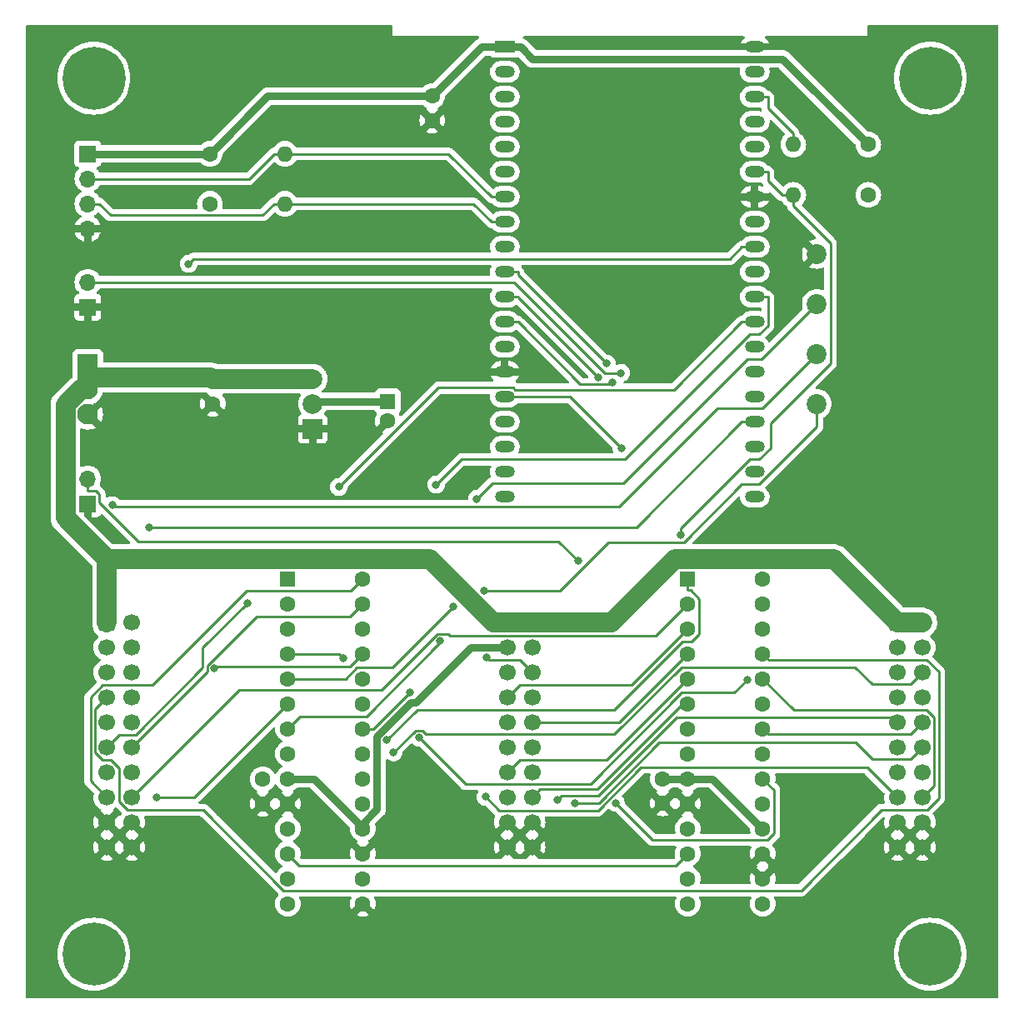
<source format=gbr>
%TF.GenerationSoftware,KiCad,Pcbnew,8.0.0*%
%TF.CreationDate,2024-03-11T16:40:43+11:00*%
%TF.ProjectId,split-flap,73706c69-742d-4666-9c61-702e6b696361,rev?*%
%TF.SameCoordinates,Original*%
%TF.FileFunction,Copper,L2,Bot*%
%TF.FilePolarity,Positive*%
%FSLAX46Y46*%
G04 Gerber Fmt 4.6, Leading zero omitted, Abs format (unit mm)*
G04 Created by KiCad (PCBNEW 8.0.0) date 2024-03-11 16:40:43*
%MOMM*%
%LPD*%
G01*
G04 APERTURE LIST*
G04 Aperture macros list*
%AMRoundRect*
0 Rectangle with rounded corners*
0 $1 Rounding radius*
0 $2 $3 $4 $5 $6 $7 $8 $9 X,Y pos of 4 corners*
0 Add a 4 corners polygon primitive as box body*
4,1,4,$2,$3,$4,$5,$6,$7,$8,$9,$2,$3,0*
0 Add four circle primitives for the rounded corners*
1,1,$1+$1,$2,$3*
1,1,$1+$1,$4,$5*
1,1,$1+$1,$6,$7*
1,1,$1+$1,$8,$9*
0 Add four rect primitives between the rounded corners*
20,1,$1+$1,$2,$3,$4,$5,0*
20,1,$1+$1,$4,$5,$6,$7,0*
20,1,$1+$1,$6,$7,$8,$9,0*
20,1,$1+$1,$8,$9,$2,$3,0*%
G04 Aperture macros list end*
%TA.AperFunction,ComponentPad*%
%ADD10C,1.600000*%
%TD*%
%TA.AperFunction,ComponentPad*%
%ADD11O,1.600000X1.600000*%
%TD*%
%TA.AperFunction,ComponentPad*%
%ADD12R,1.700000X1.700000*%
%TD*%
%TA.AperFunction,ComponentPad*%
%ADD13O,1.700000X1.700000*%
%TD*%
%TA.AperFunction,ComponentPad*%
%ADD14C,6.400000*%
%TD*%
%TA.AperFunction,ComponentPad*%
%ADD15RoundRect,0.250000X-0.600000X-0.600000X0.600000X-0.600000X0.600000X0.600000X-0.600000X0.600000X0*%
%TD*%
%TA.AperFunction,ComponentPad*%
%ADD16C,1.700000*%
%TD*%
%TA.AperFunction,ComponentPad*%
%ADD17R,2.100000X2.100000*%
%TD*%
%TA.AperFunction,ComponentPad*%
%ADD18C,2.100000*%
%TD*%
%TA.AperFunction,ComponentPad*%
%ADD19R,2.000000X1.200000*%
%TD*%
%TA.AperFunction,ComponentPad*%
%ADD20O,2.000000X1.200000*%
%TD*%
%TA.AperFunction,ComponentPad*%
%ADD21R,1.600000X1.600000*%
%TD*%
%TA.AperFunction,ComponentPad*%
%ADD22C,2.020000*%
%TD*%
%TA.AperFunction,ComponentPad*%
%ADD23R,2.000000X2.000000*%
%TD*%
%TA.AperFunction,ComponentPad*%
%ADD24C,2.000000*%
%TD*%
%TA.AperFunction,ViaPad*%
%ADD25C,0.800000*%
%TD*%
%TA.AperFunction,Conductor*%
%ADD26C,2.000000*%
%TD*%
%TA.AperFunction,Conductor*%
%ADD27C,0.800000*%
%TD*%
%TA.AperFunction,Conductor*%
%ADD28C,0.250000*%
%TD*%
G04 APERTURE END LIST*
D10*
%TO.P,C5,1*%
%TO.N,+3.3V*%
X132080000Y-106720000D03*
%TO.P,C5,2*%
%TO.N,GND*%
X132080000Y-109220000D03*
%TD*%
%TO.P,R2,1*%
%TO.N,+3.3V*%
X126705000Y-48260000D03*
D11*
%TO.P,R2,2*%
%TO.N,/chain_SCK*%
X134325000Y-48260000D03*
%TD*%
D12*
%TO.P,J4,1,Pin_1*%
%TO.N,GND*%
X114295000Y-58765000D03*
D13*
%TO.P,J4,2,Pin_2*%
%TO.N,/button2*%
X114295000Y-56225000D03*
%TD*%
D12*
%TO.P,J2,1,Pin_1*%
%TO.N,+3.3V*%
X114295000Y-43180000D03*
D13*
%TO.P,J2,2,Pin_2*%
%TO.N,/chain_SDA*%
X114295000Y-45720000D03*
%TO.P,J2,3,Pin_3*%
%TO.N,/chain_SCK*%
X114295000Y-48260000D03*
%TO.P,J2,4,Pin_4*%
%TO.N,GND*%
X114295000Y-50800000D03*
%TD*%
D10*
%TO.P,C4,1*%
%TO.N,+3.3V*%
X172720000Y-106680000D03*
%TO.P,C4,2*%
%TO.N,GND*%
X172720000Y-109180000D03*
%TD*%
D14*
%TO.P,REF1,1*%
%TO.N,N/C*%
X114915000Y-35500000D03*
%TD*%
D15*
%TO.P,J5,1,Pin_1*%
%TO.N,+9V*%
X196580000Y-90790000D03*
D16*
%TO.P,J5,2,Pin_2*%
X199120000Y-90790000D03*
%TO.P,J5,3,Pin_3*%
%TO.N,+3.3V*%
X196580000Y-93330000D03*
%TO.P,J5,4,Pin_4*%
%TO.N,+9V*%
X199120000Y-93330000D03*
%TO.P,J5,5,Pin_5*%
%TO.N,/step_03*%
X196580000Y-95870000D03*
%TO.P,J5,6,Pin_6*%
%TO.N,/{slash}en_03*%
X199120000Y-95870000D03*
%TO.P,J5,7,Pin_7*%
%TO.N,/sens_03*%
X196580000Y-98410000D03*
%TO.P,J5,8,Pin_8*%
%TO.N,/step_02*%
X199120000Y-98410000D03*
%TO.P,J5,9,Pin_9*%
%TO.N,/{slash}en_02*%
X196580000Y-100950000D03*
%TO.P,J5,10,Pin_10*%
%TO.N,/sens_02*%
X199120000Y-100950000D03*
%TO.P,J5,11,Pin_11*%
%TO.N,/step_01*%
X196580000Y-103490000D03*
%TO.P,J5,12,Pin_12*%
%TO.N,/{slash}en_01*%
X199120000Y-103490000D03*
%TO.P,J5,13,Pin_13*%
%TO.N,/sens_01*%
X196580000Y-106030000D03*
%TO.P,J5,14,Pin_14*%
%TO.N,/step_00*%
X199120000Y-106030000D03*
%TO.P,J5,15,Pin_15*%
%TO.N,/{slash}en_00*%
X196580000Y-108570000D03*
%TO.P,J5,16,Pin_16*%
%TO.N,/sens_00*%
X199120000Y-108570000D03*
%TO.P,J5,17,Pin_17*%
%TO.N,GND*%
X196580000Y-111110000D03*
%TO.P,J5,18,Pin_18*%
X199120000Y-111110000D03*
%TO.P,J5,19,Pin_19*%
X196580000Y-113650000D03*
%TO.P,J5,20,Pin_20*%
X199120000Y-113650000D03*
%TD*%
D14*
%TO.P,REF3,1*%
%TO.N,N/C*%
X114915000Y-124500000D03*
%TD*%
D17*
%TO.P,J1,1,Pin_1*%
%TO.N,+9V*%
X114295000Y-64560000D03*
D18*
%TO.P,J1,2,Pin_2*%
X114295000Y-67100000D03*
%TO.P,J1,3,Pin_3*%
%TO.N,GND*%
X114295000Y-69640000D03*
%TD*%
D19*
%TO.P,U2,1,3V3*%
%TO.N,+3.3V*%
X156675000Y-32321600D03*
D20*
%TO.P,U2,2,CHIP_PU*%
%TO.N,unconnected-(U2-CHIP_PU-Pad2)*%
X156675000Y-34861600D03*
%TO.P,U2,3,SENSOR_VP/GPIO36/ADC1_CH0*%
%TO.N,unconnected-(U2-SENSOR_VP{slash}GPIO36{slash}ADC1_CH0-Pad3)*%
X156675000Y-37401600D03*
%TO.P,U2,4,SENSOR_VN/GPIO39/ADC1_CH3*%
%TO.N,unconnected-(U2-SENSOR_VN{slash}GPIO39{slash}ADC1_CH3-Pad4)*%
X156675000Y-39941600D03*
%TO.P,U2,5,VDET_1/GPIO34/ADC1_CH6*%
%TO.N,unconnected-(U2-VDET_1{slash}GPIO34{slash}ADC1_CH6-Pad5)*%
X156675000Y-42481600D03*
%TO.P,U2,6,VDET_2/GPIO35/ADC1_CH7*%
%TO.N,unconnected-(U2-VDET_2{slash}GPIO35{slash}ADC1_CH7-Pad6)*%
X156675000Y-45021600D03*
%TO.P,U2,7,32K_XP/GPIO32/ADC1_CH4*%
%TO.N,/chain_SDA*%
X156675000Y-47561600D03*
%TO.P,U2,8,32K_XN/GPIO33/ADC1_CH5*%
%TO.N,/chain_SCK*%
X156675000Y-50101600D03*
%TO.P,U2,9,DAC_1/ADC2_CH8/GPIO25*%
%TO.N,/step_09*%
X156675000Y-52641600D03*
%TO.P,U2,10,DAC_2/ADC2_CH9/GPIO26*%
%TO.N,/step_08*%
X156675000Y-55181600D03*
%TO.P,U2,11,ADC2_CH7/GPIO27*%
%TO.N,/interruptPin*%
X156675000Y-57721600D03*
%TO.P,U2,12,MTMS/GPIO14/ADC2_CH6*%
%TO.N,/step_00*%
X156675000Y-60261600D03*
%TO.P,U2,13,MTDI/GPIO12/ADC2_CH5*%
%TO.N,unconnected-(U2-MTDI{slash}GPIO12{slash}ADC2_CH5-Pad13)*%
X156675000Y-62801600D03*
%TO.P,U2,14,GND*%
%TO.N,GND*%
X156675000Y-65341600D03*
%TO.P,U2,15,MTCK/GPIO13/ADC2_CH4*%
%TO.N,/step_01*%
X156675000Y-67881600D03*
%TO.P,U2,16,SD_DATA2/GPIO9*%
%TO.N,unconnected-(U2-SD_DATA2{slash}GPIO9-Pad16)*%
X156675000Y-70421600D03*
%TO.P,U2,17,SD_DATA3/GPIO10*%
%TO.N,unconnected-(U2-SD_DATA3{slash}GPIO10-Pad17)*%
X156675000Y-72961600D03*
%TO.P,U2,18,CMD*%
%TO.N,unconnected-(U2-CMD-Pad18)*%
X156675000Y-75501600D03*
%TO.P,U2,19,5V*%
%TO.N,unconnected-(U2-5V-Pad19)*%
X156675000Y-78041600D03*
%TO.P,U2,20,SD_CLK/GPIO6*%
%TO.N,unconnected-(U2-SD_CLK{slash}GPIO6-Pad20)*%
X182071320Y-78038880D03*
%TO.P,U2,21,SD_DATA0/GPIO7*%
%TO.N,unconnected-(U2-SD_DATA0{slash}GPIO7-Pad21)*%
X182071320Y-75498880D03*
%TO.P,U2,22,SD_DATA1/GPIO8*%
%TO.N,unconnected-(U2-SD_DATA1{slash}GPIO8-Pad22)*%
X182075000Y-72961600D03*
%TO.P,U2,23,MTDO/GPIO15/ADC2_CH3*%
%TO.N,/step_07*%
X182075000Y-70421600D03*
%TO.P,U2,24,ADC2_CH2/GPIO2*%
%TO.N,unconnected-(U2-ADC2_CH2{slash}GPIO2-Pad24)*%
X182075000Y-67881600D03*
%TO.P,U2,25,GPIO0/BOOT/ADC2_CH1*%
%TO.N,unconnected-(U2-GPIO0{slash}BOOT{slash}ADC2_CH1-Pad25)*%
X182075000Y-65341600D03*
%TO.P,U2,26,ADC2_CH0/GPIO4*%
%TO.N,/step_03*%
X182075000Y-62801600D03*
%TO.P,U2,27,GPIO16*%
%TO.N,/step_06*%
X182075000Y-60261600D03*
%TO.P,U2,28,GPIO17*%
%TO.N,/step_05*%
X182075000Y-57721600D03*
%TO.P,U2,29,GPIO5*%
%TO.N,/step_02*%
X182075000Y-55181600D03*
%TO.P,U2,30,GPIO18*%
%TO.N,/step_04*%
X182075000Y-52641600D03*
%TO.P,U2,31,GPIO19*%
%TO.N,/step_11*%
X182075000Y-50101600D03*
%TO.P,U2,32,GND*%
%TO.N,GND*%
X182075000Y-47561600D03*
%TO.P,U2,33,GPIO21*%
%TO.N,Net-(U2-GPIO21)*%
X182075000Y-45021600D03*
%TO.P,U2,34,U0RXD/GPIO3*%
%TO.N,unconnected-(U2-U0RXD{slash}GPIO3-Pad34)*%
X182075000Y-42481600D03*
%TO.P,U2,35,U0TXD/GPIO1*%
%TO.N,unconnected-(U2-U0TXD{slash}GPIO1-Pad35)*%
X182075000Y-39941600D03*
%TO.P,U2,36,GPIO22*%
%TO.N,Net-(U2-GPIO22)*%
X182075000Y-37401600D03*
%TO.P,U2,37,GPIO23*%
%TO.N,/step_10*%
X182075000Y-34861600D03*
%TO.P,U2,38,GND*%
%TO.N,GND*%
X182075000Y-32321600D03*
%TD*%
D21*
%TO.P,U3,1,GPB0*%
%TO.N,/{slash}en_11*%
X134620000Y-86360000D03*
D10*
%TO.P,U3,2,GPB1*%
%TO.N,/{slash}en_10*%
X134620000Y-88900000D03*
%TO.P,U3,3,GPB2*%
%TO.N,/{slash}en_09*%
X134620000Y-91440000D03*
%TO.P,U3,4,GPB3*%
%TO.N,/{slash}en_08*%
X134620000Y-93980000D03*
%TO.P,U3,5,GPB4*%
%TO.N,Net-(U3-GPB4)*%
X134620000Y-96520000D03*
%TO.P,U3,6,GPB5*%
%TO.N,Net-(U3-GPB5)*%
X134620000Y-99060000D03*
%TO.P,U3,7,GPB6*%
%TO.N,Net-(U3-GPB6)*%
X134620000Y-101600000D03*
%TO.P,U3,8,GPB7*%
%TO.N,unconnected-(U3-GPB7-Pad8)*%
X134620000Y-104140000D03*
%TO.P,U3,9,VDD*%
%TO.N,+3.3V*%
X134620000Y-106680000D03*
%TO.P,U3,10,VSS*%
%TO.N,GND*%
X134620000Y-109220000D03*
%TO.P,U3,11,NC*%
%TO.N,unconnected-(U3-NC-Pad11)*%
X134620000Y-111760000D03*
%TO.P,U3,12,SCK*%
%TO.N,Net-(U2-GPIO22)*%
X134620000Y-114300000D03*
%TO.P,U3,13,SDA*%
%TO.N,Net-(U2-GPIO21)*%
X134620000Y-116840000D03*
%TO.P,U3,14,NC*%
%TO.N,unconnected-(U3-NC-Pad14)*%
X134620000Y-119380000D03*
%TO.P,U3,15,A0*%
%TO.N,GND*%
X142240000Y-119380000D03*
%TO.P,U3,16,A1*%
X142240000Y-116840000D03*
%TO.P,U3,17,A2*%
X142240000Y-114300000D03*
%TO.P,U3,18,~{RESET}*%
%TO.N,+3.3V*%
X142240000Y-111760000D03*
%TO.P,U3,19,INTB*%
%TO.N,unconnected-(U3-INTB-Pad19)*%
X142240000Y-109220000D03*
%TO.P,U3,20,INTA*%
%TO.N,unconnected-(U3-INTA-Pad20)*%
X142240000Y-106680000D03*
%TO.P,U3,21,GPA0*%
%TO.N,/{slash}en_03*%
X142240000Y-104140000D03*
%TO.P,U3,22,GPA1*%
%TO.N,/{slash}en_02*%
X142240000Y-101600000D03*
%TO.P,U3,23,GPA2*%
%TO.N,/{slash}en_01*%
X142240000Y-99060000D03*
%TO.P,U3,24,GPA3*%
%TO.N,/{slash}en_00*%
X142240000Y-96520000D03*
%TO.P,U3,25,GPA4*%
%TO.N,/{slash}en_07*%
X142240000Y-93980000D03*
%TO.P,U3,26,GPA5*%
%TO.N,/{slash}en_06*%
X142240000Y-91440000D03*
%TO.P,U3,27,GPA6*%
%TO.N,/{slash}en_05*%
X142240000Y-88900000D03*
%TO.P,U3,28,GPA7*%
%TO.N,/{slash}en_04*%
X142240000Y-86360000D03*
%TD*%
D22*
%TO.P,TP3,1*%
%TO.N,Net-(U3-GPB6)*%
X188385000Y-68580000D03*
%TD*%
D10*
%TO.P,R1,1*%
%TO.N,+3.3V*%
X126705000Y-43180000D03*
D11*
%TO.P,R1,2*%
%TO.N,/chain_SDA*%
X134325000Y-43180000D03*
%TD*%
D10*
%TO.P,C1,1*%
%TO.N,+9V*%
X127000000Y-66080000D03*
%TO.P,C1,2*%
%TO.N,GND*%
X127000000Y-68580000D03*
%TD*%
%TO.P,R3,1*%
%TO.N,+3.3V*%
X193610000Y-47350000D03*
D11*
%TO.P,R3,2*%
%TO.N,Net-(U2-GPIO21)*%
X185990000Y-47350000D03*
%TD*%
D14*
%TO.P,REF4,1*%
%TO.N,N/C*%
X199905000Y-124500000D03*
%TD*%
D22*
%TO.P,TP1,1*%
%TO.N,Net-(U3-GPB4)*%
X188385000Y-58420000D03*
%TD*%
D21*
%TO.P,U4,1,GPB0*%
%TO.N,/sens_05*%
X175260000Y-86360000D03*
D10*
%TO.P,U4,2,GPB1*%
%TO.N,/sens_04*%
X175260000Y-88900000D03*
%TO.P,U4,3,GPB2*%
%TO.N,/sens_11*%
X175260000Y-91440000D03*
%TO.P,U4,4,GPB3*%
%TO.N,/sens_10*%
X175260000Y-93980000D03*
%TO.P,U4,5,GPB4*%
%TO.N,/sens_09*%
X175260000Y-96520000D03*
%TO.P,U4,6,GPB5*%
%TO.N,/sens_08*%
X175260000Y-99060000D03*
%TO.P,U4,7,GPB6*%
%TO.N,/button1*%
X175260000Y-101600000D03*
%TO.P,U4,8,GPB7*%
%TO.N,unconnected-(U4-GPB7-Pad8)*%
X175260000Y-104140000D03*
%TO.P,U4,9,VDD*%
%TO.N,+3.3V*%
X175260000Y-106680000D03*
%TO.P,U4,10,VSS*%
%TO.N,GND*%
X175260000Y-109220000D03*
%TO.P,U4,11,NC*%
%TO.N,unconnected-(U4-NC-Pad11)*%
X175260000Y-111760000D03*
%TO.P,U4,12,SCK*%
%TO.N,Net-(U2-GPIO22)*%
X175260000Y-114300000D03*
%TO.P,U4,13,SDA*%
%TO.N,Net-(U2-GPIO21)*%
X175260000Y-116840000D03*
%TO.P,U4,14,NC*%
%TO.N,unconnected-(U4-NC-Pad14)*%
X175260000Y-119380000D03*
%TO.P,U4,15,A0*%
%TO.N,+3.3V*%
X182880000Y-119380000D03*
%TO.P,U4,16,A1*%
%TO.N,GND*%
X182880000Y-116840000D03*
%TO.P,U4,17,A2*%
X182880000Y-114300000D03*
%TO.P,U4,18,~{RESET}*%
%TO.N,+3.3V*%
X182880000Y-111760000D03*
%TO.P,U4,19,INTB*%
%TO.N,unconnected-(U4-INTB-Pad19)*%
X182880000Y-109220000D03*
%TO.P,U4,20,INTA*%
%TO.N,/interruptPin*%
X182880000Y-106680000D03*
%TO.P,U4,21,GPA0*%
%TO.N,/sens_03*%
X182880000Y-104140000D03*
%TO.P,U4,22,GPA1*%
%TO.N,/sens_02*%
X182880000Y-101600000D03*
%TO.P,U4,23,GPA2*%
%TO.N,/sens_01*%
X182880000Y-99060000D03*
%TO.P,U4,24,GPA3*%
%TO.N,/sens_00*%
X182880000Y-96520000D03*
%TO.P,U4,25,GPA4*%
%TO.N,/sens_07*%
X182880000Y-93980000D03*
%TO.P,U4,26,GPA5*%
%TO.N,/sens_06*%
X182880000Y-91440000D03*
%TO.P,U4,27,GPA6*%
%TO.N,/button2*%
X182880000Y-88900000D03*
%TO.P,U4,28,GPA7*%
%TO.N,unconnected-(U4-GPA7-Pad28)*%
X182880000Y-86360000D03*
%TD*%
%TO.P,R4,1*%
%TO.N,+3.3V*%
X193610000Y-42230000D03*
D11*
%TO.P,R4,2*%
%TO.N,Net-(U2-GPIO22)*%
X185990000Y-42230000D03*
%TD*%
D15*
%TO.P,J6,1,Pin_1*%
%TO.N,+9V*%
X116235000Y-90790000D03*
D16*
%TO.P,J6,2,Pin_2*%
X118775000Y-90790000D03*
%TO.P,J6,3,Pin_3*%
%TO.N,+3.3V*%
X116235000Y-93330000D03*
%TO.P,J6,4,Pin_4*%
%TO.N,+9V*%
X118775000Y-93330000D03*
%TO.P,J6,5,Pin_5*%
%TO.N,/step_07*%
X116235000Y-95870000D03*
%TO.P,J6,6,Pin_6*%
%TO.N,/{slash}en_07*%
X118775000Y-95870000D03*
%TO.P,J6,7,Pin_7*%
%TO.N,/sens_07*%
X116235000Y-98410000D03*
%TO.P,J6,8,Pin_8*%
%TO.N,/step_06*%
X118775000Y-98410000D03*
%TO.P,J6,9,Pin_9*%
%TO.N,/{slash}en_06*%
X116235000Y-100950000D03*
%TO.P,J6,10,Pin_10*%
%TO.N,/sens_06*%
X118775000Y-100950000D03*
%TO.P,J6,11,Pin_11*%
%TO.N,/step_05*%
X116235000Y-103490000D03*
%TO.P,J6,12,Pin_12*%
%TO.N,/{slash}en_05*%
X118775000Y-103490000D03*
%TO.P,J6,13,Pin_13*%
%TO.N,/sens_05*%
X116235000Y-106030000D03*
%TO.P,J6,14,Pin_14*%
%TO.N,/step_04*%
X118775000Y-106030000D03*
%TO.P,J6,15,Pin_15*%
%TO.N,/{slash}en_04*%
X116235000Y-108570000D03*
%TO.P,J6,16,Pin_16*%
%TO.N,/sens_04*%
X118775000Y-108570000D03*
%TO.P,J6,17,Pin_17*%
%TO.N,GND*%
X116235000Y-111110000D03*
%TO.P,J6,18,Pin_18*%
X118775000Y-111110000D03*
%TO.P,J6,19,Pin_19*%
X116235000Y-113650000D03*
%TO.P,J6,20,Pin_20*%
X118775000Y-113650000D03*
%TD*%
D14*
%TO.P,REF2,1*%
%TO.N,N/C*%
X199915000Y-35500000D03*
%TD*%
D12*
%TO.P,J3,1,Pin_1*%
%TO.N,GND*%
X114295000Y-78740000D03*
D13*
%TO.P,J3,2,Pin_2*%
%TO.N,/button1*%
X114295000Y-76200000D03*
%TD*%
D22*
%TO.P,TP4,1*%
%TO.N,GND*%
X188385000Y-53340000D03*
%TD*%
%TO.P,TP2,1*%
%TO.N,Net-(U3-GPB5)*%
X188385000Y-63500000D03*
%TD*%
D10*
%TO.P,C3,1*%
%TO.N,+3.3V*%
X149297700Y-37300000D03*
%TO.P,C3,2*%
%TO.N,GND*%
X149297700Y-39800000D03*
%TD*%
D15*
%TO.P,J7,1,Pin_1*%
%TO.N,+9V*%
X156907500Y-90790000D03*
D16*
%TO.P,J7,2,Pin_2*%
X159447500Y-90790000D03*
%TO.P,J7,3,Pin_3*%
%TO.N,+3.3V*%
X156907500Y-93330000D03*
%TO.P,J7,4,Pin_4*%
%TO.N,+9V*%
X159447500Y-93330000D03*
%TO.P,J7,5,Pin_5*%
%TO.N,/step_11*%
X156907500Y-95870000D03*
%TO.P,J7,6,Pin_6*%
%TO.N,/{slash}en_11*%
X159447500Y-95870000D03*
%TO.P,J7,7,Pin_7*%
%TO.N,/sens_11*%
X156907500Y-98410000D03*
%TO.P,J7,8,Pin_8*%
%TO.N,/step_10*%
X159447500Y-98410000D03*
%TO.P,J7,9,Pin_9*%
%TO.N,/{slash}en_10*%
X156907500Y-100950000D03*
%TO.P,J7,10,Pin_10*%
%TO.N,/sens_10*%
X159447500Y-100950000D03*
%TO.P,J7,11,Pin_11*%
%TO.N,/step_09*%
X156907500Y-103490000D03*
%TO.P,J7,12,Pin_12*%
%TO.N,/{slash}en_09*%
X159447500Y-103490000D03*
%TO.P,J7,13,Pin_13*%
%TO.N,/sens_09*%
X156907500Y-106030000D03*
%TO.P,J7,14,Pin_14*%
%TO.N,/step_08*%
X159447500Y-106030000D03*
%TO.P,J7,15,Pin_15*%
%TO.N,/{slash}en_08*%
X156907500Y-108570000D03*
%TO.P,J7,16,Pin_16*%
%TO.N,/sens_08*%
X159447500Y-108570000D03*
%TO.P,J7,17,Pin_17*%
%TO.N,GND*%
X156907500Y-111110000D03*
%TO.P,J7,18,Pin_18*%
X159447500Y-111110000D03*
%TO.P,J7,19,Pin_19*%
X156907500Y-113650000D03*
%TO.P,J7,20,Pin_20*%
X159447500Y-113650000D03*
%TD*%
D23*
%TO.P,U1,1,GND*%
%TO.N,GND*%
X137160000Y-71120000D03*
D24*
%TO.P,U1,2,VOUT*%
%TO.N,+3.3V*%
X137160000Y-68580000D03*
%TO.P,U1,3,VIN*%
%TO.N,+9V*%
X137160000Y-66040000D03*
%TD*%
D21*
%TO.P,C2,1*%
%TO.N,+3.3V*%
X144780000Y-68327000D03*
D10*
%TO.P,C2,2*%
%TO.N,GND*%
X144780000Y-70327000D03*
%TD*%
D25*
%TO.N,/step_00*%
X167599100Y-66404100D03*
%TO.N,/{slash}en_00*%
X154724100Y-108531100D03*
%TO.N,/step_01*%
X168526100Y-73081700D03*
%TO.N,/{slash}en_01*%
X163784500Y-109142400D03*
%TO.N,/{slash}en_02*%
X161982800Y-108820800D03*
X146996600Y-97925100D03*
%TO.N,/{slash}en_03*%
X145358500Y-104013200D03*
%TO.N,/step_04*%
X124539500Y-54350000D03*
%TO.N,/step_05*%
X130482800Y-88879000D03*
X149691200Y-76794400D03*
%TO.N,/sens_05*%
X144679100Y-102769200D03*
%TO.N,/step_06*%
X139808400Y-77026500D03*
%TO.N,/sens_06*%
X147962300Y-102506600D03*
X181290800Y-96640600D03*
%TO.N,/step_07*%
X120497500Y-81101100D03*
%TO.N,/{slash}en_07*%
X127166000Y-95492900D03*
%TO.N,/step_08*%
X167029400Y-64489800D03*
%TO.N,/{slash}en_08*%
X140292700Y-94417100D03*
%TO.N,/{slash}en_11*%
X154790200Y-94340000D03*
%TO.N,/button1*%
X164107300Y-84546900D03*
%TO.N,/button2*%
X168472000Y-65445200D03*
%TO.N,/interruptPin*%
X167935500Y-109125800D03*
X166137900Y-65876400D03*
%TO.N,Net-(U2-GPIO21)*%
X174564800Y-81904300D03*
%TO.N,Net-(U3-GPB4)*%
X153842500Y-78226700D03*
X151457300Y-89175000D03*
%TO.N,Net-(U3-GPB5)*%
X121268400Y-108599200D03*
X116767500Y-78879900D03*
%TO.N,Net-(U3-GPB6)*%
X154543200Y-87539800D03*
X150122500Y-92679400D03*
%TD*%
D26*
%TO.N,+9V*%
X167530500Y-90790000D02*
X173962200Y-84358300D01*
X114295000Y-67100000D02*
X114295000Y-66811700D01*
X114295000Y-64560000D02*
X114295000Y-65895600D01*
X190148300Y-84358300D02*
X196580000Y-90790000D01*
X112033200Y-80150100D02*
X116235000Y-84351900D01*
X127040000Y-66040000D02*
X137160000Y-66040000D01*
X116235000Y-84351900D02*
X116235000Y-90790000D01*
X196580000Y-90790000D02*
X199120000Y-90790000D01*
X127000000Y-66080000D02*
X127040000Y-66040000D01*
X156907500Y-90790000D02*
X159447500Y-90790000D01*
X155528400Y-90790000D02*
X156907500Y-90790000D01*
X116235000Y-84351900D02*
X149090300Y-84351900D01*
X173962200Y-84358300D02*
X190148300Y-84358300D01*
X112033200Y-68671700D02*
X112033200Y-80150100D01*
X113604900Y-67100000D02*
X112033200Y-68671700D01*
X114295000Y-65895600D02*
X114295000Y-66811700D01*
X159447500Y-90790000D02*
X167530500Y-90790000D01*
X126815600Y-65895600D02*
X114295000Y-65895600D01*
X114295000Y-67100000D02*
X113604900Y-67100000D01*
X149090300Y-84351900D02*
X155528400Y-90790000D01*
X127000000Y-66080000D02*
X126815600Y-65895600D01*
D27*
%TO.N,+3.3V*%
X144780000Y-68327000D02*
X137413000Y-68327000D01*
X156675000Y-32321600D02*
X158276700Y-32321600D01*
X137269700Y-106680000D02*
X142032900Y-111443200D01*
X132585000Y-37300000D02*
X126705000Y-43180000D01*
X175260000Y-106680000D02*
X172720000Y-106680000D01*
X177800000Y-106680000D02*
X175260000Y-106680000D01*
X137413000Y-68327000D02*
X137160000Y-68580000D01*
X149297700Y-37300000D02*
X154276100Y-32321600D01*
X147105000Y-98926800D02*
X147604300Y-98926800D01*
X142032900Y-111552900D02*
X142032900Y-111443200D01*
X143677000Y-109799100D02*
X143677000Y-102354800D01*
X182880000Y-111760000D02*
X177800000Y-106680000D01*
X114295000Y-43180000D02*
X115746700Y-43180000D01*
X142240000Y-111760000D02*
X142032900Y-111552900D01*
X143677000Y-102354800D02*
X147105000Y-98926800D01*
X134620000Y-106680000D02*
X137269700Y-106680000D01*
X149297700Y-37300000D02*
X132585000Y-37300000D01*
X154276100Y-32321600D02*
X156675000Y-32321600D01*
X153201100Y-93330000D02*
X156907500Y-93330000D01*
X142032900Y-111443200D02*
X143677000Y-109799100D01*
X159478400Y-33523300D02*
X184903300Y-33523300D01*
X184903300Y-33523300D02*
X193610000Y-42230000D01*
X126705000Y-43180000D02*
X115746700Y-43180000D01*
X147604300Y-98926800D02*
X153201100Y-93330000D01*
X158276700Y-32321600D02*
X159478400Y-33523300D01*
D28*
%TO.N,/step_00*%
X167400100Y-66603100D02*
X164343200Y-66603100D01*
X156675000Y-60261600D02*
X158001700Y-60261600D01*
X164343200Y-66603100D02*
X158001700Y-60261600D01*
X167599100Y-66404100D02*
X167400100Y-66603100D01*
%TO.N,/{slash}en_00*%
X154724100Y-108531100D02*
X156083800Y-109890800D01*
X166142900Y-109890800D02*
X170525600Y-105508100D01*
X193518100Y-105508100D02*
X196580000Y-108570000D01*
X170525600Y-105508100D02*
X193518100Y-105508100D01*
X156083800Y-109890800D02*
X166142900Y-109890800D01*
%TO.N,/sens_00*%
X200313200Y-100423800D02*
X200313200Y-107376800D01*
X199568000Y-99678600D02*
X200313200Y-100423800D01*
X186038600Y-99678600D02*
X199568000Y-99678600D01*
X200313200Y-107376800D02*
X199120000Y-108570000D01*
X182880000Y-96520000D02*
X186038600Y-99678600D01*
%TO.N,/step_01*%
X163326000Y-67881600D02*
X168526100Y-73081700D01*
X156675000Y-67881600D02*
X163326000Y-67881600D01*
%TO.N,/{slash}en_01*%
X193984100Y-104680600D02*
X197929400Y-104680600D01*
X163784500Y-109142400D02*
X166211100Y-109142400D01*
X197929400Y-104680600D02*
X199120000Y-103490000D01*
X192309900Y-103006400D02*
X193984100Y-104680600D01*
X172347100Y-103006400D02*
X192309900Y-103006400D01*
X166211100Y-109142400D02*
X172347100Y-103006400D01*
%TO.N,/{slash}en_02*%
X174139800Y-100407500D02*
X166153300Y-108394000D01*
X166153300Y-108394000D02*
X162409600Y-108394000D01*
X196580000Y-100950000D02*
X196037500Y-100407500D01*
X196037500Y-100407500D02*
X174139800Y-100407500D01*
X142240000Y-101600000D02*
X143321700Y-101600000D01*
X143321700Y-101600000D02*
X146996600Y-97925100D01*
X162409600Y-108394000D02*
X161982800Y-108820800D01*
%TO.N,/sens_02*%
X197927500Y-102142500D02*
X199120000Y-100950000D01*
X182880000Y-101600000D02*
X183422500Y-102142500D01*
X183422500Y-102142500D02*
X197927500Y-102142500D01*
%TO.N,/{slash}en_03*%
X148263300Y-101779900D02*
X147591800Y-101779900D01*
X148626100Y-102142700D02*
X148263300Y-101779900D01*
X174606600Y-95348100D02*
X167812000Y-102142700D01*
X199120000Y-95870000D02*
X197929400Y-97060600D01*
X147591800Y-101779900D02*
X145358500Y-104013200D01*
X193984100Y-97060600D02*
X192271600Y-95348100D01*
X167812000Y-102142700D02*
X148626100Y-102142700D01*
X192271600Y-95348100D02*
X174606600Y-95348100D01*
X197929400Y-97060600D02*
X193984100Y-97060600D01*
%TO.N,/step_04*%
X182075000Y-52641600D02*
X180748300Y-52641600D01*
X179534700Y-53855200D02*
X125034300Y-53855200D01*
X125034300Y-53855200D02*
X124539500Y-54350000D01*
X180748300Y-52641600D02*
X179534700Y-53855200D01*
%TO.N,/{slash}en_04*%
X114569100Y-98403000D02*
X114569100Y-106904100D01*
X141035400Y-87564600D02*
X130442700Y-87564600D01*
X120867300Y-97140000D02*
X115832100Y-97140000D01*
X115832100Y-97140000D02*
X114569100Y-98403000D01*
X142240000Y-86360000D02*
X141035400Y-87564600D01*
X130442700Y-87564600D02*
X120867300Y-97140000D01*
X114569100Y-106904100D02*
X116235000Y-108570000D01*
%TO.N,/sens_04*%
X129698300Y-97646700D02*
X118775000Y-108570000D01*
X172017400Y-92142600D02*
X151133400Y-92142600D01*
X144127600Y-97646700D02*
X129698300Y-97646700D01*
X150937800Y-91947000D02*
X149827300Y-91947000D01*
X151133400Y-92142600D02*
X150937800Y-91947000D01*
X149827300Y-91947000D02*
X144127600Y-97646700D01*
X175260000Y-88900000D02*
X172017400Y-92142600D01*
%TO.N,/step_05*%
X182524900Y-61531600D02*
X181581200Y-61531600D01*
X181581200Y-61531600D02*
X168881200Y-74231600D01*
X130482800Y-88879000D02*
X125987600Y-93374200D01*
X152254000Y-74231600D02*
X149691200Y-76794400D01*
X183401700Y-57721600D02*
X183401700Y-60654800D01*
X117505000Y-102220000D02*
X116235000Y-103490000D01*
X183401700Y-60654800D02*
X182524900Y-61531600D01*
X125987600Y-95408700D02*
X119176300Y-102220000D01*
X119176300Y-102220000D02*
X117505000Y-102220000D01*
X182075000Y-57721600D02*
X183401700Y-57721600D01*
X125987600Y-93374200D02*
X125987600Y-95408700D01*
X168881200Y-74231600D02*
X152254000Y-74231600D01*
%TO.N,/{slash}en_05*%
X126439300Y-95192000D02*
X126439300Y-95825700D01*
X126439300Y-95825700D02*
X118775000Y-103490000D01*
X142240000Y-88900000D02*
X140970000Y-90170000D01*
X140970000Y-90170000D02*
X131461300Y-90170000D01*
X131461300Y-90170000D02*
X126439300Y-95192000D01*
%TO.N,/sens_05*%
X176438900Y-91957300D02*
X175686200Y-92710000D01*
X147768300Y-99680000D02*
X144679100Y-102769200D01*
X175541800Y-87486700D02*
X176438900Y-88383800D01*
X167734700Y-99680000D02*
X147768300Y-99680000D01*
X176438900Y-88383800D02*
X176438900Y-91957300D01*
X174704700Y-92710000D02*
X167734700Y-99680000D01*
X175686200Y-92710000D02*
X174704700Y-92710000D01*
X175260000Y-86360000D02*
X175260000Y-87486700D01*
X175260000Y-87486700D02*
X175541800Y-87486700D01*
%TO.N,/step_06*%
X182075000Y-60261600D02*
X180748300Y-60261600D01*
X157737500Y-67144100D02*
X157537800Y-66944400D01*
X149890500Y-66944400D02*
X139808400Y-77026500D01*
X180748300Y-60261600D02*
X173865800Y-67144100D01*
X157537800Y-66944400D02*
X149890500Y-66944400D01*
X173865800Y-67144100D02*
X157737500Y-67144100D01*
%TO.N,/sens_06*%
X181290800Y-96640600D02*
X179998100Y-97933300D01*
X165381800Y-107227300D02*
X152683000Y-107227300D01*
X152683000Y-107227300D02*
X147962300Y-102506600D01*
X174675800Y-97933300D02*
X165381800Y-107227300D01*
X179998100Y-97933300D02*
X174675800Y-97933300D01*
%TO.N,/step_07*%
X182075000Y-70421600D02*
X180748300Y-70421600D01*
X180748300Y-70421600D02*
X170068800Y-81101100D01*
X170068800Y-81101100D02*
X120497500Y-81101100D01*
%TO.N,/{slash}en_07*%
X127408900Y-95250000D02*
X127166000Y-95492900D01*
X142240000Y-93980000D02*
X140970000Y-95250000D01*
X140970000Y-95250000D02*
X127408900Y-95250000D01*
%TO.N,/sens_07*%
X115762500Y-104760000D02*
X115039600Y-104037100D01*
X186787100Y-118021400D02*
X134193000Y-118021400D01*
X200783500Y-108629100D02*
X199572600Y-109840000D01*
X199564900Y-94600000D02*
X200783500Y-95818600D01*
X200783500Y-95818600D02*
X200783500Y-108629100D01*
X183500000Y-94600000D02*
X199564900Y-94600000D01*
X115039600Y-104037100D02*
X115039600Y-99605400D01*
X126011600Y-109840000D02*
X118355200Y-109840000D01*
X199572600Y-109840000D02*
X194968500Y-109840000D01*
X194968500Y-109840000D02*
X186787100Y-118021400D01*
X116665900Y-104760000D02*
X115762500Y-104760000D01*
X117505000Y-108989800D02*
X117505000Y-105599100D01*
X117505000Y-105599100D02*
X116665900Y-104760000D01*
X115039600Y-99605400D02*
X116235000Y-98410000D01*
X182880000Y-93980000D02*
X183500000Y-94600000D01*
X118355200Y-109840000D02*
X117505000Y-108989800D01*
X134193000Y-118021400D02*
X126011600Y-109840000D01*
%TO.N,/step_08*%
X158001700Y-55462100D02*
X167029400Y-64489800D01*
X158001700Y-55181600D02*
X158001700Y-55462100D01*
X156675000Y-55181600D02*
X158001700Y-55181600D01*
%TO.N,/{slash}en_08*%
X139855600Y-93980000D02*
X140292700Y-94417100D01*
X134620000Y-93980000D02*
X139855600Y-93980000D01*
%TO.N,/sens_08*%
X175260000Y-99060000D02*
X174743400Y-99060000D01*
X174743400Y-99060000D02*
X166059400Y-107744000D01*
X166059400Y-107744000D02*
X160273500Y-107744000D01*
X160273500Y-107744000D02*
X159447500Y-108570000D01*
%TO.N,/sens_09*%
X167020000Y-104760000D02*
X158177500Y-104760000D01*
X175260000Y-96520000D02*
X167020000Y-104760000D01*
X158177500Y-104760000D02*
X156907500Y-106030000D01*
%TO.N,/sens_10*%
X168290000Y-100950000D02*
X159447500Y-100950000D01*
X175260000Y-93980000D02*
X168290000Y-100950000D01*
%TO.N,/{slash}en_11*%
X158177500Y-94600000D02*
X159447500Y-95870000D01*
X155050200Y-94600000D02*
X158177500Y-94600000D01*
X154790200Y-94340000D02*
X155050200Y-94600000D01*
%TO.N,/sens_11*%
X158177500Y-97140000D02*
X156907500Y-98410000D01*
X169560000Y-97140000D02*
X158177500Y-97140000D01*
X175260000Y-91440000D02*
X169560000Y-97140000D01*
%TO.N,/chain_SDA*%
X155348300Y-47561600D02*
X150966700Y-43180000D01*
X130658300Y-45720000D02*
X133198300Y-43180000D01*
X134325000Y-43180000D02*
X133198300Y-43180000D01*
X150966700Y-43180000D02*
X134325000Y-43180000D01*
X156675000Y-47561600D02*
X155348300Y-47561600D01*
X114295000Y-45720000D02*
X130658300Y-45720000D01*
%TO.N,/chain_SCK*%
X155348300Y-50101600D02*
X153506700Y-48260000D01*
X153506700Y-48260000D02*
X134325000Y-48260000D01*
X116598400Y-49386700D02*
X132071600Y-49386700D01*
X156675000Y-50101600D02*
X155348300Y-50101600D01*
X134325000Y-48260000D02*
X133198300Y-48260000D01*
X115471700Y-48260000D02*
X116598400Y-49386700D01*
X114295000Y-48260000D02*
X115471700Y-48260000D01*
X132071600Y-49386700D02*
X133198300Y-48260000D01*
%TO.N,/button1*%
X115104000Y-77376700D02*
X114295000Y-77376700D01*
X119422100Y-82585700D02*
X115471700Y-78635300D01*
X115471700Y-77744400D02*
X115104000Y-77376700D01*
X162146100Y-82585700D02*
X119422100Y-82585700D01*
X115471700Y-78635300D02*
X115471700Y-77744400D01*
X114295000Y-76200000D02*
X114295000Y-77376700D01*
X164107300Y-84546900D02*
X162146100Y-82585700D01*
%TO.N,/button2*%
X157648900Y-56225000D02*
X114295000Y-56225000D01*
X166869100Y-65445200D02*
X157648900Y-56225000D01*
X168472000Y-65445200D02*
X166869100Y-65445200D01*
%TO.N,/interruptPin*%
X158001700Y-57740200D02*
X166137900Y-65876400D01*
X184035800Y-112222700D02*
X184035800Y-107835800D01*
X183371800Y-112886700D02*
X184035800Y-112222700D01*
X184035800Y-107835800D02*
X182880000Y-106680000D01*
X156675000Y-57721600D02*
X158001700Y-57721600D01*
X167935500Y-109125800D02*
X171696400Y-112886700D01*
X171696400Y-112886700D02*
X183371800Y-112886700D01*
X158001700Y-57721600D02*
X158001700Y-57740200D01*
%TO.N,Net-(U2-GPIO21)*%
X183700800Y-70558200D02*
X183700800Y-73065600D01*
X185426700Y-47350000D02*
X185990000Y-47350000D01*
X182075000Y-45021600D02*
X183401700Y-45021600D01*
X189766600Y-52253300D02*
X189766600Y-64492400D01*
X185426700Y-47350000D02*
X184863300Y-47350000D01*
X185990000Y-47350000D02*
X185990000Y-48476700D01*
X184863300Y-47350000D02*
X183401700Y-45888400D01*
X181586800Y-74228400D02*
X174564800Y-81250400D01*
X183700800Y-73065600D02*
X182538000Y-74228400D01*
X185990000Y-48476700D02*
X189766600Y-52253300D01*
X189766600Y-64492400D02*
X183700800Y-70558200D01*
X182538000Y-74228400D02*
X181586800Y-74228400D01*
X174564800Y-81250400D02*
X174564800Y-81904300D01*
X183401700Y-45888400D02*
X183401700Y-45021600D01*
%TO.N,Net-(U2-GPIO22)*%
X185990000Y-41103300D02*
X183401700Y-38515000D01*
X175260000Y-114300000D02*
X174069400Y-115490600D01*
X135810600Y-115490600D02*
X134620000Y-114300000D01*
X185990000Y-42230000D02*
X185990000Y-41103300D01*
X182075000Y-37401600D02*
X183401700Y-37401600D01*
X183401700Y-38515000D02*
X183401700Y-37401600D01*
X174069400Y-115490600D02*
X135810600Y-115490600D01*
%TO.N,Net-(U3-GPB4)*%
X140492800Y-96520000D02*
X134620000Y-96520000D01*
X141619500Y-95393300D02*
X140492800Y-96520000D01*
X188385000Y-58420000D02*
X182733400Y-64071600D01*
X168747700Y-76664700D02*
X155404500Y-76664700D01*
X145239000Y-95393300D02*
X141619500Y-95393300D01*
X151457300Y-89175000D02*
X145239000Y-95393300D01*
X181340800Y-64071600D02*
X168747700Y-76664700D01*
X182733400Y-64071600D02*
X181340800Y-64071600D01*
X155404500Y-76664700D02*
X153842500Y-78226700D01*
%TO.N,Net-(U3-GPB5)*%
X116902500Y-79014900D02*
X168246600Y-79014900D01*
X125080800Y-108599200D02*
X134620000Y-99060000D01*
X182860900Y-69024100D02*
X188385000Y-63500000D01*
X116767500Y-78879900D02*
X116902500Y-79014900D01*
X121268400Y-108599200D02*
X125080800Y-108599200D01*
X178237400Y-69024100D02*
X182860900Y-69024100D01*
X168246600Y-79014900D02*
X178237400Y-69024100D01*
%TO.N,Net-(U3-GPB6)*%
X182530700Y-76768900D02*
X188385000Y-70914600D01*
X142598200Y-100330000D02*
X135890000Y-100330000D01*
X162238100Y-87539800D02*
X167146900Y-82631000D01*
X167146900Y-82631000D02*
X174865800Y-82631000D01*
X180727900Y-76768900D02*
X182530700Y-76768900D01*
X174865800Y-82631000D02*
X180727900Y-76768900D01*
X188385000Y-70914600D02*
X188385000Y-68580000D01*
X154543200Y-87539800D02*
X162238100Y-87539800D01*
X150122500Y-92679400D02*
X150122500Y-92805700D01*
X135890000Y-100330000D02*
X134620000Y-101600000D01*
X150122500Y-92805700D02*
X142598200Y-100330000D01*
%TD*%
%TA.AperFunction,Conductor*%
%TO.N,GND*%
G36*
X193274687Y-106153285D02*
G01*
X193295329Y-106169919D01*
X195239761Y-108114352D01*
X195273246Y-108175675D01*
X195271855Y-108234124D01*
X195244937Y-108334589D01*
X195244937Y-108334590D01*
X195224341Y-108569999D01*
X195224341Y-108570000D01*
X195244936Y-108805403D01*
X195244938Y-108805413D01*
X195306094Y-109033655D01*
X195306099Y-109033669D01*
X195308163Y-109038094D01*
X195318656Y-109107171D01*
X195290137Y-109170955D01*
X195231661Y-109209196D01*
X195195782Y-109214500D01*
X194906892Y-109214500D01*
X194880338Y-109219782D01*
X194853783Y-109225064D01*
X194808521Y-109234066D01*
X194786046Y-109238537D01*
X194786043Y-109238538D01*
X194763612Y-109247830D01*
X194672219Y-109285685D01*
X194672217Y-109285686D01*
X194667663Y-109288730D01*
X194667662Y-109288730D01*
X194569768Y-109354140D01*
X194531667Y-109392242D01*
X194482642Y-109441267D01*
X194482639Y-109441270D01*
X190509226Y-113414684D01*
X186564329Y-117359581D01*
X186503006Y-117393066D01*
X186476648Y-117395900D01*
X184238507Y-117395900D01*
X184171468Y-117376215D01*
X184125713Y-117323411D01*
X184115769Y-117254253D01*
X184118732Y-117239807D01*
X184165139Y-117066610D01*
X184165141Y-117066599D01*
X184184966Y-116840002D01*
X184184966Y-116839997D01*
X184165141Y-116613400D01*
X184165139Y-116613389D01*
X184106269Y-116393682D01*
X184106265Y-116393673D01*
X184026885Y-116223442D01*
X183380000Y-116870327D01*
X183380000Y-116774174D01*
X183345925Y-116647007D01*
X183280099Y-116532993D01*
X183187007Y-116439901D01*
X183072993Y-116374075D01*
X182945826Y-116340000D01*
X182814174Y-116340000D01*
X182687007Y-116374075D01*
X182572993Y-116439901D01*
X182479901Y-116532993D01*
X182414075Y-116647007D01*
X182380000Y-116774174D01*
X182380000Y-116870330D01*
X181733112Y-116223442D01*
X181653735Y-116393668D01*
X181653730Y-116393682D01*
X181594860Y-116613389D01*
X181594858Y-116613400D01*
X181575034Y-116839997D01*
X181575034Y-116840002D01*
X181594858Y-117066599D01*
X181594860Y-117066610D01*
X181641268Y-117239807D01*
X181639605Y-117309657D01*
X181600442Y-117367519D01*
X181536214Y-117395023D01*
X181521493Y-117395900D01*
X176619024Y-117395900D01*
X176551985Y-117376215D01*
X176506230Y-117323411D01*
X176496286Y-117254253D01*
X176499249Y-117239807D01*
X176545635Y-117066692D01*
X176565468Y-116840000D01*
X176545635Y-116613308D01*
X176486739Y-116393504D01*
X176390568Y-116187266D01*
X176260047Y-116000861D01*
X176260045Y-116000858D01*
X176099141Y-115839954D01*
X175912734Y-115709432D01*
X175912728Y-115709429D01*
X175877736Y-115693112D01*
X182263442Y-115693112D01*
X182880000Y-116309670D01*
X182880001Y-116309670D01*
X183496556Y-115693113D01*
X183496556Y-115693112D01*
X183473542Y-115682381D01*
X183421103Y-115636208D01*
X183401951Y-115569015D01*
X183422167Y-115502134D01*
X183473543Y-115457617D01*
X183496556Y-115446885D01*
X182880001Y-114830330D01*
X182880000Y-114830330D01*
X182263443Y-115446885D01*
X182286456Y-115457617D01*
X182338895Y-115503789D01*
X182358047Y-115570983D01*
X182337831Y-115637864D01*
X182286457Y-115682381D01*
X182263442Y-115693112D01*
X175877736Y-115693112D01*
X175854725Y-115682382D01*
X175802285Y-115636210D01*
X175783133Y-115569017D01*
X175803348Y-115502135D01*
X175854725Y-115457618D01*
X175912734Y-115430568D01*
X176099139Y-115300047D01*
X176260047Y-115139139D01*
X176390568Y-114952734D01*
X176486739Y-114746496D01*
X176545635Y-114526692D01*
X176565468Y-114300000D01*
X176565170Y-114296599D01*
X176554998Y-114180330D01*
X176545635Y-114073308D01*
X176486739Y-113853504D01*
X176409845Y-113688605D01*
X176399353Y-113619527D01*
X176427873Y-113555743D01*
X176486349Y-113517504D01*
X176522227Y-113512200D01*
X181618325Y-113512200D01*
X181685364Y-113531885D01*
X181731119Y-113584689D01*
X181741063Y-113653847D01*
X181730707Y-113688605D01*
X181653734Y-113853673D01*
X181653730Y-113853682D01*
X181594860Y-114073389D01*
X181594858Y-114073400D01*
X181575034Y-114299997D01*
X181575034Y-114300002D01*
X181594858Y-114526599D01*
X181594860Y-114526610D01*
X181653730Y-114746317D01*
X181653734Y-114746326D01*
X181733113Y-114916555D01*
X182380000Y-114269668D01*
X182380000Y-114365826D01*
X182414075Y-114492993D01*
X182479901Y-114607007D01*
X182572993Y-114700099D01*
X182687007Y-114765925D01*
X182814174Y-114800000D01*
X182945826Y-114800000D01*
X183072993Y-114765925D01*
X183187007Y-114700099D01*
X183280099Y-114607007D01*
X183345925Y-114492993D01*
X183380000Y-114365826D01*
X183380000Y-114269670D01*
X184026886Y-114916556D01*
X184106266Y-114746326D01*
X184106269Y-114746317D01*
X184165139Y-114526610D01*
X184165141Y-114526599D01*
X184184966Y-114300002D01*
X184184966Y-114299997D01*
X184165141Y-114073400D01*
X184165139Y-114073389D01*
X184106269Y-113853682D01*
X184106265Y-113853673D01*
X184010134Y-113647517D01*
X183879657Y-113461179D01*
X183868464Y-113449986D01*
X183834979Y-113388663D01*
X183839963Y-113318971D01*
X183868462Y-113274626D01*
X184434529Y-112708560D01*
X184434533Y-112708558D01*
X184521658Y-112621433D01*
X184590111Y-112518986D01*
X184590112Y-112518985D01*
X184590113Y-112518982D01*
X184590115Y-112518979D01*
X184612270Y-112465489D01*
X184637263Y-112405151D01*
X184661300Y-112284307D01*
X184661300Y-112161093D01*
X184661300Y-107774194D01*
X184660167Y-107768500D01*
X184642664Y-107680500D01*
X184637263Y-107653348D01*
X184618458Y-107607949D01*
X184615242Y-107600185D01*
X184590113Y-107539516D01*
X184590112Y-107539514D01*
X184584758Y-107531501D01*
X184549017Y-107478013D01*
X184521658Y-107437067D01*
X184521656Y-107437064D01*
X184431437Y-107346845D01*
X184431406Y-107346816D01*
X184179412Y-107094822D01*
X184145927Y-107033499D01*
X184147318Y-106975048D01*
X184165635Y-106906692D01*
X184185468Y-106680000D01*
X184165635Y-106453308D01*
X184121795Y-106289693D01*
X184123458Y-106219843D01*
X184162621Y-106161981D01*
X184226849Y-106134477D01*
X184241570Y-106133600D01*
X193207648Y-106133600D01*
X193274687Y-106153285D01*
G37*
%TD.AperFunction*%
%TA.AperFunction,Conductor*%
G36*
X133238196Y-101428906D02*
G01*
X133294129Y-101470778D01*
X133318546Y-101536242D01*
X133318390Y-101555894D01*
X133314532Y-101599996D01*
X133314532Y-101600001D01*
X133334364Y-101826686D01*
X133334366Y-101826697D01*
X133393258Y-102046488D01*
X133393261Y-102046497D01*
X133489431Y-102252732D01*
X133489432Y-102252734D01*
X133619954Y-102439141D01*
X133780858Y-102600045D01*
X133780861Y-102600047D01*
X133967266Y-102730568D01*
X134022193Y-102756181D01*
X134025275Y-102757618D01*
X134077714Y-102803791D01*
X134096866Y-102870984D01*
X134076650Y-102937865D01*
X134025275Y-102982382D01*
X133967267Y-103009431D01*
X133967265Y-103009432D01*
X133780858Y-103139954D01*
X133619954Y-103300858D01*
X133489432Y-103487265D01*
X133489431Y-103487267D01*
X133393261Y-103693502D01*
X133393258Y-103693511D01*
X133334366Y-103913302D01*
X133334364Y-103913313D01*
X133314532Y-104139998D01*
X133314532Y-104140001D01*
X133334364Y-104366686D01*
X133334366Y-104366697D01*
X133393258Y-104586488D01*
X133393261Y-104586497D01*
X133489431Y-104792732D01*
X133489432Y-104792734D01*
X133619954Y-104979141D01*
X133780858Y-105140045D01*
X133780861Y-105140047D01*
X133967266Y-105270568D01*
X134025275Y-105297618D01*
X134077714Y-105343791D01*
X134096866Y-105410984D01*
X134076650Y-105477865D01*
X134025275Y-105522382D01*
X133967267Y-105549431D01*
X133967265Y-105549432D01*
X133780858Y-105679954D01*
X133619954Y-105840858D01*
X133489433Y-106027264D01*
X133453055Y-106105276D01*
X133406882Y-106157715D01*
X133339688Y-106176866D01*
X133272807Y-106156650D01*
X133228292Y-106105275D01*
X133210568Y-106067266D01*
X133112839Y-105927693D01*
X133080045Y-105880858D01*
X132919141Y-105719954D01*
X132732734Y-105589432D01*
X132732732Y-105589431D01*
X132526497Y-105493261D01*
X132526488Y-105493258D01*
X132306697Y-105434366D01*
X132306693Y-105434365D01*
X132306692Y-105434365D01*
X132306691Y-105434364D01*
X132306686Y-105434364D01*
X132080002Y-105414532D01*
X132079998Y-105414532D01*
X131853313Y-105434364D01*
X131853302Y-105434366D01*
X131633511Y-105493258D01*
X131633502Y-105493261D01*
X131427267Y-105589431D01*
X131427265Y-105589432D01*
X131240858Y-105719954D01*
X131079954Y-105880858D01*
X130949432Y-106067265D01*
X130949431Y-106067267D01*
X130853261Y-106273502D01*
X130853258Y-106273511D01*
X130794366Y-106493302D01*
X130794364Y-106493313D01*
X130774532Y-106719998D01*
X130774532Y-106720001D01*
X130794364Y-106946686D01*
X130794366Y-106946697D01*
X130853258Y-107166488D01*
X130853261Y-107166497D01*
X130949431Y-107372732D01*
X130949432Y-107372734D01*
X131079954Y-107559141D01*
X131240858Y-107720045D01*
X131240861Y-107720047D01*
X131427266Y-107850568D01*
X131442975Y-107857893D01*
X131495414Y-107904065D01*
X131514566Y-107971259D01*
X131494350Y-108038140D01*
X131465147Y-108063444D01*
X131463442Y-108073112D01*
X132080000Y-108689670D01*
X132080001Y-108689670D01*
X132696556Y-108073113D01*
X132694786Y-108063078D01*
X132664584Y-108036485D01*
X132645432Y-107969291D01*
X132665648Y-107902410D01*
X132717023Y-107857893D01*
X132732734Y-107850568D01*
X132919139Y-107720047D01*
X133080047Y-107559139D01*
X133210568Y-107372734D01*
X133246944Y-107294723D01*
X133293116Y-107242285D01*
X133360309Y-107223133D01*
X133427191Y-107243348D01*
X133471708Y-107294724D01*
X133489431Y-107332732D01*
X133489432Y-107332734D01*
X133619954Y-107519141D01*
X133780858Y-107680045D01*
X133781508Y-107680500D01*
X133967266Y-107810568D01*
X134025865Y-107837893D01*
X134078304Y-107884065D01*
X134097456Y-107951259D01*
X134077240Y-108018140D01*
X134025865Y-108062657D01*
X134003442Y-108073112D01*
X134620000Y-108689670D01*
X134620001Y-108689670D01*
X135236556Y-108073113D01*
X135214133Y-108062657D01*
X135161694Y-108016485D01*
X135142542Y-107949291D01*
X135162758Y-107882410D01*
X135214129Y-107837895D01*
X135272734Y-107810568D01*
X135459139Y-107680047D01*
X135522368Y-107616817D01*
X135583689Y-107583334D01*
X135610048Y-107580500D01*
X136845338Y-107580500D01*
X136912377Y-107600185D01*
X136933019Y-107616819D01*
X140905042Y-111588842D01*
X140938527Y-111650165D01*
X140940889Y-111687329D01*
X140934532Y-111759996D01*
X140934532Y-111760001D01*
X140954364Y-111986686D01*
X140954366Y-111986697D01*
X141013258Y-112206488D01*
X141013261Y-112206497D01*
X141109431Y-112412732D01*
X141109432Y-112412734D01*
X141239954Y-112599141D01*
X141400858Y-112760045D01*
X141400861Y-112760047D01*
X141587266Y-112890568D01*
X141645865Y-112917893D01*
X141698304Y-112964065D01*
X141717456Y-113031259D01*
X141697240Y-113098140D01*
X141645865Y-113142657D01*
X141623442Y-113153112D01*
X142240000Y-113769670D01*
X142240001Y-113769670D01*
X142359670Y-113650001D01*
X155552343Y-113650001D01*
X155572930Y-113885315D01*
X155572932Y-113885326D01*
X155634066Y-114113483D01*
X155634070Y-114113492D01*
X155722989Y-114304180D01*
X156311344Y-113715826D01*
X156407500Y-113715826D01*
X156441575Y-113842993D01*
X156507401Y-113957007D01*
X156600493Y-114050099D01*
X156714507Y-114115925D01*
X156841674Y-114150000D01*
X156973326Y-114150000D01*
X157100493Y-114115925D01*
X157214507Y-114050099D01*
X157307599Y-113957007D01*
X157373425Y-113842993D01*
X157407500Y-113715826D01*
X157407500Y-113650000D01*
X157437830Y-113650000D01*
X158092010Y-114304180D01*
X158155580Y-114292971D01*
X158156219Y-114296599D01*
X158178421Y-114290259D01*
X158198812Y-114296411D01*
X158199419Y-114292971D01*
X158262989Y-114304180D01*
X158851344Y-113715826D01*
X158947500Y-113715826D01*
X158981575Y-113842993D01*
X159047401Y-113957007D01*
X159140493Y-114050099D01*
X159254507Y-114115925D01*
X159381674Y-114150000D01*
X159513326Y-114150000D01*
X159640493Y-114115925D01*
X159754507Y-114050099D01*
X159847599Y-113957007D01*
X159913425Y-113842993D01*
X159947500Y-113715826D01*
X159947500Y-113650000D01*
X159977830Y-113650000D01*
X160632010Y-114304180D01*
X160720930Y-114113492D01*
X160720933Y-114113483D01*
X160782067Y-113885326D01*
X160782069Y-113885315D01*
X160802657Y-113650001D01*
X160802657Y-113649998D01*
X160782069Y-113414684D01*
X160782067Y-113414673D01*
X160720933Y-113186516D01*
X160720929Y-113186507D01*
X160632010Y-112995818D01*
X159977830Y-113649999D01*
X159977830Y-113650000D01*
X159947500Y-113650000D01*
X159947500Y-113584174D01*
X159913425Y-113457007D01*
X159847599Y-113342993D01*
X159754507Y-113249901D01*
X159640493Y-113184075D01*
X159513326Y-113150000D01*
X159381674Y-113150000D01*
X159254507Y-113184075D01*
X159140493Y-113249901D01*
X159047401Y-113342993D01*
X158981575Y-113457007D01*
X158947500Y-113584174D01*
X158947500Y-113715826D01*
X158851344Y-113715826D01*
X158917170Y-113650000D01*
X158917170Y-113649999D01*
X158262988Y-112995818D01*
X158199419Y-113007028D01*
X158198776Y-113003381D01*
X158176397Y-113009737D01*
X158156183Y-113003606D01*
X158155580Y-113007028D01*
X158092010Y-112995818D01*
X157437830Y-113649999D01*
X157437830Y-113650000D01*
X157407500Y-113650000D01*
X157407500Y-113584174D01*
X157373425Y-113457007D01*
X157307599Y-113342993D01*
X157214507Y-113249901D01*
X157100493Y-113184075D01*
X156973326Y-113150000D01*
X156841674Y-113150000D01*
X156714507Y-113184075D01*
X156600493Y-113249901D01*
X156507401Y-113342993D01*
X156441575Y-113457007D01*
X156407500Y-113584174D01*
X156407500Y-113715826D01*
X156311344Y-113715826D01*
X156377170Y-113650000D01*
X155722989Y-112995819D01*
X155634070Y-113186507D01*
X155634066Y-113186516D01*
X155572932Y-113414673D01*
X155572930Y-113414684D01*
X155552343Y-113649998D01*
X155552343Y-113650001D01*
X142359670Y-113650001D01*
X142856556Y-113153113D01*
X142834133Y-113142657D01*
X142781694Y-113096485D01*
X142762542Y-113029291D01*
X142782758Y-112962410D01*
X142834129Y-112917895D01*
X142892734Y-112890568D01*
X143079139Y-112760047D01*
X143240047Y-112599139D01*
X143333630Y-112465488D01*
X156253318Y-112465488D01*
X156907500Y-113119670D01*
X156907501Y-113119670D01*
X157561680Y-112465489D01*
X157561680Y-112465488D01*
X158793318Y-112465488D01*
X159447500Y-113119670D01*
X159447501Y-113119670D01*
X160101680Y-112465489D01*
X160090471Y-112401919D01*
X160094110Y-112401277D01*
X160087760Y-112378954D01*
X160093897Y-112358684D01*
X160090471Y-112358080D01*
X160101680Y-112294510D01*
X159447501Y-111640330D01*
X159447500Y-111640330D01*
X158793318Y-112294510D01*
X158804528Y-112358080D01*
X158800893Y-112358720D01*
X158807238Y-112380978D01*
X158801092Y-112401313D01*
X158804528Y-112401919D01*
X158793318Y-112465488D01*
X157561680Y-112465488D01*
X157550471Y-112401919D01*
X157554110Y-112401277D01*
X157547760Y-112378954D01*
X157553897Y-112358684D01*
X157550471Y-112358080D01*
X157561680Y-112294510D01*
X156907501Y-111640330D01*
X156907500Y-111640330D01*
X156253318Y-112294510D01*
X156264528Y-112358080D01*
X156260893Y-112358720D01*
X156267238Y-112380978D01*
X156261092Y-112401313D01*
X156264528Y-112401919D01*
X156253318Y-112465488D01*
X143333630Y-112465488D01*
X143370568Y-112412734D01*
X143466739Y-112206496D01*
X143525635Y-111986692D01*
X143545468Y-111760000D01*
X143545170Y-111756599D01*
X143534071Y-111629729D01*
X143525635Y-111533308D01*
X143478791Y-111358483D01*
X143480454Y-111288637D01*
X143510883Y-111238714D01*
X144376464Y-110373135D01*
X144391543Y-110350568D01*
X144475013Y-110225647D01*
X144512028Y-110136285D01*
X144542895Y-110061766D01*
X144577500Y-109887791D01*
X144577500Y-109710408D01*
X144577500Y-104802212D01*
X144597185Y-104735173D01*
X144649989Y-104689418D01*
X144719147Y-104679474D01*
X144774381Y-104701892D01*
X144899415Y-104792734D01*
X144905770Y-104797351D01*
X145078692Y-104874342D01*
X145078697Y-104874344D01*
X145263854Y-104913700D01*
X145263855Y-104913700D01*
X145453144Y-104913700D01*
X145453146Y-104913700D01*
X145638303Y-104874344D01*
X145811230Y-104797351D01*
X145964371Y-104686088D01*
X146091033Y-104545416D01*
X146185679Y-104381484D01*
X146244174Y-104201456D01*
X146261821Y-104033545D01*
X146288405Y-103968932D01*
X146297452Y-103958836D01*
X147131547Y-103124741D01*
X147192868Y-103091258D01*
X147262560Y-103096242D01*
X147311374Y-103129449D01*
X147356429Y-103179488D01*
X147356432Y-103179490D01*
X147509565Y-103290748D01*
X147509570Y-103290751D01*
X147682492Y-103367742D01*
X147682497Y-103367744D01*
X147867654Y-103407100D01*
X147926848Y-103407100D01*
X147993887Y-103426785D01*
X148014529Y-103443419D01*
X152194016Y-107622906D01*
X152194045Y-107622937D01*
X152284264Y-107713156D01*
X152284267Y-107713158D01*
X152334839Y-107746949D01*
X152386715Y-107781612D01*
X152386717Y-107781613D01*
X152386716Y-107781613D01*
X152411979Y-107792076D01*
X152444643Y-107805606D01*
X152444644Y-107805607D01*
X152444645Y-107805607D01*
X152500548Y-107828763D01*
X152560971Y-107840781D01*
X152621393Y-107852800D01*
X152621394Y-107852800D01*
X153861134Y-107852800D01*
X153928173Y-107872485D01*
X153973928Y-107925289D01*
X153983872Y-107994447D01*
X153968522Y-108038799D01*
X153896920Y-108162818D01*
X153896918Y-108162822D01*
X153838427Y-108342840D01*
X153838426Y-108342844D01*
X153818640Y-108531100D01*
X153838426Y-108719356D01*
X153838427Y-108719359D01*
X153896918Y-108899377D01*
X153896921Y-108899384D01*
X153991567Y-109063316D01*
X154072780Y-109153512D01*
X154118229Y-109203988D01*
X154271365Y-109315248D01*
X154271370Y-109315251D01*
X154444292Y-109392242D01*
X154444297Y-109392244D01*
X154629454Y-109431600D01*
X154688648Y-109431600D01*
X154755687Y-109451285D01*
X154776329Y-109467919D01*
X155594816Y-110286406D01*
X155594845Y-110286437D01*
X155674708Y-110366300D01*
X155708193Y-110427623D01*
X155703209Y-110497315D01*
X155699409Y-110506385D01*
X155634071Y-110646502D01*
X155634066Y-110646516D01*
X155572932Y-110874673D01*
X155572930Y-110874684D01*
X155552343Y-111109998D01*
X155552343Y-111110001D01*
X155572930Y-111345315D01*
X155572932Y-111345326D01*
X155634066Y-111573483D01*
X155634070Y-111573492D01*
X155722989Y-111764179D01*
X156407500Y-111079668D01*
X156407500Y-111175826D01*
X156441575Y-111302993D01*
X156507401Y-111417007D01*
X156600493Y-111510099D01*
X156714507Y-111575925D01*
X156841674Y-111610000D01*
X156973326Y-111610000D01*
X157100493Y-111575925D01*
X157214507Y-111510099D01*
X157307599Y-111417007D01*
X157373425Y-111302993D01*
X157407500Y-111175826D01*
X157407500Y-111079670D01*
X158092010Y-111764180D01*
X158155580Y-111752971D01*
X158156219Y-111756599D01*
X158178421Y-111750259D01*
X158198812Y-111756411D01*
X158199419Y-111752971D01*
X158262988Y-111764180D01*
X158947500Y-111079668D01*
X158947500Y-111175826D01*
X158981575Y-111302993D01*
X159047401Y-111417007D01*
X159140493Y-111510099D01*
X159254507Y-111575925D01*
X159381674Y-111610000D01*
X159513326Y-111610000D01*
X159640493Y-111575925D01*
X159754507Y-111510099D01*
X159847599Y-111417007D01*
X159913425Y-111302993D01*
X159947500Y-111175826D01*
X159947500Y-111079670D01*
X160632010Y-111764180D01*
X160720930Y-111573492D01*
X160720933Y-111573483D01*
X160782067Y-111345326D01*
X160782069Y-111345315D01*
X160802657Y-111110001D01*
X160802657Y-111109998D01*
X160782069Y-110874684D01*
X160782067Y-110874673D01*
X160727867Y-110672393D01*
X160729530Y-110602543D01*
X160768693Y-110544681D01*
X160832921Y-110517177D01*
X160847642Y-110516300D01*
X166204507Y-110516300D01*
X166264929Y-110504281D01*
X166325352Y-110492263D01*
X166325355Y-110492261D01*
X166325358Y-110492261D01*
X166358687Y-110478454D01*
X166358686Y-110478454D01*
X166358692Y-110478452D01*
X166439186Y-110445112D01*
X166490409Y-110410884D01*
X166497321Y-110406266D01*
X166515211Y-110394312D01*
X166541633Y-110376658D01*
X166628758Y-110289533D01*
X166628759Y-110289531D01*
X166635825Y-110282465D01*
X166635828Y-110282461D01*
X167137723Y-109780565D01*
X167199044Y-109747082D01*
X167268736Y-109752066D01*
X167317549Y-109785272D01*
X167324996Y-109793543D01*
X167329631Y-109798690D01*
X167329635Y-109798693D01*
X167482765Y-109909948D01*
X167482770Y-109909951D01*
X167655692Y-109986942D01*
X167655697Y-109986944D01*
X167840854Y-110026300D01*
X167900048Y-110026300D01*
X167967087Y-110045985D01*
X167987729Y-110062619D01*
X171207416Y-113282306D01*
X171207445Y-113282337D01*
X171297664Y-113372556D01*
X171297667Y-113372558D01*
X171374590Y-113423956D01*
X171400110Y-113441009D01*
X171400112Y-113441010D01*
X171400115Y-113441012D01*
X171466796Y-113468631D01*
X171466798Y-113468633D01*
X171507040Y-113485301D01*
X171513948Y-113488163D01*
X171574371Y-113500181D01*
X171634793Y-113512200D01*
X171634794Y-113512200D01*
X173997773Y-113512200D01*
X174064812Y-113531885D01*
X174110567Y-113584689D01*
X174120511Y-113653847D01*
X174110155Y-113688605D01*
X174033262Y-113853502D01*
X174033258Y-113853511D01*
X173974366Y-114073302D01*
X173974364Y-114073313D01*
X173954532Y-114299997D01*
X173954532Y-114300000D01*
X173974364Y-114526686D01*
X173974365Y-114526691D01*
X173974366Y-114526697D01*
X173992680Y-114595048D01*
X173991017Y-114664897D01*
X173960587Y-114714820D01*
X173846629Y-114828780D01*
X173785306Y-114862266D01*
X173758947Y-114865100D01*
X160183633Y-114865100D01*
X160116594Y-114845415D01*
X160095952Y-114828781D01*
X159447501Y-114180330D01*
X159447500Y-114180330D01*
X158799047Y-114828781D01*
X158737724Y-114862266D01*
X158711366Y-114865100D01*
X157643633Y-114865100D01*
X157576594Y-114845415D01*
X157555952Y-114828781D01*
X156907501Y-114180330D01*
X156907500Y-114180330D01*
X156259047Y-114828781D01*
X156197724Y-114862266D01*
X156171366Y-114865100D01*
X143596042Y-114865100D01*
X143529003Y-114845415D01*
X143483248Y-114792611D01*
X143473304Y-114723453D01*
X143476267Y-114709007D01*
X143525139Y-114526610D01*
X143525141Y-114526599D01*
X143544966Y-114300002D01*
X143544966Y-114299997D01*
X143525141Y-114073400D01*
X143525139Y-114073389D01*
X143466269Y-113853682D01*
X143466265Y-113853673D01*
X143386885Y-113683442D01*
X142740000Y-114330327D01*
X142740000Y-114234174D01*
X142705925Y-114107007D01*
X142640099Y-113992993D01*
X142547007Y-113899901D01*
X142432993Y-113834075D01*
X142305826Y-113800000D01*
X142174174Y-113800000D01*
X142047007Y-113834075D01*
X141932993Y-113899901D01*
X141839901Y-113992993D01*
X141774075Y-114107007D01*
X141740000Y-114234174D01*
X141740000Y-114330330D01*
X141093112Y-113683442D01*
X141013735Y-113853668D01*
X141013730Y-113853682D01*
X140954860Y-114073389D01*
X140954858Y-114073400D01*
X140935034Y-114299997D01*
X140935034Y-114300002D01*
X140954858Y-114526599D01*
X140954860Y-114526610D01*
X141003733Y-114709007D01*
X141002070Y-114778857D01*
X140962907Y-114836719D01*
X140898679Y-114864223D01*
X140883958Y-114865100D01*
X136121053Y-114865100D01*
X136054014Y-114845415D01*
X136033372Y-114828781D01*
X135919413Y-114714822D01*
X135885928Y-114653499D01*
X135887319Y-114595048D01*
X135905635Y-114526692D01*
X135925468Y-114300000D01*
X135925170Y-114296599D01*
X135914998Y-114180330D01*
X135905635Y-114073308D01*
X135846739Y-113853504D01*
X135750568Y-113647266D01*
X135620047Y-113460861D01*
X135620045Y-113460858D01*
X135459141Y-113299954D01*
X135272734Y-113169432D01*
X135272728Y-113169429D01*
X135214725Y-113142382D01*
X135162285Y-113096210D01*
X135143133Y-113029017D01*
X135163348Y-112962135D01*
X135214725Y-112917618D01*
X135272734Y-112890568D01*
X135459139Y-112760047D01*
X135620047Y-112599139D01*
X135750568Y-112412734D01*
X135846739Y-112206496D01*
X135905635Y-111986692D01*
X135925468Y-111760000D01*
X135925170Y-111756599D01*
X135914071Y-111629729D01*
X135905635Y-111533308D01*
X135846739Y-111313504D01*
X135750568Y-111107266D01*
X135620047Y-110920861D01*
X135620045Y-110920858D01*
X135459141Y-110759954D01*
X135272734Y-110629432D01*
X135272732Y-110629431D01*
X135231062Y-110610000D01*
X135214132Y-110602105D01*
X135161694Y-110555934D01*
X135142542Y-110488740D01*
X135162758Y-110421859D01*
X135214133Y-110377342D01*
X135236556Y-110366885D01*
X134620001Y-109750330D01*
X134620000Y-109750330D01*
X134003443Y-110366885D01*
X134025866Y-110377342D01*
X134078305Y-110423514D01*
X134097457Y-110490708D01*
X134077241Y-110557589D01*
X134025867Y-110602105D01*
X134008938Y-110610000D01*
X133967264Y-110629433D01*
X133780858Y-110759954D01*
X133619954Y-110920858D01*
X133489432Y-111107265D01*
X133489431Y-111107267D01*
X133393261Y-111313502D01*
X133393258Y-111313511D01*
X133334366Y-111533302D01*
X133334364Y-111533313D01*
X133314532Y-111759998D01*
X133314532Y-111760001D01*
X133334364Y-111986686D01*
X133334366Y-111986697D01*
X133393258Y-112206488D01*
X133393261Y-112206497D01*
X133489431Y-112412732D01*
X133489432Y-112412734D01*
X133619954Y-112599141D01*
X133780858Y-112760045D01*
X133780861Y-112760047D01*
X133967266Y-112890568D01*
X134025275Y-112917618D01*
X134077714Y-112963791D01*
X134096866Y-113030984D01*
X134076650Y-113097865D01*
X134025275Y-113142382D01*
X133967267Y-113169431D01*
X133967265Y-113169432D01*
X133780858Y-113299954D01*
X133619954Y-113460858D01*
X133489432Y-113647265D01*
X133489431Y-113647267D01*
X133393261Y-113853502D01*
X133393258Y-113853511D01*
X133334366Y-114073302D01*
X133334364Y-114073313D01*
X133314532Y-114299998D01*
X133314532Y-114300001D01*
X133334364Y-114526686D01*
X133334366Y-114526697D01*
X133393258Y-114746488D01*
X133393261Y-114746497D01*
X133489431Y-114952732D01*
X133489432Y-114952734D01*
X133619954Y-115139141D01*
X133780858Y-115300045D01*
X133780861Y-115300047D01*
X133967266Y-115430568D01*
X134025275Y-115457618D01*
X134077714Y-115503791D01*
X134096866Y-115570984D01*
X134076650Y-115637865D01*
X134025275Y-115682382D01*
X133967267Y-115709431D01*
X133967265Y-115709432D01*
X133780858Y-115839954D01*
X133619954Y-116000858D01*
X133489430Y-116187268D01*
X133489427Y-116187273D01*
X133486048Y-116194521D01*
X133439875Y-116246960D01*
X133372681Y-116266111D01*
X133305800Y-116245894D01*
X133285986Y-116229796D01*
X127423076Y-110366886D01*
X131463443Y-110366886D01*
X131633673Y-110446265D01*
X131633682Y-110446269D01*
X131853389Y-110505139D01*
X131853400Y-110505141D01*
X132079998Y-110524966D01*
X132080002Y-110524966D01*
X132306599Y-110505141D01*
X132306610Y-110505139D01*
X132526317Y-110446269D01*
X132526326Y-110446266D01*
X132696556Y-110366886D01*
X132080001Y-109750330D01*
X132080000Y-109750330D01*
X131463443Y-110366886D01*
X127423076Y-110366886D01*
X126501798Y-109445608D01*
X126501778Y-109445586D01*
X126410336Y-109354144D01*
X126410332Y-109354141D01*
X126346174Y-109311272D01*
X126307886Y-109285688D01*
X126307887Y-109285688D01*
X126307885Y-109285687D01*
X126254280Y-109263484D01*
X126216487Y-109247830D01*
X126216485Y-109247828D01*
X126194056Y-109238538D01*
X126194053Y-109238537D01*
X126180580Y-109235857D01*
X126126317Y-109225064D01*
X126100868Y-109220002D01*
X130775034Y-109220002D01*
X130794858Y-109446599D01*
X130794860Y-109446610D01*
X130853730Y-109666317D01*
X130853734Y-109666326D01*
X130933113Y-109836556D01*
X131497009Y-109272661D01*
X131680000Y-109272661D01*
X131707259Y-109374394D01*
X131759920Y-109465606D01*
X131834394Y-109540080D01*
X131925606Y-109592741D01*
X132027339Y-109620000D01*
X132132661Y-109620000D01*
X132234394Y-109592741D01*
X132325606Y-109540080D01*
X132400080Y-109465606D01*
X132452741Y-109374394D01*
X132480000Y-109272661D01*
X132480000Y-109220000D01*
X132610330Y-109220000D01*
X133226885Y-109836555D01*
X133237617Y-109813543D01*
X133283789Y-109761103D01*
X133350982Y-109741951D01*
X133417863Y-109762166D01*
X133462381Y-109813542D01*
X133473112Y-109836556D01*
X133473113Y-109836556D01*
X134023844Y-109285826D01*
X134120000Y-109285826D01*
X134154075Y-109412993D01*
X134219901Y-109527007D01*
X134312993Y-109620099D01*
X134427007Y-109685925D01*
X134554174Y-109720000D01*
X134685826Y-109720000D01*
X134812993Y-109685925D01*
X134927007Y-109620099D01*
X135020099Y-109527007D01*
X135085925Y-109412993D01*
X135120000Y-109285826D01*
X135120000Y-109220000D01*
X135150330Y-109220000D01*
X135766886Y-109836556D01*
X135846266Y-109666326D01*
X135846269Y-109666317D01*
X135905139Y-109446610D01*
X135905141Y-109446599D01*
X135924966Y-109220002D01*
X135924966Y-109219997D01*
X135905141Y-108993400D01*
X135905139Y-108993389D01*
X135846269Y-108773682D01*
X135846265Y-108773673D01*
X135766886Y-108603443D01*
X135150330Y-109219999D01*
X135150330Y-109220000D01*
X135120000Y-109220000D01*
X135120000Y-109154174D01*
X135085925Y-109027007D01*
X135020099Y-108912993D01*
X134927007Y-108819901D01*
X134812993Y-108754075D01*
X134685826Y-108720000D01*
X134554174Y-108720000D01*
X134427007Y-108754075D01*
X134312993Y-108819901D01*
X134219901Y-108912993D01*
X134154075Y-109027007D01*
X134120000Y-109154174D01*
X134120000Y-109285826D01*
X134023844Y-109285826D01*
X134089670Y-109220000D01*
X133473112Y-108603442D01*
X133462381Y-108626457D01*
X133416208Y-108678896D01*
X133349014Y-108698047D01*
X133282133Y-108677831D01*
X133237617Y-108626456D01*
X133226885Y-108603443D01*
X132610330Y-109219999D01*
X132610330Y-109220000D01*
X132480000Y-109220000D01*
X132480000Y-109167339D01*
X132452741Y-109065606D01*
X132400080Y-108974394D01*
X132325606Y-108899920D01*
X132234394Y-108847259D01*
X132132661Y-108820000D01*
X132027339Y-108820000D01*
X131925606Y-108847259D01*
X131834394Y-108899920D01*
X131759920Y-108974394D01*
X131707259Y-109065606D01*
X131680000Y-109167339D01*
X131680000Y-109272661D01*
X131497009Y-109272661D01*
X131549670Y-109220000D01*
X130933112Y-108603442D01*
X130853735Y-108773668D01*
X130853730Y-108773682D01*
X130794860Y-108993389D01*
X130794858Y-108993400D01*
X130775034Y-109219997D01*
X130775034Y-109220002D01*
X126100868Y-109220002D01*
X126099762Y-109219782D01*
X126073208Y-109214500D01*
X126073207Y-109214500D01*
X126073206Y-109214500D01*
X125649453Y-109214500D01*
X125582414Y-109194815D01*
X125536659Y-109142011D01*
X125526715Y-109072853D01*
X125555740Y-109009297D01*
X125561772Y-109002819D01*
X125573719Y-108990871D01*
X125573725Y-108990864D01*
X133107183Y-101457405D01*
X133168504Y-101423922D01*
X133238196Y-101428906D01*
G37*
%TD.AperFunction*%
%TA.AperFunction,Conductor*%
G36*
X171425469Y-106153285D02*
G01*
X171471224Y-106206089D01*
X171481168Y-106275247D01*
X171478205Y-106289693D01*
X171434366Y-106453302D01*
X171434364Y-106453313D01*
X171414532Y-106679998D01*
X171414532Y-106680001D01*
X171434364Y-106906686D01*
X171434366Y-106906697D01*
X171493258Y-107126488D01*
X171493261Y-107126497D01*
X171589431Y-107332732D01*
X171589432Y-107332734D01*
X171719954Y-107519141D01*
X171880858Y-107680045D01*
X171881508Y-107680500D01*
X172067266Y-107810568D01*
X172082975Y-107817893D01*
X172135414Y-107864065D01*
X172154566Y-107931259D01*
X172134350Y-107998140D01*
X172105147Y-108023444D01*
X172103442Y-108033112D01*
X172720000Y-108649670D01*
X172720001Y-108649670D01*
X173336556Y-108033113D01*
X173334786Y-108023078D01*
X173304584Y-107996485D01*
X173285432Y-107929291D01*
X173305648Y-107862410D01*
X173357023Y-107817893D01*
X173372734Y-107810568D01*
X173559139Y-107680047D01*
X173622368Y-107616817D01*
X173683689Y-107583334D01*
X173710048Y-107580500D01*
X174269952Y-107580500D01*
X174336991Y-107600185D01*
X174357628Y-107616814D01*
X174394161Y-107653347D01*
X174420862Y-107680048D01*
X174477987Y-107720047D01*
X174607266Y-107810568D01*
X174665865Y-107837893D01*
X174718304Y-107884065D01*
X174737456Y-107951259D01*
X174717240Y-108018140D01*
X174665865Y-108062657D01*
X174643442Y-108073112D01*
X175260000Y-108689670D01*
X175260001Y-108689670D01*
X175876556Y-108073113D01*
X175854133Y-108062657D01*
X175801694Y-108016485D01*
X175782542Y-107949291D01*
X175802758Y-107882410D01*
X175854129Y-107837895D01*
X175912734Y-107810568D01*
X176099139Y-107680047D01*
X176162368Y-107616817D01*
X176223689Y-107583334D01*
X176250048Y-107580500D01*
X177375638Y-107580500D01*
X177442677Y-107600185D01*
X177463319Y-107616819D01*
X181539553Y-111693053D01*
X181573038Y-111754376D01*
X181575400Y-111769926D01*
X181594364Y-111986687D01*
X181594366Y-111986697D01*
X181626094Y-112105107D01*
X181624431Y-112174957D01*
X181585268Y-112232819D01*
X181521040Y-112260323D01*
X181506319Y-112261200D01*
X176633681Y-112261200D01*
X176566642Y-112241515D01*
X176520887Y-112188711D01*
X176510943Y-112119553D01*
X176513906Y-112105107D01*
X176515705Y-112098392D01*
X176545635Y-111986692D01*
X176565468Y-111760000D01*
X176565170Y-111756599D01*
X176554071Y-111629729D01*
X176545635Y-111533308D01*
X176486739Y-111313504D01*
X176390568Y-111107266D01*
X176260047Y-110920861D01*
X176260045Y-110920858D01*
X176099141Y-110759954D01*
X175912734Y-110629432D01*
X175912732Y-110629431D01*
X175871062Y-110610000D01*
X175854132Y-110602105D01*
X175801694Y-110555934D01*
X175782542Y-110488740D01*
X175802758Y-110421859D01*
X175854133Y-110377342D01*
X175876556Y-110366885D01*
X175260001Y-109750330D01*
X175260000Y-109750330D01*
X174643443Y-110366885D01*
X174665866Y-110377342D01*
X174718305Y-110423514D01*
X174737457Y-110490708D01*
X174717241Y-110557589D01*
X174665867Y-110602105D01*
X174648938Y-110610000D01*
X174607264Y-110629433D01*
X174420858Y-110759954D01*
X174259954Y-110920858D01*
X174129432Y-111107265D01*
X174129431Y-111107267D01*
X174033261Y-111313502D01*
X174033258Y-111313511D01*
X173974366Y-111533302D01*
X173974364Y-111533313D01*
X173954532Y-111759998D01*
X173954532Y-111760001D01*
X173974364Y-111986686D01*
X173974366Y-111986697D01*
X174006094Y-112105107D01*
X174004431Y-112174957D01*
X173965268Y-112232819D01*
X173901040Y-112260323D01*
X173886319Y-112261200D01*
X172006852Y-112261200D01*
X171939813Y-112241515D01*
X171919171Y-112224881D01*
X170021176Y-110326886D01*
X172103443Y-110326886D01*
X172273673Y-110406265D01*
X172273682Y-110406269D01*
X172493389Y-110465139D01*
X172493400Y-110465141D01*
X172719998Y-110484966D01*
X172720002Y-110484966D01*
X172946599Y-110465141D01*
X172946610Y-110465139D01*
X173166317Y-110406269D01*
X173166326Y-110406266D01*
X173336556Y-110326886D01*
X172720001Y-109710330D01*
X172720000Y-109710330D01*
X172103443Y-110326886D01*
X170021176Y-110326886D01*
X168874460Y-109180170D01*
X168874368Y-109180002D01*
X171415034Y-109180002D01*
X171434858Y-109406599D01*
X171434860Y-109406610D01*
X171493730Y-109626317D01*
X171493734Y-109626326D01*
X171573113Y-109796556D01*
X172137009Y-109232661D01*
X172320000Y-109232661D01*
X172347259Y-109334394D01*
X172399920Y-109425606D01*
X172474394Y-109500080D01*
X172565606Y-109552741D01*
X172667339Y-109580000D01*
X172772661Y-109580000D01*
X172874394Y-109552741D01*
X172965606Y-109500080D01*
X173040080Y-109425606D01*
X173092741Y-109334394D01*
X173120000Y-109232661D01*
X173120000Y-109180000D01*
X173250330Y-109180000D01*
X173866886Y-109796556D01*
X173868291Y-109793543D01*
X173914463Y-109741103D01*
X173981656Y-109721951D01*
X174048537Y-109742166D01*
X174093055Y-109793542D01*
X174113112Y-109836556D01*
X174113113Y-109836556D01*
X174663844Y-109285826D01*
X174760000Y-109285826D01*
X174794075Y-109412993D01*
X174859901Y-109527007D01*
X174952993Y-109620099D01*
X175067007Y-109685925D01*
X175194174Y-109720000D01*
X175325826Y-109720000D01*
X175452993Y-109685925D01*
X175567007Y-109620099D01*
X175660099Y-109527007D01*
X175725925Y-109412993D01*
X175760000Y-109285826D01*
X175760000Y-109220000D01*
X175790330Y-109220000D01*
X176406886Y-109836556D01*
X176486266Y-109666326D01*
X176486269Y-109666317D01*
X176545139Y-109446610D01*
X176545141Y-109446599D01*
X176564966Y-109220002D01*
X176564966Y-109219997D01*
X176545141Y-108993400D01*
X176545139Y-108993389D01*
X176486269Y-108773682D01*
X176486265Y-108773673D01*
X176406886Y-108603443D01*
X175790330Y-109219999D01*
X175790330Y-109220000D01*
X175760000Y-109220000D01*
X175760000Y-109154174D01*
X175725925Y-109027007D01*
X175660099Y-108912993D01*
X175567007Y-108819901D01*
X175452993Y-108754075D01*
X175325826Y-108720000D01*
X175194174Y-108720000D01*
X175067007Y-108754075D01*
X174952993Y-108819901D01*
X174859901Y-108912993D01*
X174794075Y-109027007D01*
X174760000Y-109154174D01*
X174760000Y-109285826D01*
X174663844Y-109285826D01*
X174729670Y-109220000D01*
X174113112Y-108603442D01*
X174113111Y-108603443D01*
X174111706Y-108606457D01*
X174065533Y-108658896D01*
X173998339Y-108678047D01*
X173931459Y-108657830D01*
X173886943Y-108606455D01*
X173866886Y-108563442D01*
X173250330Y-109179999D01*
X173250330Y-109180000D01*
X173120000Y-109180000D01*
X173120000Y-109127339D01*
X173092741Y-109025606D01*
X173040080Y-108934394D01*
X172965606Y-108859920D01*
X172874394Y-108807259D01*
X172772661Y-108780000D01*
X172667339Y-108780000D01*
X172565606Y-108807259D01*
X172474394Y-108859920D01*
X172399920Y-108934394D01*
X172347259Y-109025606D01*
X172320000Y-109127339D01*
X172320000Y-109232661D01*
X172137009Y-109232661D01*
X172189670Y-109180000D01*
X171573112Y-108563442D01*
X171493735Y-108733668D01*
X171493730Y-108733682D01*
X171434860Y-108953389D01*
X171434858Y-108953400D01*
X171415034Y-109179997D01*
X171415034Y-109180002D01*
X168874368Y-109180002D01*
X168840975Y-109118847D01*
X168838823Y-109105471D01*
X168821174Y-108937544D01*
X168762679Y-108757516D01*
X168673725Y-108603442D01*
X168668035Y-108593587D01*
X168668034Y-108593586D01*
X168668033Y-108593584D01*
X168614736Y-108534392D01*
X168584102Y-108500369D01*
X168553873Y-108437377D01*
X168562499Y-108368042D01*
X168588569Y-108329719D01*
X170748371Y-106169919D01*
X170809694Y-106136434D01*
X170836052Y-106133600D01*
X171358430Y-106133600D01*
X171425469Y-106153285D01*
G37*
%TD.AperFunction*%
%TA.AperFunction,Conductor*%
G36*
X114670000Y-80090000D02*
G01*
X115192828Y-80090000D01*
X115192844Y-80089999D01*
X115252372Y-80083598D01*
X115252379Y-80083596D01*
X115387086Y-80033354D01*
X115387093Y-80033350D01*
X115502187Y-79947190D01*
X115502189Y-79947188D01*
X115586309Y-79834818D01*
X115642243Y-79792946D01*
X115711934Y-79787962D01*
X115773257Y-79821447D01*
X118591529Y-82639719D01*
X118625014Y-82701042D01*
X118620030Y-82770734D01*
X118578158Y-82826667D01*
X118512694Y-82851084D01*
X118503848Y-82851400D01*
X116907890Y-82851400D01*
X116840851Y-82831715D01*
X116820209Y-82815081D01*
X113956319Y-79951191D01*
X113922834Y-79889868D01*
X113920000Y-79863510D01*
X113920000Y-79072106D01*
X113987993Y-79140099D01*
X114102007Y-79205925D01*
X114229174Y-79240000D01*
X114360826Y-79240000D01*
X114487993Y-79205925D01*
X114602007Y-79140099D01*
X114670000Y-79072106D01*
X114670000Y-80090000D01*
G37*
%TD.AperFunction*%
%TA.AperFunction,Conductor*%
G36*
X126304380Y-67409615D02*
G01*
X126400168Y-67458421D01*
X126431555Y-67481225D01*
X127161953Y-68211623D01*
X127154394Y-68207259D01*
X127052661Y-68180000D01*
X126947339Y-68180000D01*
X126845606Y-68207259D01*
X126754394Y-68259920D01*
X126679920Y-68334394D01*
X126627259Y-68425606D01*
X126600000Y-68527339D01*
X126600000Y-68632661D01*
X126627259Y-68734394D01*
X126679920Y-68825606D01*
X126754394Y-68900080D01*
X126845606Y-68952741D01*
X126947339Y-68980000D01*
X127052661Y-68980000D01*
X127154394Y-68952741D01*
X127245606Y-68900080D01*
X127320080Y-68825606D01*
X127372741Y-68734394D01*
X127400000Y-68632661D01*
X127400000Y-68527339D01*
X127372741Y-68425606D01*
X127368376Y-68418046D01*
X128146886Y-69196556D01*
X128226266Y-69026326D01*
X128226269Y-69026317D01*
X128285139Y-68806610D01*
X128285141Y-68806599D01*
X128304966Y-68580002D01*
X128304966Y-68579997D01*
X128285141Y-68353400D01*
X128285139Y-68353389D01*
X128226269Y-68133682D01*
X128226265Y-68133673D01*
X128130134Y-67927517D01*
X127996556Y-67736750D01*
X127998378Y-67735474D01*
X127974185Y-67680209D01*
X127985218Y-67611216D01*
X128031800Y-67559140D01*
X128097186Y-67540500D01*
X135817651Y-67540500D01*
X135884690Y-67560185D01*
X135930445Y-67612989D01*
X135940389Y-67682147D01*
X135921460Y-67732321D01*
X135835826Y-67863393D01*
X135735936Y-68091118D01*
X135674892Y-68332175D01*
X135674890Y-68332187D01*
X135654357Y-68579994D01*
X135654357Y-68580005D01*
X135674890Y-68827812D01*
X135674892Y-68827824D01*
X135735936Y-69068881D01*
X135835826Y-69296606D01*
X135967019Y-69497412D01*
X135987206Y-69564301D01*
X135968026Y-69631487D01*
X135922644Y-69674061D01*
X135917912Y-69676644D01*
X135802812Y-69762809D01*
X135802809Y-69762812D01*
X135716649Y-69877906D01*
X135716645Y-69877913D01*
X135666403Y-70012620D01*
X135666401Y-70012627D01*
X135660000Y-70072155D01*
X135660000Y-70745000D01*
X136827894Y-70745000D01*
X136759901Y-70812993D01*
X136694075Y-70927007D01*
X136660000Y-71054174D01*
X136660000Y-71185826D01*
X136694075Y-71312993D01*
X136759901Y-71427007D01*
X136852993Y-71520099D01*
X136967007Y-71585925D01*
X137094174Y-71620000D01*
X137225826Y-71620000D01*
X137352993Y-71585925D01*
X137467007Y-71520099D01*
X137492106Y-71495000D01*
X137535000Y-71495000D01*
X137535000Y-72620000D01*
X138207828Y-72620000D01*
X138207844Y-72619999D01*
X138267372Y-72613598D01*
X138267379Y-72613596D01*
X138402086Y-72563354D01*
X138402093Y-72563350D01*
X138517187Y-72477190D01*
X138517190Y-72477187D01*
X138603350Y-72362093D01*
X138603354Y-72362086D01*
X138653596Y-72227379D01*
X138653598Y-72227372D01*
X138659999Y-72167844D01*
X138660000Y-72167827D01*
X138660000Y-71495000D01*
X137535000Y-71495000D01*
X137492106Y-71495000D01*
X137560099Y-71427007D01*
X137625925Y-71312993D01*
X137660000Y-71185826D01*
X137660000Y-71054174D01*
X137625925Y-70927007D01*
X137560099Y-70812993D01*
X137492106Y-70745000D01*
X138660000Y-70745000D01*
X138660000Y-70072172D01*
X138659999Y-70072155D01*
X138653598Y-70012627D01*
X138653596Y-70012620D01*
X138603354Y-69877913D01*
X138603350Y-69877906D01*
X138517190Y-69762812D01*
X138517187Y-69762809D01*
X138402088Y-69676645D01*
X138397359Y-69674063D01*
X138347955Y-69624657D01*
X138333105Y-69556383D01*
X138352981Y-69497412D01*
X138484173Y-69296607D01*
X138484174Y-69296603D01*
X138486405Y-69292483D01*
X138535624Y-69242892D01*
X138595460Y-69227500D01*
X143397209Y-69227500D01*
X143464248Y-69247185D01*
X143510003Y-69299989D01*
X143513391Y-69308167D01*
X143536202Y-69369328D01*
X143536206Y-69369335D01*
X143622452Y-69484544D01*
X143622453Y-69484544D01*
X143622454Y-69484546D01*
X143631545Y-69491351D01*
X143673416Y-69547282D01*
X143678402Y-69616974D01*
X143658813Y-69661736D01*
X143649871Y-69674507D01*
X143649868Y-69674512D01*
X143553734Y-69880673D01*
X143553730Y-69880682D01*
X143494860Y-70100389D01*
X143494858Y-70100400D01*
X143475034Y-70326997D01*
X143475034Y-70327002D01*
X143494858Y-70553599D01*
X143494860Y-70553610D01*
X143553730Y-70773317D01*
X143553734Y-70773326D01*
X143633113Y-70943555D01*
X144411626Y-70165041D01*
X144407259Y-70172606D01*
X144380000Y-70274339D01*
X144380000Y-70379661D01*
X144407259Y-70481394D01*
X144459920Y-70572606D01*
X144534394Y-70647080D01*
X144625606Y-70699741D01*
X144727339Y-70727000D01*
X144832661Y-70727000D01*
X144934394Y-70699741D01*
X144941948Y-70695379D01*
X144163442Y-71473886D01*
X144216392Y-71498577D01*
X144268831Y-71544750D01*
X144287983Y-71611943D01*
X144267767Y-71678824D01*
X144251668Y-71698640D01*
X139860629Y-76089681D01*
X139799306Y-76123166D01*
X139772948Y-76126000D01*
X139713754Y-76126000D01*
X139681297Y-76132898D01*
X139528597Y-76165355D01*
X139528592Y-76165357D01*
X139355670Y-76242348D01*
X139355665Y-76242351D01*
X139202529Y-76353611D01*
X139075866Y-76494285D01*
X138981221Y-76658215D01*
X138981218Y-76658222D01*
X138930360Y-76814749D01*
X138922726Y-76838244D01*
X138902940Y-77026500D01*
X138922726Y-77214756D01*
X138922727Y-77214759D01*
X138981218Y-77394777D01*
X138981221Y-77394784D01*
X139075867Y-77558716D01*
X139187583Y-77682789D01*
X139202529Y-77699388D01*
X139355665Y-77810648D01*
X139355670Y-77810651D01*
X139528592Y-77887642D01*
X139528597Y-77887644D01*
X139713754Y-77927000D01*
X139713755Y-77927000D01*
X139903044Y-77927000D01*
X139903046Y-77927000D01*
X140088203Y-77887644D01*
X140261130Y-77810651D01*
X140414271Y-77699388D01*
X140540933Y-77558716D01*
X140635579Y-77394784D01*
X140694074Y-77214756D01*
X140711721Y-77046845D01*
X140738305Y-76982232D01*
X140747352Y-76972136D01*
X147211279Y-70508211D01*
X155174500Y-70508211D01*
X155182677Y-70559839D01*
X155200312Y-70671186D01*
X155201598Y-70679301D01*
X155255127Y-70844045D01*
X155333768Y-70998388D01*
X155435586Y-71138528D01*
X155558072Y-71261014D01*
X155698212Y-71362832D01*
X155852555Y-71441473D01*
X156017299Y-71495002D01*
X156188389Y-71522100D01*
X156188390Y-71522100D01*
X157161610Y-71522100D01*
X157161611Y-71522100D01*
X157332701Y-71495002D01*
X157497445Y-71441473D01*
X157651788Y-71362832D01*
X157791928Y-71261014D01*
X157914414Y-71138528D01*
X158016232Y-70998388D01*
X158094873Y-70844045D01*
X158148402Y-70679301D01*
X158175500Y-70508211D01*
X158175500Y-70334989D01*
X158148402Y-70163899D01*
X158094873Y-69999155D01*
X158016232Y-69844812D01*
X157914414Y-69704672D01*
X157791928Y-69582186D01*
X157651788Y-69480368D01*
X157497445Y-69401727D01*
X157332701Y-69348198D01*
X157332699Y-69348197D01*
X157332698Y-69348197D01*
X157201271Y-69327381D01*
X157161611Y-69321100D01*
X156188389Y-69321100D01*
X156148728Y-69327381D01*
X156017302Y-69348197D01*
X155852552Y-69401728D01*
X155698211Y-69480368D01*
X155657485Y-69509958D01*
X155558072Y-69582186D01*
X155558070Y-69582188D01*
X155558069Y-69582188D01*
X155435588Y-69704669D01*
X155435588Y-69704670D01*
X155435586Y-69704672D01*
X155429965Y-69712409D01*
X155333768Y-69844811D01*
X155255128Y-69999152D01*
X155201597Y-70163902D01*
X155197464Y-70190000D01*
X155174500Y-70334989D01*
X155174500Y-70508211D01*
X147211279Y-70508211D01*
X150113272Y-67606219D01*
X150174595Y-67572734D01*
X150200953Y-67569900D01*
X155064966Y-67569900D01*
X155132005Y-67589585D01*
X155177760Y-67642389D01*
X155187704Y-67711547D01*
X155187447Y-67713239D01*
X155174604Y-67794333D01*
X155174500Y-67794990D01*
X155174500Y-67968210D01*
X155200706Y-68133673D01*
X155201598Y-68139301D01*
X155255127Y-68304045D01*
X155333768Y-68458388D01*
X155435586Y-68598528D01*
X155558072Y-68721014D01*
X155698212Y-68822832D01*
X155852555Y-68901473D01*
X156017299Y-68955002D01*
X156188389Y-68982100D01*
X156188390Y-68982100D01*
X157161610Y-68982100D01*
X157161611Y-68982100D01*
X157332701Y-68955002D01*
X157497445Y-68901473D01*
X157651788Y-68822832D01*
X157791928Y-68721014D01*
X157914414Y-68598528D01*
X157943705Y-68558213D01*
X157999035Y-68515548D01*
X158044022Y-68507100D01*
X163015548Y-68507100D01*
X163082587Y-68526785D01*
X163103229Y-68543419D01*
X167587138Y-73027328D01*
X167620623Y-73088651D01*
X167622778Y-73102047D01*
X167625423Y-73127208D01*
X167640426Y-73269956D01*
X167691064Y-73425804D01*
X167696906Y-73443782D01*
X167698901Y-73513623D01*
X167662821Y-73573456D01*
X167600120Y-73604284D01*
X167578975Y-73606100D01*
X158184080Y-73606100D01*
X158117041Y-73586415D01*
X158071286Y-73533611D01*
X158061342Y-73464453D01*
X158073596Y-73425804D01*
X158094871Y-73384049D01*
X158094872Y-73384047D01*
X158094873Y-73384045D01*
X158148402Y-73219301D01*
X158175500Y-73048211D01*
X158175500Y-72874989D01*
X158148402Y-72703899D01*
X158094873Y-72539155D01*
X158016232Y-72384812D01*
X157914414Y-72244672D01*
X157791928Y-72122186D01*
X157651788Y-72020368D01*
X157497445Y-71941727D01*
X157332701Y-71888198D01*
X157332699Y-71888197D01*
X157332698Y-71888197D01*
X157201271Y-71867381D01*
X157161611Y-71861100D01*
X156188389Y-71861100D01*
X156148728Y-71867381D01*
X156017302Y-71888197D01*
X155852552Y-71941728D01*
X155698211Y-72020368D01*
X155618256Y-72078459D01*
X155558072Y-72122186D01*
X155558070Y-72122188D01*
X155558069Y-72122188D01*
X155435588Y-72244669D01*
X155435588Y-72244670D01*
X155435586Y-72244672D01*
X155397167Y-72297551D01*
X155333768Y-72384811D01*
X155255128Y-72539152D01*
X155201597Y-72703902D01*
X155174500Y-72874989D01*
X155174500Y-73048210D01*
X155187011Y-73127206D01*
X155201598Y-73219301D01*
X155210940Y-73248052D01*
X155255128Y-73384049D01*
X155276404Y-73425804D01*
X155289301Y-73494474D01*
X155263025Y-73559214D01*
X155205919Y-73599472D01*
X155165920Y-73606100D01*
X152321741Y-73606100D01*
X152321721Y-73606099D01*
X152315607Y-73606099D01*
X152192394Y-73606099D01*
X152091597Y-73626148D01*
X152091592Y-73626148D01*
X152071555Y-73630134D01*
X152071548Y-73630137D01*
X152057365Y-73636012D01*
X151957720Y-73677284D01*
X151957708Y-73677291D01*
X151855267Y-73745741D01*
X151855263Y-73745744D01*
X149743429Y-75857581D01*
X149682106Y-75891066D01*
X149655748Y-75893900D01*
X149596554Y-75893900D01*
X149579368Y-75897553D01*
X149411397Y-75933255D01*
X149411392Y-75933257D01*
X149238470Y-76010248D01*
X149238465Y-76010251D01*
X149085329Y-76121511D01*
X148958666Y-76262185D01*
X148864021Y-76426115D01*
X148864018Y-76426122D01*
X148841871Y-76494285D01*
X148805526Y-76606144D01*
X148785740Y-76794400D01*
X148805526Y-76982656D01*
X148805527Y-76982659D01*
X148864018Y-77162677D01*
X148864021Y-77162684D01*
X148958667Y-77326616D01*
X149083100Y-77464812D01*
X149085329Y-77467288D01*
X149238465Y-77578548D01*
X149238470Y-77578551D01*
X149411392Y-77655542D01*
X149411397Y-77655544D01*
X149596554Y-77694900D01*
X149596555Y-77694900D01*
X149785844Y-77694900D01*
X149785846Y-77694900D01*
X149971003Y-77655544D01*
X150143930Y-77578551D01*
X150297071Y-77467288D01*
X150423733Y-77326616D01*
X150518379Y-77162684D01*
X150576874Y-76982656D01*
X150594521Y-76814744D01*
X150621104Y-76750134D01*
X150630151Y-76740038D01*
X152476772Y-74893419D01*
X152538095Y-74859934D01*
X152564453Y-74857100D01*
X155165920Y-74857100D01*
X155232959Y-74876785D01*
X155278714Y-74929589D01*
X155288658Y-74998747D01*
X155276404Y-75037396D01*
X155255128Y-75079150D01*
X155201597Y-75243902D01*
X155174500Y-75414989D01*
X155174500Y-75588210D01*
X155197960Y-75736335D01*
X155201598Y-75759301D01*
X155246519Y-75897553D01*
X155255644Y-75925635D01*
X155257639Y-75995476D01*
X155221559Y-76055309D01*
X155185166Y-76078514D01*
X155108211Y-76110389D01*
X155005767Y-76178841D01*
X155005763Y-76178844D01*
X153894729Y-77289881D01*
X153833406Y-77323366D01*
X153807048Y-77326200D01*
X153747854Y-77326200D01*
X153715397Y-77333098D01*
X153562697Y-77365555D01*
X153562692Y-77365557D01*
X153389770Y-77442548D01*
X153389765Y-77442551D01*
X153236629Y-77553811D01*
X153109966Y-77694485D01*
X153015321Y-77858415D01*
X153015318Y-77858422D01*
X152962087Y-78022251D01*
X152956826Y-78038444D01*
X152946756Y-78134256D01*
X152937040Y-78226701D01*
X152939745Y-78252441D01*
X152927175Y-78321170D01*
X152879442Y-78372193D01*
X152816424Y-78389400D01*
X117592802Y-78389400D01*
X117525763Y-78369715D01*
X117500652Y-78348372D01*
X117476159Y-78321170D01*
X117373371Y-78207012D01*
X117273231Y-78134256D01*
X117220234Y-78095751D01*
X117220229Y-78095748D01*
X117047307Y-78018757D01*
X117047302Y-78018755D01*
X116901501Y-77987765D01*
X116862146Y-77979400D01*
X116672854Y-77979400D01*
X116640397Y-77986298D01*
X116487697Y-78018755D01*
X116487692Y-78018757D01*
X116314770Y-78095748D01*
X116314767Y-78095750D01*
X116294083Y-78110778D01*
X116228276Y-78134256D01*
X116160222Y-78118429D01*
X116111529Y-78068322D01*
X116097200Y-78010458D01*
X116097200Y-77682793D01*
X116097199Y-77682789D01*
X116073164Y-77561955D01*
X116073163Y-77561948D01*
X116026011Y-77448114D01*
X116026010Y-77448113D01*
X116026007Y-77448107D01*
X115957559Y-77345668D01*
X115921776Y-77309885D01*
X115870433Y-77258542D01*
X115870432Y-77258541D01*
X115596927Y-76985037D01*
X115596926Y-76985035D01*
X115537008Y-76925117D01*
X115503523Y-76863794D01*
X115508507Y-76794102D01*
X115512299Y-76785048D01*
X115568903Y-76663663D01*
X115630063Y-76435408D01*
X115650659Y-76200000D01*
X115630063Y-75964592D01*
X115568903Y-75736337D01*
X115469035Y-75522171D01*
X115333495Y-75328599D01*
X115333494Y-75328597D01*
X115166402Y-75161506D01*
X115166395Y-75161501D01*
X114972834Y-75025967D01*
X114972830Y-75025965D01*
X114902396Y-74993121D01*
X114758663Y-74926097D01*
X114758659Y-74926096D01*
X114758655Y-74926094D01*
X114530413Y-74864938D01*
X114530403Y-74864936D01*
X114295001Y-74844341D01*
X114294999Y-74844341D01*
X114059596Y-74864936D01*
X114059586Y-74864938D01*
X113831344Y-74926094D01*
X113831337Y-74926096D01*
X113831337Y-74926097D01*
X113823849Y-74929589D01*
X113710105Y-74982629D01*
X113641028Y-74993121D01*
X113577244Y-74964601D01*
X113539004Y-74906125D01*
X113533700Y-74870247D01*
X113533700Y-71495000D01*
X135660000Y-71495000D01*
X135660000Y-72167844D01*
X135666401Y-72227372D01*
X135666403Y-72227379D01*
X135716645Y-72362086D01*
X135716649Y-72362093D01*
X135802809Y-72477187D01*
X135802812Y-72477190D01*
X135917906Y-72563350D01*
X135917913Y-72563354D01*
X136052620Y-72613596D01*
X136052627Y-72613598D01*
X136112155Y-72619999D01*
X136112172Y-72620000D01*
X136785000Y-72620000D01*
X136785000Y-71495000D01*
X135660000Y-71495000D01*
X113533700Y-71495000D01*
X113533700Y-71187946D01*
X113553385Y-71120907D01*
X113606189Y-71075152D01*
X113675347Y-71065208D01*
X113705153Y-71073385D01*
X113814542Y-71118696D01*
X114051780Y-71175651D01*
X114051779Y-71175651D01*
X114295000Y-71194792D01*
X114538219Y-71175651D01*
X114775457Y-71118696D01*
X115000857Y-71025332D01*
X115093332Y-70968662D01*
X114314670Y-70190000D01*
X114367409Y-70190000D01*
X114507292Y-70152518D01*
X114632708Y-70080110D01*
X114735110Y-69977708D01*
X114807518Y-69852292D01*
X114845000Y-69712409D01*
X114845000Y-69659670D01*
X115623662Y-70438332D01*
X115680332Y-70345857D01*
X115773696Y-70120457D01*
X115830651Y-69883219D01*
X115842954Y-69726886D01*
X126383443Y-69726886D01*
X126553673Y-69806265D01*
X126553682Y-69806269D01*
X126773389Y-69865139D01*
X126773400Y-69865141D01*
X126999998Y-69884966D01*
X127000002Y-69884966D01*
X127226599Y-69865141D01*
X127226610Y-69865139D01*
X127446317Y-69806269D01*
X127446326Y-69806266D01*
X127616556Y-69726886D01*
X127000001Y-69110330D01*
X127000000Y-69110330D01*
X126383443Y-69726886D01*
X115842954Y-69726886D01*
X115849792Y-69640000D01*
X115830651Y-69396780D01*
X115773696Y-69159542D01*
X115680331Y-68934138D01*
X115623662Y-68841665D01*
X114845000Y-69620328D01*
X114845000Y-69567591D01*
X114807518Y-69427708D01*
X114735110Y-69302292D01*
X114632708Y-69199890D01*
X114507292Y-69127482D01*
X114367409Y-69090000D01*
X114314670Y-69090000D01*
X114824666Y-68580002D01*
X125695034Y-68580002D01*
X125714858Y-68806599D01*
X125714860Y-68806610D01*
X125773730Y-69026317D01*
X125773734Y-69026326D01*
X125853113Y-69196556D01*
X126469670Y-68580000D01*
X125853112Y-67963442D01*
X125773735Y-68133668D01*
X125773730Y-68133682D01*
X125714860Y-68353389D01*
X125714858Y-68353400D01*
X125695034Y-68579997D01*
X125695034Y-68580002D01*
X114824666Y-68580002D01*
X114843330Y-68561338D01*
X114883553Y-68534461D01*
X115001089Y-68485777D01*
X115209179Y-68358259D01*
X115394759Y-68199759D01*
X115553259Y-68014179D01*
X115680777Y-67806089D01*
X115774172Y-67580612D01*
X115795650Y-67491149D01*
X115830440Y-67430561D01*
X115892466Y-67398397D01*
X115916223Y-67396100D01*
X126248086Y-67396100D01*
X126304380Y-67409615D01*
G37*
%TD.AperFunction*%
%TA.AperFunction,Conductor*%
G36*
X145222648Y-70239318D02*
G01*
X145256133Y-70300641D01*
X145251149Y-70370333D01*
X145222648Y-70414680D01*
X145148379Y-70488948D01*
X145152741Y-70481394D01*
X145180000Y-70379661D01*
X145180000Y-70274339D01*
X145152741Y-70172606D01*
X145148376Y-70165046D01*
X145222648Y-70239318D01*
G37*
%TD.AperFunction*%
%TA.AperFunction,Conductor*%
G36*
X144823333Y-69855849D02*
G01*
X144867680Y-69884350D01*
X144941953Y-69958623D01*
X144934394Y-69954259D01*
X144832661Y-69927000D01*
X144727339Y-69927000D01*
X144625606Y-69954259D01*
X144618041Y-69958626D01*
X144692318Y-69884350D01*
X144753641Y-69850865D01*
X144823333Y-69855849D01*
G37*
%TD.AperFunction*%
%TA.AperFunction,Conductor*%
G36*
X145182010Y-30120185D02*
G01*
X145227765Y-30172989D01*
X145238970Y-30224211D01*
X145241300Y-31229560D01*
X153936005Y-31229560D01*
X154003044Y-31249245D01*
X154048799Y-31302049D01*
X154058743Y-31371207D01*
X154029718Y-31434763D01*
X153983457Y-31468121D01*
X153897553Y-31503702D01*
X153897554Y-31503703D01*
X153849553Y-31523587D01*
X153775808Y-31572862D01*
X153702063Y-31622135D01*
X149364645Y-35959553D01*
X149303322Y-35993038D01*
X149287772Y-35995400D01*
X149071012Y-36014364D01*
X149071002Y-36014366D01*
X148851211Y-36073258D01*
X148851202Y-36073261D01*
X148644967Y-36169431D01*
X148644965Y-36169432D01*
X148458562Y-36299951D01*
X148430317Y-36328197D01*
X148395331Y-36363182D01*
X148334011Y-36396666D01*
X148307652Y-36399500D01*
X132496303Y-36399500D01*
X132322339Y-36434103D01*
X132322323Y-36434108D01*
X132206453Y-36482102D01*
X132206454Y-36482103D01*
X132158454Y-36501986D01*
X132010965Y-36600535D01*
X132010961Y-36600538D01*
X126771945Y-41839553D01*
X126710622Y-41873038D01*
X126695072Y-41875400D01*
X126478312Y-41894364D01*
X126478302Y-41894366D01*
X126258511Y-41953258D01*
X126258502Y-41953261D01*
X126052267Y-42049431D01*
X126052265Y-42049432D01*
X125865862Y-42179951D01*
X125846981Y-42198833D01*
X125802631Y-42243182D01*
X125741311Y-42276666D01*
X125714952Y-42279500D01*
X115746440Y-42279500D01*
X115679401Y-42259815D01*
X115633646Y-42207011D01*
X115630258Y-42198833D01*
X115588797Y-42087671D01*
X115588793Y-42087664D01*
X115502547Y-41972455D01*
X115502544Y-41972452D01*
X115387335Y-41886206D01*
X115387328Y-41886202D01*
X115252482Y-41835908D01*
X115252483Y-41835908D01*
X115192883Y-41829501D01*
X115192881Y-41829500D01*
X115192873Y-41829500D01*
X115192864Y-41829500D01*
X113397129Y-41829500D01*
X113397123Y-41829501D01*
X113337516Y-41835908D01*
X113202671Y-41886202D01*
X113202664Y-41886206D01*
X113087455Y-41972452D01*
X113087452Y-41972455D01*
X113001206Y-42087664D01*
X113001202Y-42087671D01*
X112950908Y-42222517D01*
X112944501Y-42282116D01*
X112944500Y-42282135D01*
X112944500Y-44077870D01*
X112944501Y-44077876D01*
X112950908Y-44137483D01*
X113001202Y-44272328D01*
X113001206Y-44272335D01*
X113087452Y-44387544D01*
X113087455Y-44387547D01*
X113202664Y-44473793D01*
X113202671Y-44473797D01*
X113334081Y-44522810D01*
X113390015Y-44564681D01*
X113414432Y-44630145D01*
X113399580Y-44698418D01*
X113378430Y-44726673D01*
X113256503Y-44848600D01*
X113120965Y-45042169D01*
X113120964Y-45042171D01*
X113021098Y-45256335D01*
X113021094Y-45256344D01*
X112959938Y-45484586D01*
X112959936Y-45484596D01*
X112939341Y-45719999D01*
X112939341Y-45720000D01*
X112959936Y-45955403D01*
X112959938Y-45955413D01*
X113021094Y-46183655D01*
X113021096Y-46183659D01*
X113021097Y-46183663D01*
X113096563Y-46345500D01*
X113120965Y-46397830D01*
X113120967Y-46397834D01*
X113221723Y-46541727D01*
X113256501Y-46591396D01*
X113256506Y-46591402D01*
X113423597Y-46758493D01*
X113423603Y-46758498D01*
X113609158Y-46888425D01*
X113652783Y-46943002D01*
X113659977Y-47012500D01*
X113628454Y-47074855D01*
X113609158Y-47091575D01*
X113423597Y-47221505D01*
X113256505Y-47388597D01*
X113120965Y-47582169D01*
X113120964Y-47582171D01*
X113021098Y-47796335D01*
X113021094Y-47796344D01*
X112959938Y-48024586D01*
X112959936Y-48024596D01*
X112939341Y-48259999D01*
X112939341Y-48260000D01*
X112959936Y-48495403D01*
X112959938Y-48495413D01*
X113021094Y-48723655D01*
X113021096Y-48723659D01*
X113021097Y-48723663D01*
X113067982Y-48824207D01*
X113120965Y-48937830D01*
X113120967Y-48937834D01*
X113184241Y-49028198D01*
X113256505Y-49131401D01*
X113423599Y-49298495D01*
X113546672Y-49384672D01*
X113609594Y-49428730D01*
X113653219Y-49483307D01*
X113660413Y-49552805D01*
X113628890Y-49615160D01*
X113609595Y-49631880D01*
X113423922Y-49761890D01*
X113423920Y-49761891D01*
X113256891Y-49928920D01*
X113256886Y-49928926D01*
X113121400Y-50122420D01*
X113121399Y-50122422D01*
X113021570Y-50336507D01*
X113021566Y-50336516D01*
X112997857Y-50424999D01*
X112997858Y-50425000D01*
X113962894Y-50425000D01*
X113894901Y-50492993D01*
X113829075Y-50607007D01*
X113795000Y-50734174D01*
X113795000Y-50865826D01*
X113829075Y-50992993D01*
X113894901Y-51107007D01*
X113987993Y-51200099D01*
X114102007Y-51265925D01*
X114229174Y-51300000D01*
X114360826Y-51300000D01*
X114487993Y-51265925D01*
X114602007Y-51200099D01*
X114627106Y-51175000D01*
X114670000Y-51175000D01*
X114670000Y-52097142D01*
X114758483Y-52073433D01*
X114758492Y-52073429D01*
X114972578Y-51973600D01*
X115166082Y-51838105D01*
X115333105Y-51671082D01*
X115468600Y-51477578D01*
X115568429Y-51263492D01*
X115568433Y-51263483D01*
X115592142Y-51175000D01*
X114670000Y-51175000D01*
X114627106Y-51175000D01*
X114695099Y-51107007D01*
X114760925Y-50992993D01*
X114795000Y-50865826D01*
X114795000Y-50734174D01*
X114760925Y-50607007D01*
X114695099Y-50492993D01*
X114627106Y-50425000D01*
X115592142Y-50425000D01*
X115592142Y-50424999D01*
X115568433Y-50336516D01*
X115568429Y-50336507D01*
X115468600Y-50122422D01*
X115468599Y-50122420D01*
X115333113Y-49928926D01*
X115333108Y-49928920D01*
X115166078Y-49761890D01*
X114980405Y-49631879D01*
X114936780Y-49577302D01*
X114929588Y-49507804D01*
X114961110Y-49445449D01*
X114980406Y-49428730D01*
X115034907Y-49390568D01*
X115166401Y-49298495D01*
X115308322Y-49156574D01*
X115369645Y-49123089D01*
X115439337Y-49128073D01*
X115483684Y-49156574D01*
X116199662Y-49872554D01*
X116199665Y-49872557D01*
X116250890Y-49906784D01*
X116302114Y-49941011D01*
X116415948Y-49988163D01*
X116536788Y-50012199D01*
X116536792Y-50012200D01*
X116536793Y-50012200D01*
X132133207Y-50012200D01*
X132193629Y-50000181D01*
X132254052Y-49988163D01*
X132254055Y-49988161D01*
X132254058Y-49988161D01*
X132287387Y-49974354D01*
X132287386Y-49974354D01*
X132287392Y-49974352D01*
X132367886Y-49941012D01*
X132419109Y-49906784D01*
X132470333Y-49872558D01*
X132557458Y-49785433D01*
X132557458Y-49785431D01*
X132567666Y-49775224D01*
X132567667Y-49775221D01*
X133196671Y-49146217D01*
X133257993Y-49112734D01*
X133327685Y-49117718D01*
X133372032Y-49146219D01*
X133485858Y-49260045D01*
X133485861Y-49260047D01*
X133672266Y-49390568D01*
X133878504Y-49486739D01*
X134098308Y-49545635D01*
X134260230Y-49559801D01*
X134324998Y-49565468D01*
X134325000Y-49565468D01*
X134325002Y-49565468D01*
X134381673Y-49560509D01*
X134551692Y-49545635D01*
X134771496Y-49486739D01*
X134977734Y-49390568D01*
X135164139Y-49260047D01*
X135325047Y-49099139D01*
X135437613Y-48938377D01*
X135492189Y-48894752D01*
X135539188Y-48885500D01*
X153196248Y-48885500D01*
X153263287Y-48905185D01*
X153283929Y-48921819D01*
X154949563Y-50587455D01*
X154949567Y-50587458D01*
X155052010Y-50655909D01*
X155052011Y-50655909D01*
X155052015Y-50655912D01*
X155106278Y-50678388D01*
X155165848Y-50703063D01*
X155185897Y-50707051D01*
X155219496Y-50713734D01*
X155286692Y-50727101D01*
X155286694Y-50727101D01*
X155305979Y-50727101D01*
X155373018Y-50746786D01*
X155406296Y-50778215D01*
X155432447Y-50814208D01*
X155435586Y-50818528D01*
X155558072Y-50941014D01*
X155698212Y-51042832D01*
X155852555Y-51121473D01*
X156017299Y-51175002D01*
X156188389Y-51202100D01*
X156188390Y-51202100D01*
X157161610Y-51202100D01*
X157161611Y-51202100D01*
X157332701Y-51175002D01*
X157497445Y-51121473D01*
X157651788Y-51042832D01*
X157791928Y-50941014D01*
X157914414Y-50818528D01*
X158016232Y-50678388D01*
X158094873Y-50524045D01*
X158148402Y-50359301D01*
X158175500Y-50188211D01*
X158175500Y-50188210D01*
X180574500Y-50188210D01*
X180597987Y-50336507D01*
X180601598Y-50359301D01*
X180655127Y-50524045D01*
X180733768Y-50678388D01*
X180835586Y-50818528D01*
X180958072Y-50941014D01*
X181098212Y-51042832D01*
X181252555Y-51121473D01*
X181417299Y-51175002D01*
X181588389Y-51202100D01*
X181588390Y-51202100D01*
X182561610Y-51202100D01*
X182561611Y-51202100D01*
X182732701Y-51175002D01*
X182897445Y-51121473D01*
X183051788Y-51042832D01*
X183191928Y-50941014D01*
X183314414Y-50818528D01*
X183416232Y-50678388D01*
X183494873Y-50524045D01*
X183548402Y-50359301D01*
X183575500Y-50188211D01*
X183575500Y-50014989D01*
X183548402Y-49843899D01*
X183494873Y-49679155D01*
X183416232Y-49524812D01*
X183314414Y-49384672D01*
X183191928Y-49262186D01*
X183051788Y-49160368D01*
X182897445Y-49081727D01*
X182732701Y-49028198D01*
X182732699Y-49028197D01*
X182732698Y-49028197D01*
X182601271Y-49007381D01*
X182561611Y-49001100D01*
X181588389Y-49001100D01*
X181548728Y-49007381D01*
X181417302Y-49028197D01*
X181252552Y-49081728D01*
X181098211Y-49160368D01*
X181018256Y-49218459D01*
X180958072Y-49262186D01*
X180958070Y-49262188D01*
X180958069Y-49262188D01*
X180835588Y-49384669D01*
X180835588Y-49384670D01*
X180835586Y-49384672D01*
X180803576Y-49428730D01*
X180733768Y-49524811D01*
X180655128Y-49679152D01*
X180601597Y-49843902D01*
X180574500Y-50014989D01*
X180574500Y-50188210D01*
X158175500Y-50188210D01*
X158175500Y-50014989D01*
X158148402Y-49843899D01*
X158094873Y-49679155D01*
X158016232Y-49524812D01*
X157914414Y-49384672D01*
X157791928Y-49262186D01*
X157651788Y-49160368D01*
X157497445Y-49081727D01*
X157332701Y-49028198D01*
X157332699Y-49028197D01*
X157332698Y-49028197D01*
X157201271Y-49007381D01*
X157161611Y-49001100D01*
X156188389Y-49001100D01*
X156148728Y-49007381D01*
X156017302Y-49028197D01*
X155852552Y-49081728D01*
X155698211Y-49160368D01*
X155558065Y-49262191D01*
X155556439Y-49263580D01*
X155555696Y-49263912D01*
X155554131Y-49265050D01*
X155553891Y-49264720D01*
X155492671Y-49292137D01*
X155423588Y-49281686D01*
X155388245Y-49256954D01*
X153999628Y-47868338D01*
X153999625Y-47868334D01*
X153999625Y-47868335D01*
X153992558Y-47861268D01*
X153992558Y-47861267D01*
X153905433Y-47774142D01*
X153905432Y-47774141D01*
X153905431Y-47774140D01*
X153854209Y-47739915D01*
X153802986Y-47705688D01*
X153802983Y-47705686D01*
X153802980Y-47705685D01*
X153722492Y-47672347D01*
X153689154Y-47658538D01*
X153689155Y-47658538D01*
X153689152Y-47658537D01*
X153689148Y-47658536D01*
X153689144Y-47658535D01*
X153627559Y-47646285D01*
X153627558Y-47646285D01*
X153568311Y-47634500D01*
X153568307Y-47634500D01*
X153568306Y-47634500D01*
X135539188Y-47634500D01*
X135472149Y-47614815D01*
X135437613Y-47581623D01*
X135325045Y-47420858D01*
X135164141Y-47259954D01*
X134977734Y-47129432D01*
X134977732Y-47129431D01*
X134771497Y-47033261D01*
X134771488Y-47033258D01*
X134551697Y-46974366D01*
X134551693Y-46974365D01*
X134551692Y-46974365D01*
X134551691Y-46974364D01*
X134551686Y-46974364D01*
X134325002Y-46954532D01*
X134324998Y-46954532D01*
X134098313Y-46974364D01*
X134098302Y-46974366D01*
X133878511Y-47033258D01*
X133878502Y-47033261D01*
X133672267Y-47129431D01*
X133672265Y-47129432D01*
X133485858Y-47259954D01*
X133324953Y-47420859D01*
X133210175Y-47584781D01*
X133155598Y-47628406D01*
X133132791Y-47635275D01*
X133015855Y-47658535D01*
X133015847Y-47658537D01*
X132902016Y-47705687D01*
X132837595Y-47748733D01*
X132837594Y-47748734D01*
X132799563Y-47774144D01*
X132799562Y-47774145D01*
X131848829Y-48724881D01*
X131787506Y-48758366D01*
X131761148Y-48761200D01*
X128078681Y-48761200D01*
X128011642Y-48741515D01*
X127965887Y-48688711D01*
X127955943Y-48619553D01*
X127958906Y-48605107D01*
X127965363Y-48581008D01*
X127990635Y-48486692D01*
X128010468Y-48260000D01*
X127990635Y-48033308D01*
X127931739Y-47813504D01*
X127835568Y-47607266D01*
X127705047Y-47420861D01*
X127705045Y-47420858D01*
X127544141Y-47259954D01*
X127357734Y-47129432D01*
X127357732Y-47129431D01*
X127151497Y-47033261D01*
X127151488Y-47033258D01*
X126931697Y-46974366D01*
X126931693Y-46974365D01*
X126931692Y-46974365D01*
X126931691Y-46974364D01*
X126931686Y-46974364D01*
X126705002Y-46954532D01*
X126704998Y-46954532D01*
X126478313Y-46974364D01*
X126478302Y-46974366D01*
X126258511Y-47033258D01*
X126258502Y-47033261D01*
X126052267Y-47129431D01*
X126052265Y-47129432D01*
X125865858Y-47259954D01*
X125704954Y-47420858D01*
X125574432Y-47607265D01*
X125574431Y-47607267D01*
X125478261Y-47813502D01*
X125478258Y-47813511D01*
X125419366Y-48033302D01*
X125419364Y-48033313D01*
X125399532Y-48259998D01*
X125399532Y-48260001D01*
X125419364Y-48486686D01*
X125419366Y-48486697D01*
X125451094Y-48605107D01*
X125449431Y-48674957D01*
X125410268Y-48732819D01*
X125346040Y-48760323D01*
X125331319Y-48761200D01*
X116908853Y-48761200D01*
X116841814Y-48741515D01*
X116821172Y-48724881D01*
X115964628Y-47868338D01*
X115964625Y-47868334D01*
X115964625Y-47868335D01*
X115957558Y-47861268D01*
X115957558Y-47861267D01*
X115870433Y-47774142D01*
X115870432Y-47774141D01*
X115870431Y-47774140D01*
X115819209Y-47739915D01*
X115767986Y-47705688D01*
X115767983Y-47705686D01*
X115767980Y-47705685D01*
X115687492Y-47672347D01*
X115654154Y-47658538D01*
X115654155Y-47658538D01*
X115654152Y-47658537D01*
X115654148Y-47658536D01*
X115654144Y-47658535D01*
X115592560Y-47646285D01*
X115592557Y-47646285D01*
X115549931Y-47637806D01*
X115488020Y-47605421D01*
X115472900Y-47586072D01*
X115472140Y-47586605D01*
X115333494Y-47388597D01*
X115166402Y-47221506D01*
X115166396Y-47221501D01*
X114980842Y-47091575D01*
X114937217Y-47036998D01*
X114930023Y-46967500D01*
X114961546Y-46905145D01*
X114980842Y-46888425D01*
X115042863Y-46844997D01*
X115166401Y-46758495D01*
X115333495Y-46591401D01*
X115468652Y-46398377D01*
X115523229Y-46354752D01*
X115570227Y-46345500D01*
X130719907Y-46345500D01*
X130780329Y-46333481D01*
X130840752Y-46321463D01*
X130840755Y-46321461D01*
X130840758Y-46321461D01*
X130874087Y-46307654D01*
X130874086Y-46307654D01*
X130874092Y-46307652D01*
X130954586Y-46274312D01*
X131005809Y-46240084D01*
X131012058Y-46235909D01*
X131018571Y-46231556D01*
X131057033Y-46205858D01*
X131144158Y-46118733D01*
X131144158Y-46118731D01*
X131154366Y-46108524D01*
X131154367Y-46108521D01*
X133196672Y-44066217D01*
X133257993Y-44032734D01*
X133327685Y-44037718D01*
X133372032Y-44066219D01*
X133485858Y-44180045D01*
X133485861Y-44180047D01*
X133672266Y-44310568D01*
X133878504Y-44406739D01*
X134098308Y-44465635D01*
X134260230Y-44479801D01*
X134324998Y-44485468D01*
X134325000Y-44485468D01*
X134325002Y-44485468D01*
X134381673Y-44480509D01*
X134551692Y-44465635D01*
X134771496Y-44406739D01*
X134977734Y-44310568D01*
X135164139Y-44180047D01*
X135325047Y-44019139D01*
X135437613Y-43858377D01*
X135492189Y-43814752D01*
X135539188Y-43805500D01*
X150656248Y-43805500D01*
X150723287Y-43825185D01*
X150743929Y-43841819D01*
X154859316Y-47957206D01*
X154859345Y-47957237D01*
X154949564Y-48047456D01*
X154994599Y-48077547D01*
X154994601Y-48077549D01*
X155052009Y-48115909D01*
X155052011Y-48115910D01*
X155052014Y-48115912D01*
X155129514Y-48148013D01*
X155165848Y-48163063D01*
X155207305Y-48171309D01*
X155286691Y-48187099D01*
X155286692Y-48187100D01*
X155286693Y-48187100D01*
X155286694Y-48187100D01*
X155305978Y-48187100D01*
X155373017Y-48206785D01*
X155406295Y-48238213D01*
X155435586Y-48278528D01*
X155558072Y-48401014D01*
X155698212Y-48502832D01*
X155852555Y-48581473D01*
X156017299Y-48635002D01*
X156188389Y-48662100D01*
X156188390Y-48662100D01*
X157161610Y-48662100D01*
X157161611Y-48662100D01*
X157332701Y-48635002D01*
X157497445Y-48581473D01*
X157651788Y-48502832D01*
X157791928Y-48401014D01*
X157914414Y-48278528D01*
X158016232Y-48138388D01*
X158094873Y-47984045D01*
X158110289Y-47936600D01*
X180640236Y-47936600D01*
X180655587Y-47983847D01*
X180655589Y-47983853D01*
X180734195Y-48138124D01*
X180835967Y-48278202D01*
X180958397Y-48400632D01*
X181098475Y-48502404D01*
X181252742Y-48581008D01*
X181417415Y-48634514D01*
X181588429Y-48661600D01*
X181700000Y-48661600D01*
X181700000Y-47936600D01*
X180640236Y-47936600D01*
X158110289Y-47936600D01*
X158148402Y-47819301D01*
X158175500Y-47648211D01*
X158175500Y-47614261D01*
X181675000Y-47614261D01*
X181702259Y-47715994D01*
X181754920Y-47807206D01*
X181829394Y-47881680D01*
X181920606Y-47934341D01*
X182022339Y-47961600D01*
X182127661Y-47961600D01*
X182220963Y-47936600D01*
X182450000Y-47936600D01*
X182450000Y-48661600D01*
X182561571Y-48661600D01*
X182732584Y-48634514D01*
X182897257Y-48581008D01*
X183051524Y-48502404D01*
X183191602Y-48400632D01*
X183314032Y-48278202D01*
X183415804Y-48138124D01*
X183494410Y-47983853D01*
X183494412Y-47983847D01*
X183509763Y-47936600D01*
X182450000Y-47936600D01*
X182220963Y-47936600D01*
X182229394Y-47934341D01*
X182320606Y-47881680D01*
X182395080Y-47807206D01*
X182447741Y-47715994D01*
X182475000Y-47614261D01*
X182475000Y-47508939D01*
X182447741Y-47407206D01*
X182395080Y-47315994D01*
X182320606Y-47241520D01*
X182229394Y-47188859D01*
X182127661Y-47161600D01*
X182022339Y-47161600D01*
X181920606Y-47188859D01*
X181829394Y-47241520D01*
X181754920Y-47315994D01*
X181702259Y-47407206D01*
X181675000Y-47508939D01*
X181675000Y-47614261D01*
X158175500Y-47614261D01*
X158175500Y-47474989D01*
X158148402Y-47303899D01*
X158110289Y-47186599D01*
X180640236Y-47186599D01*
X180640237Y-47186600D01*
X181700000Y-47186600D01*
X181700000Y-46461600D01*
X181588429Y-46461600D01*
X181417415Y-46488685D01*
X181252742Y-46542191D01*
X181098475Y-46620795D01*
X180958397Y-46722567D01*
X180835967Y-46844997D01*
X180734195Y-46985075D01*
X180655589Y-47139346D01*
X180655587Y-47139352D01*
X180640236Y-47186599D01*
X158110289Y-47186599D01*
X158094873Y-47139155D01*
X158016232Y-46984812D01*
X157914414Y-46844672D01*
X157791928Y-46722186D01*
X157651788Y-46620368D01*
X157497445Y-46541727D01*
X157332701Y-46488198D01*
X157332699Y-46488197D01*
X157332698Y-46488197D01*
X157201271Y-46467381D01*
X157161611Y-46461100D01*
X156188389Y-46461100D01*
X156148728Y-46467381D01*
X156017302Y-46488197D01*
X155852552Y-46541728D01*
X155698211Y-46620368D01*
X155558067Y-46722189D01*
X155556449Y-46723572D01*
X155555709Y-46723903D01*
X155554131Y-46725050D01*
X155553890Y-46724718D01*
X155492685Y-46752136D01*
X155423600Y-46741693D01*
X155388245Y-46716955D01*
X153779500Y-45108210D01*
X155174500Y-45108210D01*
X155197960Y-45256335D01*
X155201598Y-45279301D01*
X155255127Y-45444045D01*
X155333768Y-45598388D01*
X155435586Y-45738528D01*
X155558072Y-45861014D01*
X155698212Y-45962832D01*
X155852555Y-46041473D01*
X156017299Y-46095002D01*
X156188389Y-46122100D01*
X156188390Y-46122100D01*
X157161610Y-46122100D01*
X157161611Y-46122100D01*
X157332701Y-46095002D01*
X157497445Y-46041473D01*
X157651788Y-45962832D01*
X157791928Y-45861014D01*
X157914414Y-45738528D01*
X158016232Y-45598388D01*
X158094873Y-45444045D01*
X158148402Y-45279301D01*
X158175500Y-45108211D01*
X158175500Y-44934989D01*
X158148402Y-44763899D01*
X158094873Y-44599155D01*
X158016232Y-44444812D01*
X157914414Y-44304672D01*
X157791928Y-44182186D01*
X157651788Y-44080368D01*
X157497445Y-44001727D01*
X157332701Y-43948198D01*
X157332699Y-43948197D01*
X157332698Y-43948197D01*
X157201271Y-43927381D01*
X157161611Y-43921100D01*
X156188389Y-43921100D01*
X156148728Y-43927381D01*
X156017302Y-43948197D01*
X155852552Y-44001728D01*
X155698211Y-44080368D01*
X155619600Y-44137483D01*
X155558072Y-44182186D01*
X155558070Y-44182188D01*
X155558069Y-44182188D01*
X155435588Y-44304669D01*
X155435588Y-44304670D01*
X155435586Y-44304672D01*
X155391859Y-44364856D01*
X155333768Y-44444811D01*
X155255128Y-44599152D01*
X155201597Y-44763902D01*
X155174500Y-44934989D01*
X155174500Y-45108210D01*
X153779500Y-45108210D01*
X151456898Y-42785608D01*
X151456878Y-42785586D01*
X151365433Y-42694141D01*
X151309167Y-42656546D01*
X151262987Y-42625689D01*
X151262986Y-42625688D01*
X151182492Y-42592347D01*
X151149153Y-42578537D01*
X151139127Y-42576543D01*
X151097240Y-42568211D01*
X155174500Y-42568211D01*
X155178323Y-42592347D01*
X155194445Y-42694143D01*
X155201598Y-42739301D01*
X155255127Y-42904045D01*
X155333768Y-43058388D01*
X155435586Y-43198528D01*
X155558072Y-43321014D01*
X155698212Y-43422832D01*
X155852555Y-43501473D01*
X156017299Y-43555002D01*
X156188389Y-43582100D01*
X156188390Y-43582100D01*
X157161610Y-43582100D01*
X157161611Y-43582100D01*
X157332701Y-43555002D01*
X157497445Y-43501473D01*
X157651788Y-43422832D01*
X157791928Y-43321014D01*
X157914414Y-43198528D01*
X158016232Y-43058388D01*
X158094873Y-42904045D01*
X158148402Y-42739301D01*
X158175500Y-42568211D01*
X180574500Y-42568211D01*
X180578323Y-42592347D01*
X180594445Y-42694143D01*
X180601598Y-42739301D01*
X180655127Y-42904045D01*
X180733768Y-43058388D01*
X180835586Y-43198528D01*
X180958072Y-43321014D01*
X181098212Y-43422832D01*
X181252555Y-43501473D01*
X181417299Y-43555002D01*
X181588389Y-43582100D01*
X181588390Y-43582100D01*
X182561610Y-43582100D01*
X182561611Y-43582100D01*
X182732701Y-43555002D01*
X182897445Y-43501473D01*
X183051788Y-43422832D01*
X183191928Y-43321014D01*
X183314414Y-43198528D01*
X183416232Y-43058388D01*
X183494873Y-42904045D01*
X183548402Y-42739301D01*
X183575500Y-42568211D01*
X183575500Y-42394989D01*
X183548402Y-42223899D01*
X183494873Y-42059155D01*
X183416232Y-41904812D01*
X183314414Y-41764672D01*
X183191928Y-41642186D01*
X183051788Y-41540368D01*
X182897445Y-41461727D01*
X182732701Y-41408198D01*
X182732699Y-41408197D01*
X182732698Y-41408197D01*
X182601271Y-41387381D01*
X182561611Y-41381100D01*
X181588389Y-41381100D01*
X181548728Y-41387381D01*
X181417302Y-41408197D01*
X181252552Y-41461728D01*
X181098211Y-41540368D01*
X181047426Y-41577266D01*
X180958072Y-41642186D01*
X180958070Y-41642188D01*
X180958069Y-41642188D01*
X180835588Y-41764669D01*
X180835588Y-41764670D01*
X180835586Y-41764672D01*
X180821904Y-41783504D01*
X180733768Y-41904811D01*
X180655128Y-42059152D01*
X180601597Y-42223902D01*
X180583073Y-42340859D01*
X180574500Y-42394989D01*
X180574500Y-42568211D01*
X158175500Y-42568211D01*
X158175500Y-42394989D01*
X158148402Y-42223899D01*
X158094873Y-42059155D01*
X158016232Y-41904812D01*
X157914414Y-41764672D01*
X157791928Y-41642186D01*
X157651788Y-41540368D01*
X157497445Y-41461727D01*
X157332701Y-41408198D01*
X157332699Y-41408197D01*
X157332698Y-41408197D01*
X157201271Y-41387381D01*
X157161611Y-41381100D01*
X156188389Y-41381100D01*
X156148728Y-41387381D01*
X156017302Y-41408197D01*
X155852552Y-41461728D01*
X155698211Y-41540368D01*
X155647426Y-41577266D01*
X155558072Y-41642186D01*
X155558070Y-41642188D01*
X155558069Y-41642188D01*
X155435588Y-41764669D01*
X155435588Y-41764670D01*
X155435586Y-41764672D01*
X155421904Y-41783504D01*
X155333768Y-41904811D01*
X155255128Y-42059152D01*
X155201597Y-42223902D01*
X155183073Y-42340859D01*
X155174500Y-42394989D01*
X155174500Y-42568211D01*
X151097240Y-42568211D01*
X151088729Y-42566518D01*
X151028310Y-42554500D01*
X151028307Y-42554500D01*
X151028306Y-42554500D01*
X135539188Y-42554500D01*
X135472149Y-42534815D01*
X135437613Y-42501623D01*
X135325045Y-42340858D01*
X135164141Y-42179954D01*
X134977734Y-42049432D01*
X134977732Y-42049431D01*
X134771497Y-41953261D01*
X134771488Y-41953258D01*
X134551697Y-41894366D01*
X134551693Y-41894365D01*
X134551692Y-41894365D01*
X134551691Y-41894364D01*
X134551686Y-41894364D01*
X134325002Y-41874532D01*
X134324998Y-41874532D01*
X134098313Y-41894364D01*
X134098302Y-41894366D01*
X133878511Y-41953258D01*
X133878502Y-41953261D01*
X133672267Y-42049431D01*
X133672265Y-42049432D01*
X133485858Y-42179954D01*
X133324953Y-42340859D01*
X133210175Y-42504781D01*
X133155598Y-42548406D01*
X133132791Y-42555275D01*
X133015855Y-42578535D01*
X133015847Y-42578537D01*
X132902016Y-42625687D01*
X132855834Y-42656546D01*
X132855833Y-42656547D01*
X132799563Y-42694144D01*
X132799562Y-42694145D01*
X130435529Y-45058181D01*
X130374206Y-45091666D01*
X130347848Y-45094500D01*
X115570227Y-45094500D01*
X115503188Y-45074815D01*
X115468652Y-45041623D01*
X115333496Y-44848600D01*
X115324041Y-44839145D01*
X115211567Y-44726671D01*
X115178084Y-44665351D01*
X115183068Y-44595659D01*
X115224939Y-44539725D01*
X115255915Y-44522810D01*
X115387331Y-44473796D01*
X115502546Y-44387546D01*
X115588796Y-44272331D01*
X115596149Y-44252615D01*
X115630258Y-44161167D01*
X115672129Y-44105233D01*
X115737593Y-44080816D01*
X115746440Y-44080500D01*
X125714952Y-44080500D01*
X125781991Y-44100185D01*
X125802628Y-44116814D01*
X125846981Y-44161167D01*
X125865862Y-44180048D01*
X125959063Y-44245307D01*
X126052266Y-44310568D01*
X126258504Y-44406739D01*
X126478308Y-44465635D01*
X126640230Y-44479801D01*
X126704998Y-44485468D01*
X126705000Y-44485468D01*
X126705002Y-44485468D01*
X126761673Y-44480509D01*
X126931692Y-44465635D01*
X127151496Y-44406739D01*
X127357734Y-44310568D01*
X127544139Y-44180047D01*
X127705047Y-44019139D01*
X127835568Y-43832734D01*
X127931739Y-43626496D01*
X127990635Y-43406692D01*
X128009599Y-43189924D01*
X128035051Y-43124857D01*
X128045438Y-43113060D01*
X130211613Y-40946886D01*
X148681143Y-40946886D01*
X148851373Y-41026265D01*
X148851382Y-41026269D01*
X149071089Y-41085139D01*
X149071100Y-41085141D01*
X149297698Y-41104966D01*
X149297702Y-41104966D01*
X149524299Y-41085141D01*
X149524310Y-41085139D01*
X149744017Y-41026269D01*
X149744026Y-41026266D01*
X149914256Y-40946886D01*
X149297701Y-40330330D01*
X149297700Y-40330330D01*
X148681143Y-40946886D01*
X130211613Y-40946886D01*
X131358497Y-39800002D01*
X147992734Y-39800002D01*
X148012558Y-40026599D01*
X148012560Y-40026610D01*
X148071430Y-40246317D01*
X148071434Y-40246326D01*
X148150813Y-40416556D01*
X148714709Y-39852661D01*
X148897700Y-39852661D01*
X148924959Y-39954394D01*
X148977620Y-40045606D01*
X149052094Y-40120080D01*
X149143306Y-40172741D01*
X149245039Y-40200000D01*
X149350361Y-40200000D01*
X149452094Y-40172741D01*
X149543306Y-40120080D01*
X149617780Y-40045606D01*
X149670441Y-39954394D01*
X149697700Y-39852661D01*
X149697700Y-39800000D01*
X149828030Y-39800000D01*
X150444586Y-40416556D01*
X150523966Y-40246326D01*
X150523969Y-40246317D01*
X150582410Y-40028210D01*
X155174500Y-40028210D01*
X155189050Y-40120080D01*
X155201598Y-40199301D01*
X155255127Y-40364045D01*
X155333768Y-40518388D01*
X155435586Y-40658528D01*
X155558072Y-40781014D01*
X155698212Y-40882832D01*
X155852555Y-40961473D01*
X156017299Y-41015002D01*
X156188389Y-41042100D01*
X156188390Y-41042100D01*
X157161610Y-41042100D01*
X157161611Y-41042100D01*
X157332701Y-41015002D01*
X157497445Y-40961473D01*
X157651788Y-40882832D01*
X157791928Y-40781014D01*
X157914414Y-40658528D01*
X158016232Y-40518388D01*
X158094873Y-40364045D01*
X158148402Y-40199301D01*
X158175500Y-40028211D01*
X158175500Y-40028210D01*
X180574500Y-40028210D01*
X180589050Y-40120080D01*
X180601598Y-40199301D01*
X180655127Y-40364045D01*
X180733768Y-40518388D01*
X180835586Y-40658528D01*
X180958072Y-40781014D01*
X181098212Y-40882832D01*
X181252555Y-40961473D01*
X181417299Y-41015002D01*
X181588389Y-41042100D01*
X181588390Y-41042100D01*
X182561610Y-41042100D01*
X182561611Y-41042100D01*
X182732701Y-41015002D01*
X182897445Y-40961473D01*
X183051788Y-40882832D01*
X183191928Y-40781014D01*
X183314414Y-40658528D01*
X183416232Y-40518388D01*
X183494873Y-40364045D01*
X183548402Y-40199301D01*
X183575500Y-40028211D01*
X183575500Y-39872752D01*
X183595185Y-39805713D01*
X183647989Y-39759958D01*
X183717147Y-39750014D01*
X183780703Y-39779039D01*
X183787181Y-39785071D01*
X185103780Y-41101670D01*
X185137265Y-41162993D01*
X185132281Y-41232685D01*
X185103781Y-41277032D01*
X184989951Y-41390862D01*
X184859432Y-41577265D01*
X184859431Y-41577267D01*
X184763261Y-41783502D01*
X184763258Y-41783511D01*
X184704366Y-42003302D01*
X184704364Y-42003313D01*
X184684532Y-42229998D01*
X184684532Y-42230001D01*
X184704364Y-42456686D01*
X184704366Y-42456697D01*
X184763258Y-42676488D01*
X184763261Y-42676497D01*
X184859431Y-42882732D01*
X184859432Y-42882734D01*
X184989954Y-43069141D01*
X185150858Y-43230045D01*
X185150861Y-43230047D01*
X185337266Y-43360568D01*
X185543504Y-43456739D01*
X185763308Y-43515635D01*
X185925230Y-43529801D01*
X185989998Y-43535468D01*
X185990000Y-43535468D01*
X185990002Y-43535468D01*
X186046673Y-43530509D01*
X186216692Y-43515635D01*
X186436496Y-43456739D01*
X186642734Y-43360568D01*
X186829139Y-43230047D01*
X186990047Y-43069139D01*
X187120568Y-42882734D01*
X187216739Y-42676496D01*
X187275635Y-42456692D01*
X187295468Y-42230000D01*
X187294934Y-42223902D01*
X187283016Y-42087671D01*
X187275635Y-42003308D01*
X187216739Y-41783504D01*
X187120568Y-41577266D01*
X186990047Y-41390861D01*
X186990045Y-41390858D01*
X186829141Y-41229954D01*
X186665218Y-41115175D01*
X186621593Y-41060598D01*
X186614724Y-41037792D01*
X186607855Y-41003263D01*
X186607854Y-41003258D01*
X186603481Y-40981271D01*
X186591463Y-40920848D01*
X186588624Y-40913995D01*
X186571962Y-40873768D01*
X186571947Y-40873735D01*
X186571932Y-40873697D01*
X186544312Y-40807015D01*
X186526938Y-40781014D01*
X186475858Y-40704567D01*
X186475856Y-40704564D01*
X186385637Y-40614345D01*
X186385606Y-40614316D01*
X184063519Y-38292229D01*
X184030034Y-38230906D01*
X184027200Y-38204548D01*
X184027200Y-37339993D01*
X184027199Y-37339989D01*
X184019245Y-37300000D01*
X184003163Y-37219148D01*
X183956011Y-37105314D01*
X183956010Y-37105313D01*
X183956007Y-37105307D01*
X183887558Y-37002867D01*
X183887555Y-37002863D01*
X183800436Y-36915744D01*
X183800432Y-36915741D01*
X183697992Y-36847292D01*
X183697983Y-36847287D01*
X183584154Y-36800138D01*
X183584155Y-36800138D01*
X183584152Y-36800137D01*
X183584148Y-36800136D01*
X183584144Y-36800135D01*
X183463310Y-36776100D01*
X183463306Y-36776100D01*
X183444022Y-36776100D01*
X183376983Y-36756415D01*
X183343705Y-36724987D01*
X183314414Y-36684672D01*
X183191930Y-36562188D01*
X183191928Y-36562186D01*
X183051788Y-36460368D01*
X182897445Y-36381727D01*
X182732701Y-36328198D01*
X182732699Y-36328197D01*
X182732698Y-36328197D01*
X182601271Y-36307381D01*
X182561611Y-36301100D01*
X181588389Y-36301100D01*
X181548728Y-36307381D01*
X181417302Y-36328197D01*
X181252552Y-36381728D01*
X181098211Y-36460368D01*
X181018256Y-36518459D01*
X180958072Y-36562186D01*
X180958070Y-36562188D01*
X180958069Y-36562188D01*
X180835588Y-36684669D01*
X180835588Y-36684670D01*
X180835586Y-36684672D01*
X180791859Y-36744856D01*
X180733768Y-36824811D01*
X180655128Y-36979152D01*
X180601597Y-37143902D01*
X180585608Y-37244857D01*
X180574500Y-37314989D01*
X180574500Y-37488211D01*
X180601598Y-37659301D01*
X180655127Y-37824045D01*
X180733768Y-37978388D01*
X180835586Y-38118528D01*
X180958072Y-38241014D01*
X181098212Y-38342832D01*
X181252555Y-38421473D01*
X181417299Y-38475002D01*
X181588389Y-38502100D01*
X181588390Y-38502100D01*
X182561609Y-38502100D01*
X182561611Y-38502100D01*
X182637524Y-38490076D01*
X182706815Y-38499030D01*
X182760267Y-38544026D01*
X182778537Y-38588358D01*
X182800237Y-38697452D01*
X182800594Y-38698630D01*
X182800599Y-38699275D01*
X182801425Y-38703425D01*
X182800637Y-38703581D01*
X182801209Y-38768497D01*
X182763954Y-38827605D01*
X182700656Y-38857189D01*
X182662531Y-38857084D01*
X182611607Y-38849018D01*
X182561611Y-38841100D01*
X181588389Y-38841100D01*
X181548728Y-38847381D01*
X181417302Y-38868197D01*
X181252552Y-38921728D01*
X181098211Y-39000368D01*
X181018256Y-39058459D01*
X180958072Y-39102186D01*
X180958070Y-39102188D01*
X180958069Y-39102188D01*
X180835588Y-39224669D01*
X180835588Y-39224670D01*
X180835586Y-39224672D01*
X180802893Y-39269670D01*
X180733768Y-39364811D01*
X180655128Y-39519152D01*
X180601597Y-39683902D01*
X180574500Y-39854989D01*
X180574500Y-40028210D01*
X158175500Y-40028210D01*
X158175500Y-39854989D01*
X158148402Y-39683899D01*
X158094873Y-39519155D01*
X158016232Y-39364812D01*
X157914414Y-39224672D01*
X157791928Y-39102186D01*
X157651788Y-39000368D01*
X157497445Y-38921727D01*
X157332701Y-38868198D01*
X157332699Y-38868197D01*
X157332698Y-38868197D01*
X157201271Y-38847381D01*
X157161611Y-38841100D01*
X156188389Y-38841100D01*
X156148728Y-38847381D01*
X156017302Y-38868197D01*
X155852552Y-38921728D01*
X155698211Y-39000368D01*
X155618256Y-39058459D01*
X155558072Y-39102186D01*
X155558070Y-39102188D01*
X155558069Y-39102188D01*
X155435588Y-39224669D01*
X155435588Y-39224670D01*
X155435586Y-39224672D01*
X155402893Y-39269670D01*
X155333768Y-39364811D01*
X155255128Y-39519152D01*
X155201597Y-39683902D01*
X155174500Y-39854989D01*
X155174500Y-40028210D01*
X150582410Y-40028210D01*
X150582839Y-40026610D01*
X150582841Y-40026599D01*
X150602666Y-39800002D01*
X150602666Y-39799997D01*
X150582841Y-39573400D01*
X150582839Y-39573389D01*
X150523969Y-39353682D01*
X150523965Y-39353673D01*
X150444586Y-39183443D01*
X149828030Y-39799999D01*
X149828030Y-39800000D01*
X149697700Y-39800000D01*
X149697700Y-39747339D01*
X149670441Y-39645606D01*
X149617780Y-39554394D01*
X149543306Y-39479920D01*
X149452094Y-39427259D01*
X149350361Y-39400000D01*
X149245039Y-39400000D01*
X149143306Y-39427259D01*
X149052094Y-39479920D01*
X148977620Y-39554394D01*
X148924959Y-39645606D01*
X148897700Y-39747339D01*
X148897700Y-39852661D01*
X148714709Y-39852661D01*
X148767370Y-39800000D01*
X148767370Y-39799999D01*
X148150812Y-39183442D01*
X148071435Y-39353668D01*
X148071430Y-39353682D01*
X148012560Y-39573389D01*
X148012558Y-39573400D01*
X147992734Y-39799997D01*
X147992734Y-39800002D01*
X131358497Y-39800002D01*
X132921680Y-38236819D01*
X132983003Y-38203334D01*
X133009361Y-38200500D01*
X148307652Y-38200500D01*
X148374691Y-38220185D01*
X148395328Y-38236814D01*
X148458561Y-38300047D01*
X148644966Y-38430568D01*
X148660675Y-38437893D01*
X148713114Y-38484065D01*
X148732266Y-38551259D01*
X148712050Y-38618140D01*
X148682847Y-38643444D01*
X148681142Y-38653112D01*
X149297700Y-39269670D01*
X149297701Y-39269670D01*
X149914256Y-38653113D01*
X149912486Y-38643078D01*
X149882284Y-38616485D01*
X149863132Y-38549291D01*
X149883348Y-38482410D01*
X149934723Y-38437893D01*
X149950434Y-38430568D01*
X150136839Y-38300047D01*
X150297747Y-38139139D01*
X150428268Y-37952734D01*
X150524439Y-37746496D01*
X150583335Y-37526692D01*
X150586702Y-37488211D01*
X155174500Y-37488211D01*
X155201598Y-37659301D01*
X155255127Y-37824045D01*
X155333768Y-37978388D01*
X155435586Y-38118528D01*
X155558072Y-38241014D01*
X155698212Y-38342832D01*
X155852555Y-38421473D01*
X156017299Y-38475002D01*
X156188389Y-38502100D01*
X156188390Y-38502100D01*
X157161610Y-38502100D01*
X157161611Y-38502100D01*
X157332701Y-38475002D01*
X157497445Y-38421473D01*
X157651788Y-38342832D01*
X157791928Y-38241014D01*
X157914414Y-38118528D01*
X158016232Y-37978388D01*
X158094873Y-37824045D01*
X158148402Y-37659301D01*
X158175500Y-37488211D01*
X158175500Y-37314989D01*
X158148402Y-37143899D01*
X158094873Y-36979155D01*
X158016232Y-36824812D01*
X157914414Y-36684672D01*
X157791928Y-36562186D01*
X157651788Y-36460368D01*
X157497445Y-36381727D01*
X157332701Y-36328198D01*
X157332699Y-36328197D01*
X157332698Y-36328197D01*
X157201271Y-36307381D01*
X157161611Y-36301100D01*
X156188389Y-36301100D01*
X156148728Y-36307381D01*
X156017302Y-36328197D01*
X155852552Y-36381728D01*
X155698211Y-36460368D01*
X155618256Y-36518459D01*
X155558072Y-36562186D01*
X155558070Y-36562188D01*
X155558069Y-36562188D01*
X155435588Y-36684669D01*
X155435588Y-36684670D01*
X155435586Y-36684672D01*
X155391859Y-36744856D01*
X155333768Y-36824811D01*
X155255128Y-36979152D01*
X155201597Y-37143902D01*
X155185608Y-37244857D01*
X155174500Y-37314989D01*
X155174500Y-37488211D01*
X150586702Y-37488211D01*
X150602299Y-37309924D01*
X150627751Y-37244857D01*
X150638138Y-37233060D01*
X152922988Y-34948211D01*
X155174500Y-34948211D01*
X155201598Y-35119301D01*
X155255127Y-35284045D01*
X155333768Y-35438388D01*
X155435586Y-35578528D01*
X155558072Y-35701014D01*
X155698212Y-35802832D01*
X155852555Y-35881473D01*
X156017299Y-35935002D01*
X156188389Y-35962100D01*
X156188390Y-35962100D01*
X157161610Y-35962100D01*
X157161611Y-35962100D01*
X157332701Y-35935002D01*
X157497445Y-35881473D01*
X157651788Y-35802832D01*
X157791928Y-35701014D01*
X157914414Y-35578528D01*
X158016232Y-35438388D01*
X158094873Y-35284045D01*
X158148402Y-35119301D01*
X158175500Y-34948211D01*
X158175500Y-34774989D01*
X158148402Y-34603899D01*
X158094873Y-34439155D01*
X158016232Y-34284812D01*
X157914414Y-34144672D01*
X157791928Y-34022186D01*
X157651788Y-33920368D01*
X157497445Y-33841727D01*
X157332701Y-33788198D01*
X157332699Y-33788197D01*
X157332698Y-33788197D01*
X157201271Y-33767381D01*
X157161611Y-33761100D01*
X156188389Y-33761100D01*
X156148728Y-33767381D01*
X156017302Y-33788197D01*
X155852552Y-33841728D01*
X155698211Y-33920368D01*
X155618256Y-33978459D01*
X155558072Y-34022186D01*
X155558070Y-34022188D01*
X155558069Y-34022188D01*
X155435588Y-34144669D01*
X155435588Y-34144670D01*
X155435586Y-34144672D01*
X155391859Y-34204856D01*
X155333768Y-34284811D01*
X155255128Y-34439152D01*
X155201597Y-34603902D01*
X155201597Y-34603904D01*
X155174500Y-34774989D01*
X155174500Y-34948211D01*
X152922988Y-34948211D01*
X154612781Y-33258419D01*
X154674104Y-33224934D01*
X154700462Y-33222100D01*
X155212680Y-33222100D01*
X155279719Y-33241785D01*
X155311948Y-33271791D01*
X155317454Y-33279146D01*
X155317457Y-33279148D01*
X155432664Y-33365393D01*
X155432671Y-33365397D01*
X155567517Y-33415691D01*
X155567516Y-33415691D01*
X155574444Y-33416435D01*
X155627127Y-33422100D01*
X157722872Y-33422099D01*
X157782483Y-33415691D01*
X157917331Y-33365396D01*
X157917339Y-33365389D01*
X157919719Y-33364091D01*
X157922388Y-33363509D01*
X157925641Y-33362297D01*
X157925815Y-33362764D01*
X157987991Y-33349233D01*
X158053457Y-33373644D01*
X158066837Y-33385237D01*
X158778936Y-34097335D01*
X158904365Y-34222764D01*
X158904366Y-34222765D01*
X159051846Y-34321309D01*
X159051859Y-34321316D01*
X159132952Y-34354905D01*
X159215734Y-34389194D01*
X159215736Y-34389194D01*
X159215741Y-34389196D01*
X159389704Y-34423799D01*
X159389707Y-34423800D01*
X159389709Y-34423800D01*
X180489445Y-34423800D01*
X180556484Y-34443485D01*
X180602239Y-34496289D01*
X180612183Y-34565447D01*
X180607378Y-34586109D01*
X180601598Y-34603899D01*
X180574500Y-34774989D01*
X180574500Y-34948211D01*
X180601598Y-35119301D01*
X180655127Y-35284045D01*
X180733768Y-35438388D01*
X180835586Y-35578528D01*
X180958072Y-35701014D01*
X181098212Y-35802832D01*
X181252555Y-35881473D01*
X181417299Y-35935002D01*
X181588389Y-35962100D01*
X181588390Y-35962100D01*
X182561610Y-35962100D01*
X182561611Y-35962100D01*
X182732701Y-35935002D01*
X182897445Y-35881473D01*
X183051788Y-35802832D01*
X183191928Y-35701014D01*
X183314414Y-35578528D01*
X183416232Y-35438388D01*
X183494873Y-35284045D01*
X183548402Y-35119301D01*
X183575500Y-34948211D01*
X183575500Y-34774989D01*
X183548402Y-34603899D01*
X183542623Y-34586116D01*
X183540628Y-34516278D01*
X183576708Y-34456445D01*
X183639409Y-34425616D01*
X183660555Y-34423800D01*
X184478938Y-34423800D01*
X184545977Y-34443485D01*
X184566619Y-34460119D01*
X192269553Y-42163053D01*
X192303038Y-42224376D01*
X192305400Y-42239926D01*
X192324364Y-42456687D01*
X192324366Y-42456697D01*
X192383258Y-42676488D01*
X192383261Y-42676497D01*
X192479431Y-42882732D01*
X192479432Y-42882734D01*
X192609954Y-43069141D01*
X192770858Y-43230045D01*
X192770861Y-43230047D01*
X192957266Y-43360568D01*
X193163504Y-43456739D01*
X193383308Y-43515635D01*
X193545230Y-43529801D01*
X193609998Y-43535468D01*
X193610000Y-43535468D01*
X193610002Y-43535468D01*
X193666673Y-43530509D01*
X193836692Y-43515635D01*
X194056496Y-43456739D01*
X194262734Y-43360568D01*
X194449139Y-43230047D01*
X194610047Y-43069139D01*
X194740568Y-42882734D01*
X194836739Y-42676496D01*
X194895635Y-42456692D01*
X194915468Y-42230000D01*
X194914934Y-42223902D01*
X194903016Y-42087671D01*
X194895635Y-42003308D01*
X194836739Y-41783504D01*
X194740568Y-41577266D01*
X194610047Y-41390861D01*
X194610045Y-41390858D01*
X194449141Y-41229954D01*
X194262734Y-41099432D01*
X194262732Y-41099431D01*
X194056497Y-41003261D01*
X194056488Y-41003258D01*
X193836697Y-40944366D01*
X193836687Y-40944364D01*
X193619926Y-40925400D01*
X193554858Y-40899947D01*
X193543053Y-40889553D01*
X188153500Y-35500000D01*
X196209422Y-35500000D01*
X196229414Y-35881471D01*
X196229722Y-35887338D01*
X196290398Y-36270433D01*
X196347114Y-36482102D01*
X196390788Y-36645094D01*
X196529787Y-37007197D01*
X196705877Y-37352793D01*
X196917122Y-37678082D01*
X197133401Y-37945164D01*
X197161219Y-37979516D01*
X197435484Y-38253781D01*
X197492615Y-38300045D01*
X197736917Y-38497877D01*
X198053674Y-38703581D01*
X198062211Y-38709125D01*
X198407806Y-38885214D01*
X198769913Y-39024214D01*
X199144567Y-39124602D01*
X199527662Y-39185278D01*
X199893576Y-39204455D01*
X199914999Y-39205578D01*
X199915000Y-39205578D01*
X199915001Y-39205578D01*
X199935301Y-39204514D01*
X200302338Y-39185278D01*
X200685433Y-39124602D01*
X201060087Y-39024214D01*
X201422194Y-38885214D01*
X201767789Y-38709125D01*
X202093084Y-38497876D01*
X202394516Y-38253781D01*
X202668781Y-37979516D01*
X202912876Y-37678084D01*
X203124125Y-37352789D01*
X203300214Y-37007194D01*
X203439214Y-36645087D01*
X203539602Y-36270433D01*
X203600278Y-35887338D01*
X203620578Y-35500000D01*
X203600278Y-35112662D01*
X203539602Y-34729567D01*
X203439214Y-34354913D01*
X203300214Y-33992806D01*
X203124125Y-33647211D01*
X203124122Y-33647206D01*
X202912877Y-33321917D01*
X202668784Y-33020488D01*
X202668781Y-33020484D01*
X202394516Y-32746219D01*
X202284840Y-32657405D01*
X202093082Y-32502122D01*
X201767793Y-32290877D01*
X201422197Y-32114787D01*
X201060094Y-31975788D01*
X201060087Y-31975786D01*
X200685433Y-31875398D01*
X200685429Y-31875397D01*
X200685428Y-31875397D01*
X200302339Y-31814722D01*
X199915001Y-31794422D01*
X199914999Y-31794422D01*
X199527660Y-31814722D01*
X199144572Y-31875397D01*
X199144570Y-31875397D01*
X198769905Y-31975788D01*
X198407802Y-32114787D01*
X198062206Y-32290877D01*
X197736917Y-32502122D01*
X197435488Y-32746215D01*
X197435480Y-32746222D01*
X197161222Y-33020480D01*
X197161215Y-33020488D01*
X196917122Y-33321917D01*
X196705877Y-33647206D01*
X196529787Y-33992802D01*
X196390788Y-34354905D01*
X196290397Y-34729570D01*
X196290397Y-34729572D01*
X196229722Y-35112660D01*
X196209422Y-35499999D01*
X196209422Y-35500000D01*
X188153500Y-35500000D01*
X185477335Y-32823835D01*
X185477330Y-32823831D01*
X185418261Y-32784364D01*
X185418260Y-32784363D01*
X185329844Y-32725285D01*
X185329842Y-32725284D01*
X185247907Y-32691346D01*
X185247906Y-32691346D01*
X185165966Y-32657405D01*
X185165958Y-32657403D01*
X184991996Y-32622800D01*
X184991992Y-32622800D01*
X184991991Y-32622800D01*
X182339486Y-32622800D01*
X182395080Y-32567206D01*
X182447741Y-32475994D01*
X182475000Y-32374261D01*
X182475000Y-32268939D01*
X182447741Y-32167206D01*
X182395080Y-32075994D01*
X182320606Y-32001520D01*
X182229394Y-31948859D01*
X182220963Y-31946600D01*
X183509763Y-31946600D01*
X183509763Y-31946599D01*
X183494412Y-31899352D01*
X183494410Y-31899346D01*
X183415804Y-31745075D01*
X183314032Y-31604997D01*
X183191596Y-31482561D01*
X183152116Y-31453878D01*
X183109450Y-31398549D01*
X183103471Y-31328935D01*
X183136076Y-31267140D01*
X183196915Y-31232783D01*
X183225001Y-31229560D01*
X193501300Y-31229560D01*
X193499029Y-30224780D01*
X193518562Y-30157696D01*
X193571263Y-30111822D01*
X193623029Y-30100500D01*
X206715500Y-30100500D01*
X206782539Y-30120185D01*
X206828294Y-30172989D01*
X206839500Y-30224500D01*
X206839500Y-128875500D01*
X206819815Y-128942539D01*
X206767011Y-128988294D01*
X206715500Y-128999500D01*
X108104500Y-128999500D01*
X108037461Y-128979815D01*
X107991706Y-128927011D01*
X107980500Y-128875500D01*
X107980500Y-124500000D01*
X111209422Y-124500000D01*
X111229722Y-124887339D01*
X111290397Y-125270427D01*
X111290397Y-125270429D01*
X111390788Y-125645094D01*
X111529787Y-126007197D01*
X111705877Y-126352793D01*
X111917122Y-126678082D01*
X111917124Y-126678084D01*
X112161219Y-126979516D01*
X112435484Y-127253781D01*
X112435488Y-127253784D01*
X112736917Y-127497877D01*
X113062206Y-127709122D01*
X113062211Y-127709125D01*
X113407806Y-127885214D01*
X113769913Y-128024214D01*
X114144567Y-128124602D01*
X114527662Y-128185278D01*
X114893576Y-128204455D01*
X114914999Y-128205578D01*
X114915000Y-128205578D01*
X114915001Y-128205578D01*
X114935301Y-128204514D01*
X115302338Y-128185278D01*
X115685433Y-128124602D01*
X116060087Y-128024214D01*
X116422194Y-127885214D01*
X116767789Y-127709125D01*
X117093084Y-127497876D01*
X117394516Y-127253781D01*
X117668781Y-126979516D01*
X117912876Y-126678084D01*
X118124125Y-126352789D01*
X118300214Y-126007194D01*
X118439214Y-125645087D01*
X118539602Y-125270433D01*
X118600278Y-124887338D01*
X118620578Y-124500000D01*
X196199422Y-124500000D01*
X196219722Y-124887339D01*
X196280397Y-125270427D01*
X196280397Y-125270429D01*
X196380788Y-125645094D01*
X196519787Y-126007197D01*
X196695877Y-126352793D01*
X196907122Y-126678082D01*
X196907124Y-126678084D01*
X197151219Y-126979516D01*
X197425484Y-127253781D01*
X197425488Y-127253784D01*
X197726917Y-127497877D01*
X198052206Y-127709122D01*
X198052211Y-127709125D01*
X198397806Y-127885214D01*
X198759913Y-128024214D01*
X199134567Y-128124602D01*
X199517662Y-128185278D01*
X199883576Y-128204455D01*
X199904999Y-128205578D01*
X199905000Y-128205578D01*
X199905001Y-128205578D01*
X199925301Y-128204514D01*
X200292338Y-128185278D01*
X200675433Y-128124602D01*
X201050087Y-128024214D01*
X201412194Y-127885214D01*
X201757789Y-127709125D01*
X202083084Y-127497876D01*
X202384516Y-127253781D01*
X202658781Y-126979516D01*
X202902876Y-126678084D01*
X203114125Y-126352789D01*
X203290214Y-126007194D01*
X203429214Y-125645087D01*
X203529602Y-125270433D01*
X203590278Y-124887338D01*
X203610578Y-124500000D01*
X203590278Y-124112662D01*
X203529602Y-123729567D01*
X203429214Y-123354913D01*
X203290214Y-122992806D01*
X203114125Y-122647211D01*
X202902876Y-122321916D01*
X202658781Y-122020484D01*
X202384516Y-121746219D01*
X202083084Y-121502124D01*
X202083082Y-121502122D01*
X201757793Y-121290877D01*
X201412197Y-121114787D01*
X201050094Y-120975788D01*
X201050087Y-120975786D01*
X200675433Y-120875398D01*
X200675429Y-120875397D01*
X200675428Y-120875397D01*
X200292339Y-120814722D01*
X199905001Y-120794422D01*
X199904999Y-120794422D01*
X199517660Y-120814722D01*
X199134572Y-120875397D01*
X199134570Y-120875397D01*
X198759905Y-120975788D01*
X198397802Y-121114787D01*
X198052206Y-121290877D01*
X197726917Y-121502122D01*
X197425488Y-121746215D01*
X197425480Y-121746222D01*
X197151222Y-122020480D01*
X197151215Y-122020488D01*
X196907122Y-122321917D01*
X196695877Y-122647206D01*
X196519787Y-122992802D01*
X196380788Y-123354905D01*
X196280397Y-123729570D01*
X196280397Y-123729572D01*
X196219722Y-124112660D01*
X196199422Y-124499999D01*
X196199422Y-124500000D01*
X118620578Y-124500000D01*
X118600278Y-124112662D01*
X118539602Y-123729567D01*
X118439214Y-123354913D01*
X118300214Y-122992806D01*
X118124125Y-122647211D01*
X117912876Y-122321916D01*
X117668781Y-122020484D01*
X117394516Y-121746219D01*
X117093084Y-121502124D01*
X117093082Y-121502122D01*
X116767793Y-121290877D01*
X116422197Y-121114787D01*
X116060094Y-120975788D01*
X116060087Y-120975786D01*
X115685433Y-120875398D01*
X115685429Y-120875397D01*
X115685428Y-120875397D01*
X115302339Y-120814722D01*
X114915001Y-120794422D01*
X114914999Y-120794422D01*
X114527660Y-120814722D01*
X114144572Y-120875397D01*
X114144570Y-120875397D01*
X113769905Y-120975788D01*
X113407802Y-121114787D01*
X113062206Y-121290877D01*
X112736917Y-121502122D01*
X112435488Y-121746215D01*
X112435480Y-121746222D01*
X112161222Y-122020480D01*
X112161215Y-122020488D01*
X111917122Y-122321917D01*
X111705877Y-122647206D01*
X111529787Y-122992802D01*
X111390788Y-123354905D01*
X111290397Y-123729570D01*
X111290397Y-123729572D01*
X111229722Y-124112660D01*
X111209422Y-124499999D01*
X111209422Y-124500000D01*
X107980500Y-124500000D01*
X107980500Y-114834510D01*
X115580818Y-114834510D01*
X115771507Y-114923429D01*
X115771516Y-114923433D01*
X115999673Y-114984567D01*
X115999684Y-114984569D01*
X116234998Y-115005157D01*
X116235002Y-115005157D01*
X116470315Y-114984569D01*
X116470326Y-114984567D01*
X116698483Y-114923433D01*
X116698492Y-114923430D01*
X116889180Y-114834510D01*
X118120818Y-114834510D01*
X118311507Y-114923429D01*
X118311516Y-114923433D01*
X118539673Y-114984567D01*
X118539684Y-114984569D01*
X118774998Y-115005157D01*
X118775002Y-115005157D01*
X119010315Y-114984569D01*
X119010326Y-114984567D01*
X119238483Y-114923433D01*
X119238492Y-114923430D01*
X119429180Y-114834510D01*
X118775001Y-114180330D01*
X118775000Y-114180330D01*
X118120818Y-114834510D01*
X116889180Y-114834510D01*
X116235001Y-114180330D01*
X116235000Y-114180330D01*
X115580818Y-114834510D01*
X107980500Y-114834510D01*
X107980500Y-113650001D01*
X114879843Y-113650001D01*
X114900430Y-113885315D01*
X114900432Y-113885326D01*
X114961566Y-114113483D01*
X114961570Y-114113492D01*
X115050489Y-114304180D01*
X115638844Y-113715826D01*
X115735000Y-113715826D01*
X115769075Y-113842993D01*
X115834901Y-113957007D01*
X115927993Y-114050099D01*
X116042007Y-114115925D01*
X116169174Y-114150000D01*
X116300826Y-114150000D01*
X116427993Y-114115925D01*
X116542007Y-114050099D01*
X116635099Y-113957007D01*
X116700925Y-113842993D01*
X116735000Y-113715826D01*
X116735000Y-113650000D01*
X116765330Y-113650000D01*
X117419510Y-114304180D01*
X117483080Y-114292971D01*
X117483719Y-114296599D01*
X117505921Y-114290259D01*
X117526312Y-114296411D01*
X117526919Y-114292971D01*
X117590489Y-114304180D01*
X118178844Y-113715826D01*
X118275000Y-113715826D01*
X118309075Y-113842993D01*
X118374901Y-113957007D01*
X118467993Y-114050099D01*
X118582007Y-114115925D01*
X118709174Y-114150000D01*
X118840826Y-114150000D01*
X118967993Y-114115925D01*
X119082007Y-114050099D01*
X119175099Y-113957007D01*
X119240925Y-113842993D01*
X119275000Y-113715826D01*
X119275000Y-113650000D01*
X119305330Y-113650000D01*
X119959510Y-114304180D01*
X120048430Y-114113492D01*
X120048433Y-114113483D01*
X120109567Y-113885326D01*
X120109569Y-113885315D01*
X120130157Y-113650001D01*
X120130157Y-113649998D01*
X120109569Y-113414684D01*
X120109567Y-113414673D01*
X120048433Y-113186516D01*
X120048429Y-113186507D01*
X119959510Y-112995818D01*
X119305330Y-113649999D01*
X119305330Y-113650000D01*
X119275000Y-113650000D01*
X119275000Y-113584174D01*
X119240925Y-113457007D01*
X119175099Y-113342993D01*
X119082007Y-113249901D01*
X118967993Y-113184075D01*
X118840826Y-113150000D01*
X118709174Y-113150000D01*
X118582007Y-113184075D01*
X118467993Y-113249901D01*
X118374901Y-113342993D01*
X118309075Y-113457007D01*
X118275000Y-113584174D01*
X118275000Y-113715826D01*
X118178844Y-113715826D01*
X118244670Y-113650000D01*
X118244670Y-113649999D01*
X117590488Y-112995818D01*
X117526919Y-113007028D01*
X117526276Y-113003381D01*
X117503897Y-113009737D01*
X117483683Y-113003606D01*
X117483080Y-113007028D01*
X117419510Y-112995818D01*
X116765330Y-113649999D01*
X116765330Y-113650000D01*
X116735000Y-113650000D01*
X116735000Y-113584174D01*
X116700925Y-113457007D01*
X116635099Y-113342993D01*
X116542007Y-113249901D01*
X116427993Y-113184075D01*
X116300826Y-113150000D01*
X116169174Y-113150000D01*
X116042007Y-113184075D01*
X115927993Y-113249901D01*
X115834901Y-113342993D01*
X115769075Y-113457007D01*
X115735000Y-113584174D01*
X115735000Y-113715826D01*
X115638844Y-113715826D01*
X115704670Y-113650000D01*
X115050489Y-112995819D01*
X114961570Y-113186507D01*
X114961566Y-113186516D01*
X114900432Y-113414673D01*
X114900430Y-113414684D01*
X114879843Y-113649998D01*
X114879843Y-113650001D01*
X107980500Y-113650001D01*
X107980500Y-112465488D01*
X115580818Y-112465488D01*
X116235000Y-113119670D01*
X116235001Y-113119670D01*
X116889180Y-112465489D01*
X116889180Y-112465488D01*
X118120818Y-112465488D01*
X118775000Y-113119670D01*
X118775001Y-113119670D01*
X119429180Y-112465489D01*
X119417971Y-112401919D01*
X119421610Y-112401277D01*
X119415260Y-112378954D01*
X119421397Y-112358684D01*
X119417971Y-112358080D01*
X119429180Y-112294510D01*
X118775001Y-111640330D01*
X118775000Y-111640330D01*
X118120818Y-112294510D01*
X118132028Y-112358080D01*
X118128393Y-112358720D01*
X118134738Y-112380978D01*
X118128592Y-112401313D01*
X118132028Y-112401919D01*
X118120818Y-112465488D01*
X116889180Y-112465488D01*
X116877971Y-112401919D01*
X116881610Y-112401277D01*
X116875260Y-112378954D01*
X116881397Y-112358684D01*
X116877971Y-112358080D01*
X116889180Y-112294510D01*
X116235001Y-111640330D01*
X116235000Y-111640330D01*
X115580818Y-112294510D01*
X115592028Y-112358080D01*
X115588393Y-112358720D01*
X115594738Y-112380978D01*
X115588592Y-112401313D01*
X115592028Y-112401919D01*
X115580818Y-112465488D01*
X107980500Y-112465488D01*
X107980500Y-111110001D01*
X114879843Y-111110001D01*
X114900430Y-111345315D01*
X114900432Y-111345326D01*
X114961566Y-111573483D01*
X114961570Y-111573492D01*
X115050489Y-111764180D01*
X115638844Y-111175826D01*
X115735000Y-111175826D01*
X115769075Y-111302993D01*
X115834901Y-111417007D01*
X115927993Y-111510099D01*
X116042007Y-111575925D01*
X116169174Y-111610000D01*
X116300826Y-111610000D01*
X116427993Y-111575925D01*
X116542007Y-111510099D01*
X116635099Y-111417007D01*
X116700925Y-111302993D01*
X116735000Y-111175826D01*
X116735000Y-111044174D01*
X116700925Y-110917007D01*
X116635099Y-110802993D01*
X116542007Y-110709901D01*
X116427993Y-110644075D01*
X116300826Y-110610000D01*
X116169174Y-110610000D01*
X116042007Y-110644075D01*
X115927993Y-110709901D01*
X115834901Y-110802993D01*
X115769075Y-110917007D01*
X115735000Y-111044174D01*
X115735000Y-111175826D01*
X115638844Y-111175826D01*
X115704670Y-111110000D01*
X115050489Y-110455819D01*
X114961570Y-110646507D01*
X114961566Y-110646516D01*
X114900432Y-110874673D01*
X114900430Y-110874684D01*
X114879843Y-111109998D01*
X114879843Y-111110001D01*
X107980500Y-111110001D01*
X107980500Y-80268197D01*
X110532700Y-80268197D01*
X110569646Y-80501468D01*
X110642633Y-80726096D01*
X110749857Y-80936534D01*
X110888684Y-81127611D01*
X114698181Y-84937108D01*
X114731666Y-84998431D01*
X114734500Y-85024789D01*
X114734500Y-90908097D01*
X114771447Y-91141369D01*
X114771447Y-91141372D01*
X114844430Y-91365988D01*
X114844430Y-91365990D01*
X114874572Y-91425147D01*
X114887445Y-91468838D01*
X114895000Y-91542790D01*
X114895001Y-91542797D01*
X114950186Y-91709334D01*
X115042288Y-91858656D01*
X115166344Y-91982712D01*
X115315666Y-92074814D01*
X115324264Y-92077663D01*
X115381707Y-92117433D01*
X115408531Y-92181948D01*
X115396217Y-92250724D01*
X115367234Y-92287483D01*
X115367427Y-92287676D01*
X115365798Y-92289304D01*
X115364975Y-92290349D01*
X115363599Y-92291503D01*
X115196505Y-92458597D01*
X115060965Y-92652169D01*
X115060965Y-92652170D01*
X114961098Y-92866335D01*
X114961094Y-92866344D01*
X114899938Y-93094586D01*
X114899936Y-93094596D01*
X114879341Y-93329999D01*
X114879341Y-93330000D01*
X114899936Y-93565403D01*
X114899938Y-93565413D01*
X114961094Y-93793655D01*
X114961096Y-93793659D01*
X114961097Y-93793663D01*
X115047987Y-93979998D01*
X115060965Y-94007830D01*
X115060967Y-94007834D01*
X115149036Y-94133609D01*
X115196501Y-94201396D01*
X115196506Y-94201402D01*
X115363597Y-94368493D01*
X115363603Y-94368498D01*
X115549158Y-94498425D01*
X115592783Y-94553002D01*
X115599977Y-94622500D01*
X115568454Y-94684855D01*
X115549158Y-94701575D01*
X115363597Y-94831505D01*
X115196505Y-94998597D01*
X115060965Y-95192169D01*
X115060964Y-95192171D01*
X114961098Y-95406335D01*
X114961094Y-95406344D01*
X114899938Y-95634586D01*
X114899936Y-95634596D01*
X114879341Y-95869999D01*
X114879341Y-95870000D01*
X114899936Y-96105403D01*
X114899938Y-96105413D01*
X114961094Y-96333655D01*
X114961096Y-96333659D01*
X114961097Y-96333663D01*
X114969675Y-96352058D01*
X115060964Y-96547829D01*
X115060965Y-96547830D01*
X115196505Y-96741401D01*
X115196507Y-96741403D01*
X115198437Y-96744159D01*
X115220764Y-96810365D01*
X115203754Y-96878133D01*
X115184543Y-96902964D01*
X114409891Y-97677618D01*
X114170369Y-97917140D01*
X114170367Y-97917142D01*
X114145603Y-97941906D01*
X114083242Y-98004266D01*
X114055735Y-98045434D01*
X114055734Y-98045435D01*
X114014790Y-98106708D01*
X114014786Y-98106716D01*
X113987180Y-98173366D01*
X113967638Y-98220543D01*
X113967638Y-98220545D01*
X113967637Y-98220548D01*
X113946868Y-98324965D01*
X113943600Y-98341396D01*
X113943600Y-106965711D01*
X113967635Y-107086544D01*
X113967640Y-107086561D01*
X114014785Y-107200381D01*
X114014787Y-107200385D01*
X114021413Y-107210300D01*
X114021416Y-107210305D01*
X114083240Y-107302831D01*
X114083241Y-107302832D01*
X114083242Y-107302833D01*
X114170367Y-107389958D01*
X114170368Y-107389958D01*
X114177435Y-107397025D01*
X114177434Y-107397025D01*
X114177438Y-107397028D01*
X114894762Y-108114352D01*
X114928247Y-108175675D01*
X114926856Y-108234126D01*
X114899938Y-108334586D01*
X114899936Y-108334596D01*
X114879341Y-108569999D01*
X114879341Y-108570000D01*
X114899936Y-108805403D01*
X114899938Y-108805413D01*
X114961094Y-109033655D01*
X114961096Y-109033659D01*
X114961097Y-109033663D01*
X115053889Y-109232656D01*
X115060965Y-109247830D01*
X115060967Y-109247834D01*
X115135407Y-109354144D01*
X115196505Y-109441401D01*
X115363599Y-109608495D01*
X115522844Y-109720000D01*
X115546242Y-109736383D01*
X115589867Y-109790960D01*
X115597061Y-109860458D01*
X115589727Y-109874963D01*
X115580818Y-109925488D01*
X116235000Y-110579670D01*
X116235001Y-110579670D01*
X116889180Y-109925489D01*
X116877971Y-109861919D01*
X116877994Y-109861914D01*
X116870884Y-109836956D01*
X116891110Y-109770078D01*
X116923754Y-109736385D01*
X117099222Y-109613521D01*
X117165427Y-109591195D01*
X117233194Y-109608205D01*
X117258025Y-109627416D01*
X117717942Y-110087333D01*
X117751427Y-110148656D01*
X117746443Y-110218348D01*
X117731836Y-110246137D01*
X117608860Y-110421767D01*
X117554284Y-110465392D01*
X117484785Y-110472586D01*
X117468814Y-110464512D01*
X117419510Y-110455818D01*
X116765330Y-111109999D01*
X116765330Y-111110000D01*
X117419510Y-111764180D01*
X117483080Y-111752971D01*
X117483719Y-111756599D01*
X117505921Y-111750259D01*
X117526312Y-111756411D01*
X117526919Y-111752971D01*
X117590488Y-111764180D01*
X118275000Y-111079668D01*
X118275000Y-111175826D01*
X118309075Y-111302993D01*
X118374901Y-111417007D01*
X118467993Y-111510099D01*
X118582007Y-111575925D01*
X118709174Y-111610000D01*
X118840826Y-111610000D01*
X118967993Y-111575925D01*
X119082007Y-111510099D01*
X119175099Y-111417007D01*
X119240925Y-111302993D01*
X119275000Y-111175826D01*
X119275000Y-111079670D01*
X119959510Y-111764180D01*
X120048430Y-111573492D01*
X120048433Y-111573483D01*
X120109567Y-111345326D01*
X120109569Y-111345315D01*
X120130157Y-111110001D01*
X120130157Y-111109998D01*
X120109569Y-110874684D01*
X120109567Y-110874673D01*
X120048433Y-110646516D01*
X120048428Y-110646502D01*
X120046284Y-110641904D01*
X120035792Y-110572827D01*
X120064312Y-110509043D01*
X120122789Y-110470804D01*
X120158666Y-110465500D01*
X125701148Y-110465500D01*
X125768187Y-110485185D01*
X125788829Y-110501819D01*
X133636230Y-118349220D01*
X133669715Y-118410543D01*
X133664731Y-118480235D01*
X133636232Y-118524580D01*
X133619954Y-118540858D01*
X133489432Y-118727265D01*
X133489431Y-118727267D01*
X133393261Y-118933502D01*
X133393258Y-118933511D01*
X133334366Y-119153302D01*
X133334364Y-119153313D01*
X133314532Y-119379998D01*
X133314532Y-119380001D01*
X133334364Y-119606686D01*
X133334366Y-119606697D01*
X133393258Y-119826488D01*
X133393261Y-119826497D01*
X133489431Y-120032732D01*
X133489432Y-120032734D01*
X133619954Y-120219141D01*
X133780858Y-120380045D01*
X133780861Y-120380047D01*
X133967266Y-120510568D01*
X134173504Y-120606739D01*
X134393308Y-120665635D01*
X134555230Y-120679801D01*
X134619998Y-120685468D01*
X134620000Y-120685468D01*
X134620002Y-120685468D01*
X134676673Y-120680509D01*
X134846692Y-120665635D01*
X135066496Y-120606739D01*
X135237740Y-120526886D01*
X141623443Y-120526886D01*
X141793673Y-120606265D01*
X141793682Y-120606269D01*
X142013389Y-120665139D01*
X142013400Y-120665141D01*
X142239998Y-120684966D01*
X142240002Y-120684966D01*
X142466599Y-120665141D01*
X142466610Y-120665139D01*
X142686317Y-120606269D01*
X142686326Y-120606266D01*
X142856556Y-120526886D01*
X142240001Y-119910330D01*
X142240000Y-119910330D01*
X141623443Y-120526886D01*
X135237740Y-120526886D01*
X135272734Y-120510568D01*
X135459139Y-120380047D01*
X135620047Y-120219139D01*
X135750568Y-120032734D01*
X135846739Y-119826496D01*
X135905635Y-119606692D01*
X135925468Y-119380000D01*
X135905635Y-119153308D01*
X135846739Y-118933504D01*
X135795351Y-118823304D01*
X135784860Y-118754227D01*
X135813380Y-118690443D01*
X135871856Y-118652204D01*
X135907734Y-118646900D01*
X140952818Y-118646900D01*
X141019857Y-118666585D01*
X141065612Y-118719389D01*
X141075556Y-118788547D01*
X141065200Y-118823305D01*
X141013733Y-118933673D01*
X141013730Y-118933682D01*
X140954860Y-119153389D01*
X140954858Y-119153400D01*
X140935034Y-119379997D01*
X140935034Y-119380002D01*
X140954858Y-119606599D01*
X140954860Y-119606610D01*
X141013730Y-119826317D01*
X141013734Y-119826326D01*
X141093113Y-119996555D01*
X141740000Y-119349668D01*
X141740000Y-119445826D01*
X141774075Y-119572993D01*
X141839901Y-119687007D01*
X141932993Y-119780099D01*
X142047007Y-119845925D01*
X142174174Y-119880000D01*
X142305826Y-119880000D01*
X142432993Y-119845925D01*
X142547007Y-119780099D01*
X142640099Y-119687007D01*
X142705925Y-119572993D01*
X142740000Y-119445826D01*
X142740000Y-119349670D01*
X143386886Y-119996556D01*
X143466266Y-119826326D01*
X143466269Y-119826317D01*
X143525139Y-119606610D01*
X143525141Y-119606599D01*
X143544966Y-119380002D01*
X143544966Y-119379997D01*
X143525141Y-119153400D01*
X143525139Y-119153389D01*
X143466269Y-118933682D01*
X143466266Y-118933673D01*
X143414800Y-118823305D01*
X143404308Y-118754228D01*
X143432828Y-118690444D01*
X143491304Y-118652204D01*
X143527182Y-118646900D01*
X173972266Y-118646900D01*
X174039305Y-118666585D01*
X174085060Y-118719389D01*
X174095004Y-118788547D01*
X174084648Y-118823304D01*
X174058211Y-118880000D01*
X174033262Y-118933502D01*
X174033258Y-118933511D01*
X173974366Y-119153302D01*
X173974364Y-119153313D01*
X173954532Y-119379998D01*
X173954532Y-119380001D01*
X173974364Y-119606686D01*
X173974366Y-119606697D01*
X174033258Y-119826488D01*
X174033261Y-119826497D01*
X174129431Y-120032732D01*
X174129432Y-120032734D01*
X174259954Y-120219141D01*
X174420858Y-120380045D01*
X174420861Y-120380047D01*
X174607266Y-120510568D01*
X174813504Y-120606739D01*
X175033308Y-120665635D01*
X175195230Y-120679801D01*
X175259998Y-120685468D01*
X175260000Y-120685468D01*
X175260002Y-120685468D01*
X175316673Y-120680509D01*
X175486692Y-120665635D01*
X175706496Y-120606739D01*
X175912734Y-120510568D01*
X176099139Y-120380047D01*
X176260047Y-120219139D01*
X176390568Y-120032734D01*
X176486739Y-119826496D01*
X176545635Y-119606692D01*
X176565468Y-119380000D01*
X176545635Y-119153308D01*
X176486739Y-118933504D01*
X176435351Y-118823304D01*
X176424860Y-118754227D01*
X176453380Y-118690443D01*
X176511856Y-118652204D01*
X176547734Y-118646900D01*
X181592266Y-118646900D01*
X181659305Y-118666585D01*
X181705060Y-118719389D01*
X181715004Y-118788547D01*
X181704648Y-118823304D01*
X181678211Y-118880000D01*
X181653262Y-118933502D01*
X181653258Y-118933511D01*
X181594366Y-119153302D01*
X181594364Y-119153313D01*
X181574532Y-119379998D01*
X181574532Y-119380001D01*
X181594364Y-119606686D01*
X181594366Y-119606697D01*
X181653258Y-119826488D01*
X181653261Y-119826497D01*
X181749431Y-120032732D01*
X181749432Y-120032734D01*
X181879954Y-120219141D01*
X182040858Y-120380045D01*
X182040861Y-120380047D01*
X182227266Y-120510568D01*
X182433504Y-120606739D01*
X182653308Y-120665635D01*
X182815230Y-120679801D01*
X182879998Y-120685468D01*
X182880000Y-120685468D01*
X182880002Y-120685468D01*
X182936673Y-120680509D01*
X183106692Y-120665635D01*
X183326496Y-120606739D01*
X183532734Y-120510568D01*
X183719139Y-120380047D01*
X183880047Y-120219139D01*
X184010568Y-120032734D01*
X184106739Y-119826496D01*
X184165635Y-119606692D01*
X184185468Y-119380000D01*
X184165635Y-119153308D01*
X184106739Y-118933504D01*
X184055351Y-118823304D01*
X184044860Y-118754227D01*
X184073380Y-118690443D01*
X184131856Y-118652204D01*
X184167734Y-118646900D01*
X186848707Y-118646900D01*
X186909129Y-118634881D01*
X186969552Y-118622863D01*
X187017841Y-118602861D01*
X187083386Y-118575712D01*
X187135543Y-118540861D01*
X187185833Y-118507258D01*
X187272958Y-118420133D01*
X187272959Y-118420131D01*
X187280025Y-118413065D01*
X187280027Y-118413061D01*
X190858579Y-114834510D01*
X195925818Y-114834510D01*
X196116507Y-114923429D01*
X196116516Y-114923433D01*
X196344673Y-114984567D01*
X196344684Y-114984569D01*
X196579998Y-115005157D01*
X196580002Y-115005157D01*
X196815315Y-114984569D01*
X196815326Y-114984567D01*
X197043483Y-114923433D01*
X197043492Y-114923430D01*
X197234180Y-114834510D01*
X198465818Y-114834510D01*
X198656507Y-114923429D01*
X198656516Y-114923433D01*
X198884673Y-114984567D01*
X198884684Y-114984569D01*
X199119998Y-115005157D01*
X199120002Y-115005157D01*
X199355315Y-114984569D01*
X199355326Y-114984567D01*
X199583483Y-114923433D01*
X199583492Y-114923430D01*
X199774180Y-114834510D01*
X199120001Y-114180330D01*
X199120000Y-114180330D01*
X198465818Y-114834510D01*
X197234180Y-114834510D01*
X196580001Y-114180330D01*
X196580000Y-114180330D01*
X195925818Y-114834510D01*
X190858579Y-114834510D01*
X192043088Y-113650001D01*
X195224843Y-113650001D01*
X195245430Y-113885315D01*
X195245432Y-113885326D01*
X195306566Y-114113483D01*
X195306570Y-114113492D01*
X195395489Y-114304180D01*
X195983844Y-113715826D01*
X196080000Y-113715826D01*
X196114075Y-113842993D01*
X196179901Y-113957007D01*
X196272993Y-114050099D01*
X196387007Y-114115925D01*
X196514174Y-114150000D01*
X196645826Y-114150000D01*
X196772993Y-114115925D01*
X196887007Y-114050099D01*
X196980099Y-113957007D01*
X197045925Y-113842993D01*
X197080000Y-113715826D01*
X197080000Y-113650000D01*
X197110330Y-113650000D01*
X197764510Y-114304180D01*
X197828080Y-114292971D01*
X197828719Y-114296599D01*
X197850921Y-114290259D01*
X197871312Y-114296411D01*
X197871919Y-114292971D01*
X197935489Y-114304180D01*
X198523844Y-113715826D01*
X198620000Y-113715826D01*
X198654075Y-113842993D01*
X198719901Y-113957007D01*
X198812993Y-114050099D01*
X198927007Y-114115925D01*
X199054174Y-114150000D01*
X199185826Y-114150000D01*
X199312993Y-114115925D01*
X199427007Y-114050099D01*
X199520099Y-113957007D01*
X199585925Y-113842993D01*
X199620000Y-113715826D01*
X199620000Y-113650000D01*
X199650330Y-113650000D01*
X200304510Y-114304180D01*
X200393430Y-114113492D01*
X200393433Y-114113483D01*
X200454567Y-113885326D01*
X200454569Y-113885315D01*
X200475157Y-113650001D01*
X200475157Y-113649998D01*
X200454569Y-113414684D01*
X200454567Y-113414673D01*
X200393433Y-113186516D01*
X200393429Y-113186507D01*
X200304510Y-112995818D01*
X199650330Y-113649999D01*
X199650330Y-113650000D01*
X199620000Y-113650000D01*
X199620000Y-113584174D01*
X199585925Y-113457007D01*
X199520099Y-113342993D01*
X199427007Y-113249901D01*
X199312993Y-113184075D01*
X199185826Y-113150000D01*
X199054174Y-113150000D01*
X198927007Y-113184075D01*
X198812993Y-113249901D01*
X198719901Y-113342993D01*
X198654075Y-113457007D01*
X198620000Y-113584174D01*
X198620000Y-113715826D01*
X198523844Y-113715826D01*
X198589670Y-113650000D01*
X197935488Y-112995818D01*
X197871919Y-113007028D01*
X197871276Y-113003381D01*
X197848897Y-113009737D01*
X197828683Y-113003606D01*
X197828080Y-113007028D01*
X197764510Y-112995818D01*
X197110330Y-113649999D01*
X197110330Y-113650000D01*
X197080000Y-113650000D01*
X197080000Y-113584174D01*
X197045925Y-113457007D01*
X196980099Y-113342993D01*
X196887007Y-113249901D01*
X196772993Y-113184075D01*
X196645826Y-113150000D01*
X196514174Y-113150000D01*
X196387007Y-113184075D01*
X196272993Y-113249901D01*
X196179901Y-113342993D01*
X196114075Y-113457007D01*
X196080000Y-113584174D01*
X196080000Y-113715826D01*
X195983844Y-113715826D01*
X196049670Y-113650000D01*
X196049670Y-113649999D01*
X195395489Y-112995819D01*
X195306570Y-113186507D01*
X195306566Y-113186516D01*
X195245432Y-113414673D01*
X195245430Y-113414684D01*
X195224843Y-113649998D01*
X195224843Y-113650001D01*
X192043088Y-113650001D01*
X193227601Y-112465488D01*
X195925818Y-112465488D01*
X196580000Y-113119670D01*
X196580001Y-113119670D01*
X197234180Y-112465489D01*
X197234180Y-112465488D01*
X198465818Y-112465488D01*
X199120000Y-113119670D01*
X199120001Y-113119670D01*
X199774180Y-112465489D01*
X199762971Y-112401919D01*
X199766610Y-112401277D01*
X199760260Y-112378954D01*
X199766397Y-112358684D01*
X199762971Y-112358080D01*
X199774180Y-112294510D01*
X199120001Y-111640330D01*
X199120000Y-111640330D01*
X198465818Y-112294510D01*
X198477028Y-112358080D01*
X198473393Y-112358720D01*
X198479738Y-112380978D01*
X198473592Y-112401313D01*
X198477028Y-112401919D01*
X198465818Y-112465488D01*
X197234180Y-112465488D01*
X197222971Y-112401919D01*
X197226610Y-112401277D01*
X197220260Y-112378954D01*
X197226397Y-112358684D01*
X197222971Y-112358080D01*
X197234180Y-112294510D01*
X196580001Y-111640330D01*
X196580000Y-111640330D01*
X195925818Y-112294510D01*
X195937028Y-112358080D01*
X195933393Y-112358720D01*
X195939738Y-112380978D01*
X195933592Y-112401313D01*
X195937028Y-112401919D01*
X195925818Y-112465488D01*
X193227601Y-112465488D01*
X195074502Y-110618587D01*
X195135823Y-110585104D01*
X195205515Y-110590088D01*
X195261448Y-110631960D01*
X195285865Y-110697424D01*
X195281956Y-110738363D01*
X195245432Y-110874673D01*
X195245430Y-110874684D01*
X195224843Y-111109998D01*
X195224843Y-111110001D01*
X195245430Y-111345315D01*
X195245432Y-111345326D01*
X195306566Y-111573483D01*
X195306570Y-111573492D01*
X195395489Y-111764179D01*
X196080000Y-111079668D01*
X196080000Y-111175826D01*
X196114075Y-111302993D01*
X196179901Y-111417007D01*
X196272993Y-111510099D01*
X196387007Y-111575925D01*
X196514174Y-111610000D01*
X196645826Y-111610000D01*
X196772993Y-111575925D01*
X196887007Y-111510099D01*
X196980099Y-111417007D01*
X197045925Y-111302993D01*
X197080000Y-111175826D01*
X197080000Y-111079670D01*
X197764510Y-111764180D01*
X197828080Y-111752971D01*
X197828719Y-111756599D01*
X197850921Y-111750259D01*
X197871312Y-111756411D01*
X197871919Y-111752971D01*
X197935488Y-111764180D01*
X198620000Y-111079668D01*
X198620000Y-111175826D01*
X198654075Y-111302993D01*
X198719901Y-111417007D01*
X198812993Y-111510099D01*
X198927007Y-111575925D01*
X199054174Y-111610000D01*
X199185826Y-111610000D01*
X199312993Y-111575925D01*
X199427007Y-111510099D01*
X199520099Y-111417007D01*
X199585925Y-111302993D01*
X199620000Y-111175826D01*
X199620000Y-111079670D01*
X200304510Y-111764180D01*
X200393430Y-111573492D01*
X200393433Y-111573483D01*
X200454567Y-111345326D01*
X200454569Y-111345315D01*
X200475157Y-111110001D01*
X200475157Y-111109998D01*
X200454569Y-110874684D01*
X200454567Y-110874673D01*
X200393433Y-110646516D01*
X200393429Y-110646507D01*
X200293600Y-110432422D01*
X200293599Y-110432420D01*
X200176670Y-110265428D01*
X200154343Y-110199222D01*
X200171353Y-110131455D01*
X200190560Y-110106628D01*
X201182229Y-109114960D01*
X201182233Y-109114958D01*
X201269358Y-109027833D01*
X201337811Y-108925386D01*
X201384963Y-108811552D01*
X201400455Y-108733668D01*
X201407158Y-108699972D01*
X201407158Y-108699966D01*
X201409000Y-108690707D01*
X201409000Y-108567493D01*
X201409000Y-95886341D01*
X201409001Y-95886320D01*
X201409001Y-95756991D01*
X201387466Y-95648733D01*
X201384963Y-95636148D01*
X201378808Y-95621289D01*
X201365462Y-95589068D01*
X201365447Y-95589035D01*
X201365432Y-95588997D01*
X201337812Y-95522315D01*
X201269358Y-95419867D01*
X201269355Y-95419863D01*
X200187753Y-94338262D01*
X200154268Y-94276939D01*
X200159252Y-94207247D01*
X200173854Y-94179464D01*
X200294035Y-94007830D01*
X200393903Y-93793663D01*
X200455063Y-93565408D01*
X200475659Y-93330000D01*
X200455063Y-93094592D01*
X200405535Y-92909747D01*
X200393905Y-92866344D01*
X200393904Y-92866343D01*
X200393903Y-92866337D01*
X200310641Y-92687783D01*
X200294035Y-92652170D01*
X200294034Y-92652169D01*
X200158494Y-92458597D01*
X199991402Y-92291506D01*
X199991396Y-92291501D01*
X199937627Y-92253852D01*
X199894002Y-92199275D01*
X199886808Y-92129777D01*
X199918331Y-92067422D01*
X199935865Y-92051959D01*
X200097510Y-91934517D01*
X200264517Y-91767510D01*
X200403343Y-91576433D01*
X200510568Y-91365992D01*
X200583553Y-91141368D01*
X200588550Y-91109819D01*
X200620500Y-90908097D01*
X200620500Y-90671902D01*
X200583553Y-90438631D01*
X200532784Y-90282382D01*
X200510568Y-90214008D01*
X200510566Y-90214005D01*
X200510566Y-90214003D01*
X200430883Y-90057618D01*
X200403343Y-90003567D01*
X200264517Y-89812490D01*
X200097510Y-89645483D01*
X199906433Y-89506657D01*
X199894816Y-89500738D01*
X199695996Y-89399433D01*
X199471368Y-89326446D01*
X199238097Y-89289500D01*
X199238092Y-89289500D01*
X197252889Y-89289500D01*
X197185850Y-89269815D01*
X197165208Y-89253181D01*
X191125811Y-83213784D01*
X191122689Y-83211516D01*
X190934734Y-83074957D01*
X190724296Y-82967733D01*
X190499668Y-82894746D01*
X190266397Y-82857800D01*
X190266392Y-82857800D01*
X175822952Y-82857800D01*
X175755913Y-82838115D01*
X175710158Y-82785311D01*
X175700214Y-82716153D01*
X175729239Y-82652597D01*
X175735271Y-82646119D01*
X180359139Y-78022251D01*
X180420462Y-77988766D01*
X180490154Y-77993750D01*
X180546087Y-78035622D01*
X180570504Y-78101086D01*
X180570820Y-78109932D01*
X180570820Y-78125490D01*
X180583731Y-78207011D01*
X180597918Y-78296581D01*
X180651447Y-78461325D01*
X180730088Y-78615668D01*
X180831906Y-78755808D01*
X180954392Y-78878294D01*
X181094532Y-78980112D01*
X181248875Y-79058753D01*
X181413619Y-79112282D01*
X181584709Y-79139380D01*
X181584710Y-79139380D01*
X182557930Y-79139380D01*
X182557931Y-79139380D01*
X182729021Y-79112282D01*
X182893765Y-79058753D01*
X183048108Y-78980112D01*
X183188248Y-78878294D01*
X183310734Y-78755808D01*
X183412552Y-78615668D01*
X183491193Y-78461325D01*
X183544722Y-78296581D01*
X183571820Y-78125491D01*
X183571820Y-77952269D01*
X183544722Y-77781179D01*
X183491193Y-77616435D01*
X183412552Y-77462092D01*
X183310734Y-77321952D01*
X183188248Y-77199466D01*
X183188166Y-77199406D01*
X183187815Y-77199151D01*
X183187692Y-77198991D01*
X183184543Y-77196302D01*
X183185108Y-77195640D01*
X183145155Y-77143817D01*
X183139182Y-77074203D01*
X183171794Y-77012411D01*
X183172953Y-77011235D01*
X188870857Y-71313334D01*
X188939311Y-71210886D01*
X188986463Y-71097052D01*
X189010500Y-70976207D01*
X189010500Y-70852994D01*
X189010500Y-70037692D01*
X189030185Y-69970653D01*
X189069711Y-69931964D01*
X189072869Y-69930028D01*
X189072873Y-69930027D01*
X189275595Y-69805799D01*
X189456388Y-69651388D01*
X189610799Y-69470595D01*
X189735027Y-69267873D01*
X189826013Y-69048214D01*
X189881517Y-68817025D01*
X189900171Y-68580000D01*
X189881517Y-68342975D01*
X189826013Y-68111786D01*
X189735027Y-67892127D01*
X189735027Y-67892126D01*
X189636747Y-67731749D01*
X189610799Y-67689405D01*
X189610798Y-67689404D01*
X189610797Y-67689402D01*
X189517881Y-67580612D01*
X189456388Y-67508612D01*
X189340477Y-67409615D01*
X189275597Y-67354202D01*
X189275592Y-67354199D01*
X189072873Y-67229972D01*
X188885383Y-67152312D01*
X188853214Y-67138987D01*
X188622025Y-67083483D01*
X188622023Y-67083482D01*
X188622020Y-67083482D01*
X188451412Y-67070055D01*
X188385000Y-67064829D01*
X188384998Y-67064829D01*
X188384997Y-67064829D01*
X188380128Y-67064829D01*
X188380128Y-67063035D01*
X188319286Y-67050245D01*
X188269537Y-67001186D01*
X188254208Y-66933018D01*
X188278167Y-66867385D01*
X188290270Y-66853319D01*
X188614706Y-66528884D01*
X190252458Y-64891133D01*
X190320912Y-64788685D01*
X190358847Y-64697100D01*
X190368063Y-64674852D01*
X190370808Y-64661051D01*
X190373119Y-64649434D01*
X190373119Y-64649432D01*
X190392101Y-64554006D01*
X190392101Y-64430793D01*
X190392101Y-64425683D01*
X190392100Y-64425657D01*
X190392100Y-52191696D01*
X190384949Y-52155744D01*
X190368063Y-52070848D01*
X190355461Y-52040424D01*
X190348562Y-52023768D01*
X190348547Y-52023735D01*
X190348532Y-52023697D01*
X190320912Y-51957015D01*
X190320910Y-51957012D01*
X190320909Y-51957009D01*
X190299302Y-51924673D01*
X190299301Y-51924672D01*
X190252458Y-51854567D01*
X190252455Y-51854563D01*
X190162237Y-51764345D01*
X190162206Y-51764316D01*
X186876219Y-48478329D01*
X186842734Y-48417006D01*
X186847718Y-48347314D01*
X186876217Y-48302968D01*
X186990047Y-48189139D01*
X187120568Y-48002734D01*
X187216739Y-47796496D01*
X187275635Y-47576692D01*
X187295468Y-47350001D01*
X192304532Y-47350001D01*
X192324364Y-47576686D01*
X192324366Y-47576697D01*
X192383258Y-47796488D01*
X192383261Y-47796497D01*
X192479431Y-48002732D01*
X192479432Y-48002734D01*
X192609954Y-48189141D01*
X192770858Y-48350045D01*
X192770861Y-48350047D01*
X192957266Y-48480568D01*
X193163504Y-48576739D01*
X193163509Y-48576740D01*
X193163511Y-48576741D01*
X193181175Y-48581474D01*
X193383308Y-48635635D01*
X193545230Y-48649801D01*
X193609998Y-48655468D01*
X193610000Y-48655468D01*
X193610002Y-48655468D01*
X193666673Y-48650509D01*
X193836692Y-48635635D01*
X194056496Y-48576739D01*
X194262734Y-48480568D01*
X194449139Y-48350047D01*
X194610047Y-48189139D01*
X194740568Y-48002734D01*
X194836739Y-47796496D01*
X194895635Y-47576692D01*
X194915468Y-47350000D01*
X194895635Y-47123308D01*
X194836739Y-46903504D01*
X194740568Y-46697266D01*
X194610047Y-46510861D01*
X194610045Y-46510858D01*
X194449141Y-46349954D01*
X194262734Y-46219432D01*
X194262732Y-46219431D01*
X194056497Y-46123261D01*
X194056488Y-46123258D01*
X193836697Y-46064366D01*
X193836693Y-46064365D01*
X193836692Y-46064365D01*
X193836691Y-46064364D01*
X193836686Y-46064364D01*
X193610002Y-46044532D01*
X193609998Y-46044532D01*
X193383313Y-46064364D01*
X193383302Y-46064366D01*
X193163511Y-46123258D01*
X193163502Y-46123261D01*
X192957267Y-46219431D01*
X192957265Y-46219432D01*
X192770858Y-46349954D01*
X192609954Y-46510858D01*
X192479432Y-46697265D01*
X192479431Y-46697267D01*
X192383261Y-46903502D01*
X192383258Y-46903511D01*
X192324366Y-47123302D01*
X192324364Y-47123313D01*
X192304532Y-47349998D01*
X192304532Y-47350001D01*
X187295468Y-47350001D01*
X187295468Y-47350000D01*
X187275635Y-47123308D01*
X187216739Y-46903504D01*
X187120568Y-46697266D01*
X186990047Y-46510861D01*
X186990045Y-46510858D01*
X186829141Y-46349954D01*
X186642734Y-46219432D01*
X186642732Y-46219431D01*
X186436497Y-46123261D01*
X186436488Y-46123258D01*
X186216697Y-46064366D01*
X186216693Y-46064365D01*
X186216692Y-46064365D01*
X186216691Y-46064364D01*
X186216686Y-46064364D01*
X185990002Y-46044532D01*
X185989998Y-46044532D01*
X185763313Y-46064364D01*
X185763302Y-46064366D01*
X185543511Y-46123258D01*
X185543502Y-46123261D01*
X185337267Y-46219431D01*
X185337265Y-46219432D01*
X185150858Y-46349954D01*
X185037033Y-46463780D01*
X184975710Y-46497265D01*
X184906018Y-46492281D01*
X184861671Y-46463780D01*
X184063519Y-45665628D01*
X184030034Y-45604305D01*
X184027200Y-45577947D01*
X184027200Y-44959993D01*
X184027199Y-44959989D01*
X184005043Y-44848600D01*
X184003163Y-44839148D01*
X183956011Y-44725314D01*
X183956010Y-44725313D01*
X183956007Y-44725307D01*
X183887558Y-44622867D01*
X183887555Y-44622863D01*
X183800436Y-44535744D01*
X183800432Y-44535741D01*
X183697992Y-44467292D01*
X183697983Y-44467287D01*
X183584154Y-44420138D01*
X183584155Y-44420138D01*
X183584152Y-44420137D01*
X183584148Y-44420136D01*
X183584144Y-44420135D01*
X183463310Y-44396100D01*
X183463306Y-44396100D01*
X183444022Y-44396100D01*
X183376983Y-44376415D01*
X183343705Y-44344987D01*
X183314414Y-44304672D01*
X183191930Y-44182188D01*
X183191928Y-44182186D01*
X183051788Y-44080368D01*
X182897445Y-44001727D01*
X182732701Y-43948198D01*
X182732699Y-43948197D01*
X182732698Y-43948197D01*
X182601271Y-43927381D01*
X182561611Y-43921100D01*
X181588389Y-43921100D01*
X181548728Y-43927381D01*
X181417302Y-43948197D01*
X181252552Y-44001728D01*
X181098211Y-44080368D01*
X181019600Y-44137483D01*
X180958072Y-44182186D01*
X180958070Y-44182188D01*
X180958069Y-44182188D01*
X180835588Y-44304669D01*
X180835588Y-44304670D01*
X180835586Y-44304672D01*
X180791859Y-44364856D01*
X180733768Y-44444811D01*
X180655128Y-44599152D01*
X180601597Y-44763902D01*
X180574500Y-44934989D01*
X180574500Y-45108210D01*
X180597960Y-45256335D01*
X180601598Y-45279301D01*
X180655127Y-45444045D01*
X180733768Y-45598388D01*
X180835586Y-45738528D01*
X180958072Y-45861014D01*
X181098212Y-45962832D01*
X181252555Y-46041473D01*
X181417299Y-46095002D01*
X181588389Y-46122100D01*
X181588390Y-46122100D01*
X182561610Y-46122100D01*
X182561611Y-46122100D01*
X182708916Y-46098769D01*
X182778208Y-46107724D01*
X182831660Y-46152720D01*
X182842874Y-46173789D01*
X182847387Y-46184684D01*
X182847388Y-46184686D01*
X182881615Y-46235909D01*
X182915841Y-46287133D01*
X182937386Y-46308678D01*
X182970871Y-46370001D01*
X182965887Y-46439693D01*
X182924015Y-46495626D01*
X182858551Y-46520043D01*
X182811387Y-46514290D01*
X182732586Y-46488686D01*
X182561571Y-46461600D01*
X182450000Y-46461600D01*
X182450000Y-47186600D01*
X183509763Y-47186600D01*
X183520770Y-47171449D01*
X183520311Y-47155370D01*
X183556391Y-47095537D01*
X183619091Y-47064707D01*
X183688506Y-47072671D01*
X183727919Y-47099210D01*
X184464563Y-47835855D01*
X184464567Y-47835858D01*
X184567010Y-47904309D01*
X184567011Y-47904309D01*
X184567015Y-47904312D01*
X184633696Y-47931931D01*
X184633698Y-47931933D01*
X184680843Y-47951461D01*
X184680848Y-47951463D01*
X184700897Y-47955451D01*
X184731810Y-47961600D01*
X184797793Y-47974725D01*
X184859704Y-48007110D01*
X184875176Y-48025219D01*
X184989954Y-48189141D01*
X185150859Y-48350046D01*
X185314781Y-48464825D01*
X185358406Y-48519402D01*
X185365275Y-48542206D01*
X185368973Y-48560797D01*
X185373086Y-48581473D01*
X185387804Y-48655468D01*
X185388537Y-48659152D01*
X185402347Y-48692492D01*
X185402347Y-48692493D01*
X185435685Y-48772980D01*
X185435690Y-48772989D01*
X185469914Y-48824207D01*
X185469915Y-48824209D01*
X185504141Y-48875433D01*
X185595586Y-48966878D01*
X185595608Y-48966898D01*
X188258808Y-51630098D01*
X188292293Y-51691421D01*
X188287309Y-51761113D01*
X188245437Y-51817046D01*
X188180856Y-51841397D01*
X188148057Y-51843978D01*
X187916944Y-51899462D01*
X187697366Y-51990414D01*
X187697350Y-51990422D01*
X187615753Y-52040423D01*
X187615753Y-52040424D01*
X188385000Y-52809670D01*
X188405330Y-52830000D01*
X188317857Y-52830000D01*
X188188147Y-52864755D01*
X188071853Y-52931898D01*
X187976898Y-53026853D01*
X187909755Y-53143147D01*
X187875000Y-53272857D01*
X187875000Y-53407143D01*
X187909755Y-53536853D01*
X187976898Y-53653147D01*
X188071853Y-53748102D01*
X188188147Y-53815245D01*
X188317857Y-53850000D01*
X188405328Y-53850000D01*
X187615753Y-54639574D01*
X187697355Y-54689580D01*
X187697358Y-54689582D01*
X187916944Y-54780537D01*
X188148057Y-54836021D01*
X188148056Y-54836021D01*
X188385000Y-54854668D01*
X188621943Y-54836021D01*
X188853053Y-54780537D01*
X188969647Y-54732243D01*
X189039117Y-54724774D01*
X189101596Y-54756049D01*
X189137248Y-54816138D01*
X189141100Y-54846804D01*
X189141100Y-56912654D01*
X189121415Y-56979693D01*
X189068611Y-57025448D01*
X188999453Y-57035392D01*
X188969648Y-57027215D01*
X188853218Y-56978988D01*
X188853214Y-56978987D01*
X188622025Y-56923483D01*
X188622023Y-56923482D01*
X188622020Y-56923482D01*
X188385000Y-56904829D01*
X188147979Y-56923482D01*
X188147975Y-56923483D01*
X187916786Y-56978987D01*
X187916784Y-56978987D01*
X187916783Y-56978988D01*
X187697126Y-57069972D01*
X187494407Y-57194199D01*
X187494402Y-57194202D01*
X187313612Y-57348612D01*
X187159202Y-57529402D01*
X187159199Y-57529407D01*
X187034972Y-57732126D01*
X186943988Y-57951783D01*
X186888482Y-58182979D01*
X186869829Y-58420000D01*
X186888482Y-58657022D01*
X186944852Y-58891820D01*
X186941361Y-58961602D01*
X186911959Y-59008448D01*
X183631211Y-62289197D01*
X183569888Y-62322682D01*
X183500196Y-62317698D01*
X183444263Y-62275826D01*
X183433047Y-62257814D01*
X183416232Y-62224812D01*
X183314414Y-62084672D01*
X183191928Y-61962186D01*
X183186000Y-61957879D01*
X183143336Y-61902550D01*
X183137358Y-61832936D01*
X183169965Y-61771142D01*
X183171207Y-61769882D01*
X183887550Y-61053541D01*
X183887550Y-61053540D01*
X183887557Y-61053534D01*
X183892764Y-61045742D01*
X183956011Y-60951086D01*
X184003163Y-60837252D01*
X184027200Y-60716406D01*
X184027200Y-57659994D01*
X184003163Y-57539148D01*
X183956011Y-57425314D01*
X183956010Y-57425313D01*
X183956007Y-57425307D01*
X183887558Y-57322867D01*
X183887555Y-57322863D01*
X183800436Y-57235744D01*
X183800432Y-57235741D01*
X183697992Y-57167292D01*
X183697983Y-57167287D01*
X183584154Y-57120138D01*
X183584155Y-57120138D01*
X183584152Y-57120137D01*
X183584148Y-57120136D01*
X183584144Y-57120135D01*
X183463310Y-57096100D01*
X183463306Y-57096100D01*
X183444022Y-57096100D01*
X183376983Y-57076415D01*
X183343705Y-57044987D01*
X183314414Y-57004672D01*
X183191930Y-56882188D01*
X183191928Y-56882186D01*
X183051788Y-56780368D01*
X182897445Y-56701727D01*
X182732701Y-56648198D01*
X182732699Y-56648197D01*
X182732698Y-56648197D01*
X182601271Y-56627381D01*
X182561611Y-56621100D01*
X181588389Y-56621100D01*
X181548728Y-56627381D01*
X181417302Y-56648197D01*
X181252552Y-56701728D01*
X181098211Y-56780368D01*
X181018256Y-56838459D01*
X180958072Y-56882186D01*
X180958070Y-56882188D01*
X180958069Y-56882188D01*
X180835588Y-57004669D01*
X180835588Y-57004670D01*
X180835586Y-57004672D01*
X180791859Y-57064856D01*
X180733768Y-57144811D01*
X180655128Y-57299152D01*
X180601597Y-57463902D01*
X180574500Y-57634989D01*
X180574500Y-57808210D01*
X180597239Y-57951783D01*
X180601598Y-57979301D01*
X180655127Y-58144045D01*
X180733768Y-58298388D01*
X180835586Y-58438528D01*
X180958072Y-58561014D01*
X181098212Y-58662832D01*
X181252555Y-58741473D01*
X181417299Y-58795002D01*
X181588389Y-58822100D01*
X181588390Y-58822100D01*
X182561610Y-58822100D01*
X182561611Y-58822100D01*
X182632803Y-58810824D01*
X182702095Y-58819778D01*
X182755547Y-58864774D01*
X182776187Y-58931526D01*
X182776200Y-58933297D01*
X182776200Y-59049902D01*
X182756515Y-59116941D01*
X182703711Y-59162696D01*
X182634553Y-59172640D01*
X182632841Y-59172381D01*
X182561611Y-59161100D01*
X181588389Y-59161100D01*
X181548728Y-59167381D01*
X181417302Y-59188197D01*
X181252552Y-59241728D01*
X181098211Y-59320368D01*
X181018256Y-59378459D01*
X180958072Y-59422186D01*
X180958070Y-59422188D01*
X180958069Y-59422188D01*
X180835585Y-59544672D01*
X180806295Y-59584987D01*
X180750965Y-59627652D01*
X180705978Y-59636100D01*
X180686693Y-59636100D01*
X180662312Y-59640949D01*
X180637931Y-59645799D01*
X180637930Y-59645798D01*
X180565852Y-59660136D01*
X180565841Y-59660139D01*
X180533562Y-59673509D01*
X180518697Y-59679667D01*
X180506276Y-59684812D01*
X180452013Y-59707288D01*
X180441857Y-59714075D01*
X180441749Y-59714147D01*
X180349568Y-59775740D01*
X180319994Y-59805315D01*
X180262442Y-59862867D01*
X180262439Y-59862870D01*
X173643029Y-66482281D01*
X173581706Y-66515766D01*
X173555348Y-66518600D01*
X168858442Y-66518600D01*
X168791403Y-66498915D01*
X168745648Y-66446111D01*
X168735704Y-66376953D01*
X168764729Y-66313397D01*
X168808006Y-66281321D01*
X168869340Y-66254012D01*
X168924730Y-66229351D01*
X169077871Y-66118088D01*
X169204533Y-65977416D01*
X169299179Y-65813484D01*
X169357674Y-65633456D01*
X169377460Y-65445200D01*
X169357674Y-65256944D01*
X169299179Y-65076916D01*
X169204533Y-64912984D01*
X169077871Y-64772312D01*
X169077870Y-64772311D01*
X168924734Y-64661051D01*
X168924729Y-64661048D01*
X168751807Y-64584057D01*
X168751802Y-64584055D01*
X168606001Y-64553065D01*
X168566646Y-64544700D01*
X168377354Y-64544700D01*
X168344897Y-64551598D01*
X168192197Y-64584055D01*
X168192192Y-64584057D01*
X168108040Y-64621525D01*
X168038790Y-64630810D01*
X167975513Y-64601182D01*
X167938300Y-64542047D01*
X167934284Y-64495282D01*
X167934860Y-64489802D01*
X167932814Y-64470333D01*
X167915074Y-64301544D01*
X167856579Y-64121516D01*
X167761933Y-63957584D01*
X167635271Y-63816912D01*
X167635270Y-63816911D01*
X167482134Y-63705651D01*
X167482129Y-63705648D01*
X167309207Y-63628657D01*
X167309202Y-63628655D01*
X167163401Y-63597665D01*
X167124046Y-63589300D01*
X167124045Y-63589300D01*
X167064852Y-63589300D01*
X166997813Y-63569615D01*
X166977171Y-63552981D01*
X158692401Y-55268211D01*
X180574500Y-55268211D01*
X180601598Y-55439301D01*
X180655127Y-55604045D01*
X180733768Y-55758388D01*
X180835586Y-55898528D01*
X180958072Y-56021014D01*
X181098212Y-56122832D01*
X181252555Y-56201473D01*
X181417299Y-56255002D01*
X181588389Y-56282100D01*
X181588390Y-56282100D01*
X182561610Y-56282100D01*
X182561611Y-56282100D01*
X182732701Y-56255002D01*
X182897445Y-56201473D01*
X183051788Y-56122832D01*
X183191928Y-56021014D01*
X183314414Y-55898528D01*
X183416232Y-55758388D01*
X183494873Y-55604045D01*
X183548402Y-55439301D01*
X183575500Y-55268211D01*
X183575500Y-55094989D01*
X183548402Y-54923899D01*
X183494873Y-54759155D01*
X183416232Y-54604812D01*
X183314414Y-54464672D01*
X183191928Y-54342186D01*
X183051788Y-54240368D01*
X182897445Y-54161727D01*
X182732701Y-54108198D01*
X182732699Y-54108197D01*
X182732698Y-54108197D01*
X182601271Y-54087381D01*
X182561611Y-54081100D01*
X181588389Y-54081100D01*
X181548728Y-54087381D01*
X181417302Y-54108197D01*
X181252552Y-54161728D01*
X181098211Y-54240368D01*
X181079541Y-54253933D01*
X180958072Y-54342186D01*
X180958070Y-54342188D01*
X180958069Y-54342188D01*
X180835588Y-54464669D01*
X180835588Y-54464670D01*
X180835586Y-54464672D01*
X180823354Y-54481508D01*
X180733768Y-54604811D01*
X180655128Y-54759152D01*
X180601597Y-54923902D01*
X180581473Y-55050964D01*
X180574500Y-55094989D01*
X180574500Y-55268211D01*
X158692401Y-55268211D01*
X158663519Y-55239329D01*
X158630034Y-55178006D01*
X158627200Y-55151648D01*
X158627200Y-55119993D01*
X158627199Y-55119989D01*
X158613470Y-55050967D01*
X158603163Y-54999148D01*
X158556011Y-54885314D01*
X158556010Y-54885313D01*
X158556007Y-54885307D01*
X158487558Y-54782867D01*
X158487555Y-54782863D01*
X158397073Y-54692381D01*
X158363588Y-54631058D01*
X158368572Y-54561366D01*
X158410444Y-54505433D01*
X158475908Y-54481016D01*
X158484754Y-54480700D01*
X179596307Y-54480700D01*
X179656729Y-54468681D01*
X179717152Y-54456663D01*
X179717155Y-54456661D01*
X179717158Y-54456661D01*
X179750487Y-54442854D01*
X179750486Y-54442854D01*
X179750492Y-54442852D01*
X179830986Y-54409512D01*
X179882209Y-54375284D01*
X179933433Y-54341058D01*
X180020558Y-54253933D01*
X180020558Y-54253931D01*
X180030766Y-54243724D01*
X180030767Y-54243721D01*
X180788246Y-53486242D01*
X180849568Y-53452759D01*
X180919260Y-53457743D01*
X180954072Y-53478231D01*
X180954131Y-53478150D01*
X180954970Y-53478760D01*
X180956459Y-53479636D01*
X180958069Y-53481011D01*
X180958072Y-53481014D01*
X181098212Y-53582832D01*
X181252555Y-53661473D01*
X181417299Y-53715002D01*
X181588389Y-53742100D01*
X181588390Y-53742100D01*
X182561610Y-53742100D01*
X182561611Y-53742100D01*
X182732701Y-53715002D01*
X182897445Y-53661473D01*
X183051788Y-53582832D01*
X183191928Y-53481014D01*
X183314414Y-53358528D01*
X183327875Y-53340000D01*
X186870331Y-53340000D01*
X186888978Y-53576943D01*
X186944462Y-53808055D01*
X187035414Y-54027633D01*
X187035419Y-54027643D01*
X187085424Y-54109245D01*
X187854670Y-53340000D01*
X187854670Y-53339999D01*
X187085424Y-52570753D01*
X187085423Y-52570753D01*
X187035422Y-52652350D01*
X187035414Y-52652366D01*
X186944462Y-52871944D01*
X186888978Y-53103056D01*
X186870331Y-53340000D01*
X183327875Y-53340000D01*
X183416232Y-53218388D01*
X183494873Y-53064045D01*
X183548402Y-52899301D01*
X183575500Y-52728211D01*
X183575500Y-52554989D01*
X183548402Y-52383899D01*
X183494873Y-52219155D01*
X183416232Y-52064812D01*
X183314414Y-51924672D01*
X183191928Y-51802186D01*
X183051788Y-51700368D01*
X183034228Y-51691421D01*
X182897447Y-51621728D01*
X182897446Y-51621727D01*
X182897445Y-51621727D01*
X182732701Y-51568198D01*
X182732699Y-51568197D01*
X182732698Y-51568197D01*
X182601271Y-51547381D01*
X182561611Y-51541100D01*
X181588389Y-51541100D01*
X181548728Y-51547381D01*
X181417302Y-51568197D01*
X181252552Y-51621728D01*
X181098211Y-51700368D01*
X181018256Y-51758459D01*
X180958072Y-51802186D01*
X180958070Y-51802188D01*
X180958069Y-51802188D01*
X180835588Y-51924669D01*
X180835581Y-51924678D01*
X180806296Y-51964985D01*
X180750966Y-52007651D01*
X180705979Y-52016099D01*
X180686694Y-52016099D01*
X180585897Y-52036148D01*
X180585892Y-52036148D01*
X180565849Y-52040136D01*
X180565847Y-52040136D01*
X180518697Y-52059667D01*
X180452019Y-52087285D01*
X180452017Y-52087286D01*
X180349566Y-52155741D01*
X180349563Y-52155744D01*
X179311929Y-53193381D01*
X179250606Y-53226866D01*
X179224248Y-53229700D01*
X158211719Y-53229700D01*
X158144680Y-53210015D01*
X158098925Y-53157211D01*
X158088981Y-53088053D01*
X158093788Y-53067381D01*
X158094870Y-53064050D01*
X158094873Y-53064045D01*
X158148402Y-52899301D01*
X158175500Y-52728211D01*
X158175500Y-52554989D01*
X158148402Y-52383899D01*
X158094873Y-52219155D01*
X158016232Y-52064812D01*
X157914414Y-51924672D01*
X157791928Y-51802186D01*
X157651788Y-51700368D01*
X157634228Y-51691421D01*
X157497447Y-51621728D01*
X157497446Y-51621727D01*
X157497445Y-51621727D01*
X157332701Y-51568198D01*
X157332699Y-51568197D01*
X157332698Y-51568197D01*
X157201271Y-51547381D01*
X157161611Y-51541100D01*
X156188389Y-51541100D01*
X156148728Y-51547381D01*
X156017302Y-51568197D01*
X155852552Y-51621728D01*
X155698211Y-51700368D01*
X155618256Y-51758459D01*
X155558072Y-51802186D01*
X155558070Y-51802188D01*
X155558069Y-51802188D01*
X155435588Y-51924669D01*
X155435588Y-51924670D01*
X155435586Y-51924672D01*
X155406297Y-51964985D01*
X155333768Y-52064811D01*
X155255128Y-52219152D01*
X155201597Y-52383902D01*
X155181247Y-52512390D01*
X155174500Y-52554989D01*
X155174500Y-52728211D01*
X155201598Y-52899301D01*
X155255127Y-53064045D01*
X155255129Y-53064050D01*
X155256212Y-53067381D01*
X155258207Y-53137223D01*
X155222127Y-53197056D01*
X155159426Y-53227884D01*
X155138281Y-53229700D01*
X124972689Y-53229700D01*
X124912271Y-53241718D01*
X124851848Y-53253737D01*
X124851846Y-53253737D01*
X124851845Y-53253738D01*
X124851843Y-53253738D01*
X124819586Y-53267099D01*
X124819587Y-53267100D01*
X124738013Y-53300888D01*
X124738014Y-53300889D01*
X124635566Y-53369341D01*
X124635563Y-53369344D01*
X124591729Y-53413180D01*
X124530406Y-53446666D01*
X124504047Y-53449500D01*
X124444854Y-53449500D01*
X124412397Y-53456398D01*
X124259697Y-53488855D01*
X124259692Y-53488857D01*
X124086770Y-53565848D01*
X124086765Y-53565851D01*
X123933629Y-53677111D01*
X123806966Y-53817785D01*
X123712321Y-53981715D01*
X123712318Y-53981722D01*
X123653831Y-54161728D01*
X123653826Y-54161744D01*
X123634040Y-54350000D01*
X123653826Y-54538256D01*
X123653827Y-54538259D01*
X123712318Y-54718277D01*
X123712321Y-54718284D01*
X123806967Y-54882216D01*
X123868988Y-54951097D01*
X123933629Y-55022888D01*
X124086765Y-55134148D01*
X124086770Y-55134151D01*
X124259692Y-55211142D01*
X124259697Y-55211144D01*
X124444854Y-55250500D01*
X124444855Y-55250500D01*
X124634144Y-55250500D01*
X124634146Y-55250500D01*
X124819303Y-55211144D01*
X124992230Y-55134151D01*
X125145371Y-55022888D01*
X125272033Y-54882216D01*
X125366679Y-54718284D01*
X125416035Y-54566381D01*
X125455472Y-54508707D01*
X125519831Y-54481508D01*
X125533966Y-54480700D01*
X155194657Y-54480700D01*
X155261696Y-54500385D01*
X155307451Y-54553189D01*
X155317395Y-54622347D01*
X155305142Y-54660995D01*
X155255128Y-54759152D01*
X155201597Y-54923902D01*
X155174500Y-55094989D01*
X155174500Y-55268210D01*
X155201598Y-55439302D01*
X155202737Y-55444048D01*
X155201114Y-55444437D01*
X155202906Y-55507017D01*
X155166829Y-55566851D01*
X155104129Y-55597683D01*
X155082978Y-55599500D01*
X115570227Y-55599500D01*
X115503188Y-55579815D01*
X115468652Y-55546623D01*
X115333494Y-55353597D01*
X115166402Y-55186506D01*
X115166395Y-55186501D01*
X114972834Y-55050967D01*
X114972830Y-55050965D01*
X114861708Y-54999148D01*
X114758663Y-54951097D01*
X114758659Y-54951096D01*
X114758655Y-54951094D01*
X114530413Y-54889938D01*
X114530403Y-54889936D01*
X114295001Y-54869341D01*
X114294999Y-54869341D01*
X114059596Y-54889936D01*
X114059586Y-54889938D01*
X113831344Y-54951094D01*
X113831335Y-54951098D01*
X113617171Y-55050964D01*
X113617169Y-55050965D01*
X113423597Y-55186505D01*
X113256505Y-55353597D01*
X113120965Y-55547169D01*
X113120964Y-55547171D01*
X113021098Y-55761335D01*
X113021094Y-55761344D01*
X112959938Y-55989586D01*
X112959936Y-55989596D01*
X112939341Y-56224999D01*
X112939341Y-56225000D01*
X112959936Y-56460403D01*
X112959938Y-56460413D01*
X113021094Y-56688655D01*
X113021096Y-56688659D01*
X113021097Y-56688663D01*
X113120965Y-56902830D01*
X113120967Y-56902834D01*
X113206823Y-57025448D01*
X113256501Y-57096396D01*
X113256506Y-57096402D01*
X113378818Y-57218714D01*
X113412303Y-57280037D01*
X113407319Y-57349729D01*
X113365447Y-57405662D01*
X113334471Y-57422577D01*
X113202912Y-57471646D01*
X113202906Y-57471649D01*
X113087812Y-57557809D01*
X113087809Y-57557812D01*
X113001649Y-57672906D01*
X113001645Y-57672913D01*
X112951403Y-57807620D01*
X112951401Y-57807627D01*
X112945000Y-57867155D01*
X112945000Y-58390000D01*
X113962894Y-58390000D01*
X113894901Y-58457993D01*
X113829075Y-58572007D01*
X113795000Y-58699174D01*
X113795000Y-58830826D01*
X113829075Y-58957993D01*
X113894901Y-59072007D01*
X113987993Y-59165099D01*
X114102007Y-59230925D01*
X114229174Y-59265000D01*
X114360826Y-59265000D01*
X114487993Y-59230925D01*
X114602007Y-59165099D01*
X114627106Y-59140000D01*
X114670000Y-59140000D01*
X114670000Y-60115000D01*
X115192828Y-60115000D01*
X115192844Y-60114999D01*
X115252372Y-60108598D01*
X115252379Y-60108596D01*
X115387086Y-60058354D01*
X115387093Y-60058350D01*
X115502187Y-59972190D01*
X115502190Y-59972187D01*
X115588350Y-59857093D01*
X115588354Y-59857086D01*
X115638596Y-59722379D01*
X115638598Y-59722372D01*
X115644999Y-59662844D01*
X115645000Y-59662827D01*
X115645000Y-59140000D01*
X114670000Y-59140000D01*
X114627106Y-59140000D01*
X114695099Y-59072007D01*
X114760925Y-58957993D01*
X114795000Y-58830826D01*
X114795000Y-58699174D01*
X114760925Y-58572007D01*
X114695099Y-58457993D01*
X114627106Y-58390000D01*
X115645000Y-58390000D01*
X115645000Y-57867172D01*
X115644999Y-57867155D01*
X115638598Y-57807627D01*
X115638596Y-57807620D01*
X115588354Y-57672913D01*
X115588350Y-57672906D01*
X115502190Y-57557812D01*
X115502187Y-57557809D01*
X115387093Y-57471649D01*
X115387088Y-57471646D01*
X115255528Y-57422577D01*
X115199595Y-57380705D01*
X115175178Y-57315241D01*
X115190030Y-57246968D01*
X115211175Y-57218720D01*
X115333495Y-57096401D01*
X115468652Y-56903377D01*
X115523229Y-56859752D01*
X115570227Y-56850500D01*
X155304235Y-56850500D01*
X155371274Y-56870185D01*
X155417029Y-56922989D01*
X155426973Y-56992147D01*
X155404553Y-57047384D01*
X155371452Y-57092943D01*
X155333768Y-57144811D01*
X155255128Y-57299152D01*
X155201597Y-57463902D01*
X155174500Y-57634989D01*
X155174500Y-57808210D01*
X155197239Y-57951783D01*
X155201598Y-57979301D01*
X155255127Y-58144045D01*
X155333768Y-58298388D01*
X155435586Y-58438528D01*
X155558072Y-58561014D01*
X155698212Y-58662832D01*
X155852555Y-58741473D01*
X156017299Y-58795002D01*
X156188389Y-58822100D01*
X156188390Y-58822100D01*
X157161610Y-58822100D01*
X157161611Y-58822100D01*
X157332701Y-58795002D01*
X157497445Y-58741473D01*
X157651788Y-58662832D01*
X157790810Y-58561826D01*
X157856612Y-58538347D01*
X157924666Y-58554172D01*
X157951373Y-58574464D01*
X165142828Y-65765919D01*
X165176313Y-65827242D01*
X165171329Y-65896934D01*
X165129457Y-65952867D01*
X165063993Y-65977284D01*
X165055147Y-65977600D01*
X164653652Y-65977600D01*
X164586613Y-65957915D01*
X164565971Y-65941281D01*
X158491898Y-59867208D01*
X158491878Y-59867186D01*
X158400433Y-59775741D01*
X158349209Y-59741515D01*
X158297986Y-59707288D01*
X158297983Y-59707286D01*
X158297980Y-59707285D01*
X158217492Y-59673947D01*
X158190646Y-59662827D01*
X158184152Y-59660137D01*
X158184150Y-59660136D01*
X158184146Y-59660135D01*
X158112075Y-59645799D01*
X158112068Y-59645799D01*
X158063307Y-59636100D01*
X158063306Y-59636100D01*
X158044022Y-59636100D01*
X157976983Y-59616415D01*
X157943705Y-59584987D01*
X157914414Y-59544672D01*
X157791930Y-59422188D01*
X157791928Y-59422186D01*
X157651788Y-59320368D01*
X157497445Y-59241727D01*
X157332701Y-59188198D01*
X157332699Y-59188197D01*
X157332698Y-59188197D01*
X157201271Y-59167381D01*
X157161611Y-59161100D01*
X156188389Y-59161100D01*
X156148728Y-59167381D01*
X156017302Y-59188197D01*
X155852552Y-59241728D01*
X155698211Y-59320368D01*
X155618256Y-59378459D01*
X155558072Y-59422186D01*
X155558070Y-59422188D01*
X155558069Y-59422188D01*
X155435588Y-59544669D01*
X155435588Y-59544670D01*
X155435586Y-59544672D01*
X155391859Y-59604856D01*
X155333768Y-59684811D01*
X155255128Y-59839152D01*
X155255127Y-59839154D01*
X155255127Y-59839155D01*
X155248025Y-59861013D01*
X155201597Y-60003902D01*
X155185015Y-60108598D01*
X155174500Y-60174989D01*
X155174500Y-60348211D01*
X155201598Y-60519301D01*
X155255127Y-60684045D01*
X155333768Y-60838388D01*
X155435586Y-60978528D01*
X155558072Y-61101014D01*
X155698212Y-61202832D01*
X155852555Y-61281473D01*
X156017299Y-61335002D01*
X156188389Y-61362100D01*
X156188390Y-61362100D01*
X157161610Y-61362100D01*
X157161611Y-61362100D01*
X157332701Y-61335002D01*
X157497445Y-61281473D01*
X157651788Y-61202832D01*
X157791928Y-61101014D01*
X157791947Y-61100994D01*
X157793531Y-61099643D01*
X157794269Y-61099311D01*
X157795869Y-61098150D01*
X157796112Y-61098485D01*
X157857289Y-61071066D01*
X157926376Y-61081496D01*
X157961754Y-61106244D01*
X163162429Y-66306919D01*
X163195914Y-66368242D01*
X163190930Y-66437934D01*
X163149058Y-66493867D01*
X163083594Y-66518284D01*
X163074748Y-66518600D01*
X158047954Y-66518600D01*
X157980915Y-66498915D01*
X157960273Y-66482281D01*
X157936536Y-66458544D01*
X157936528Y-66458538D01*
X157861816Y-66408617D01*
X157861815Y-66408616D01*
X157834090Y-66390090D01*
X157834084Y-66390087D01*
X157827276Y-66387267D01*
X157772873Y-66343426D01*
X157750808Y-66277132D01*
X157768087Y-66209432D01*
X157788849Y-66184770D01*
X157788157Y-66184078D01*
X157914032Y-66058202D01*
X158015804Y-65918124D01*
X158094410Y-65763853D01*
X158094412Y-65763847D01*
X158109763Y-65716600D01*
X156820963Y-65716600D01*
X156829394Y-65714341D01*
X156920606Y-65661680D01*
X156995080Y-65587206D01*
X157047741Y-65495994D01*
X157075000Y-65394261D01*
X157075000Y-65288939D01*
X157047741Y-65187206D01*
X156995080Y-65095994D01*
X156920606Y-65021520D01*
X156829394Y-64968859D01*
X156727661Y-64941600D01*
X156622339Y-64941600D01*
X156520606Y-64968859D01*
X156429394Y-65021520D01*
X156354920Y-65095994D01*
X156302259Y-65187206D01*
X156275000Y-65288939D01*
X156275000Y-65394261D01*
X156302259Y-65495994D01*
X156354920Y-65587206D01*
X156429394Y-65661680D01*
X156520606Y-65714341D01*
X156529037Y-65716600D01*
X155240236Y-65716600D01*
X155255587Y-65763847D01*
X155255589Y-65763853D01*
X155334195Y-65918124D01*
X155435967Y-66058202D01*
X155484984Y-66107219D01*
X155518469Y-66168542D01*
X155513485Y-66238234D01*
X155471613Y-66294167D01*
X155406149Y-66318584D01*
X155397303Y-66318900D01*
X149958241Y-66318900D01*
X149958221Y-66318899D01*
X149952107Y-66318899D01*
X149828894Y-66318899D01*
X149728097Y-66338948D01*
X149728092Y-66338948D01*
X149708053Y-66342935D01*
X149708048Y-66342936D01*
X149701375Y-66345701D01*
X149701374Y-66345701D01*
X149594221Y-66390084D01*
X149594208Y-66390091D01*
X149491767Y-66458541D01*
X149491763Y-66458544D01*
X146151640Y-69798668D01*
X146090317Y-69832153D01*
X146020625Y-69827169D01*
X145964692Y-69785297D01*
X145951577Y-69763392D01*
X145910134Y-69674518D01*
X145910130Y-69674512D01*
X145901188Y-69661740D01*
X145878861Y-69595534D01*
X145895873Y-69527767D01*
X145928454Y-69491351D01*
X145937546Y-69484546D01*
X146023796Y-69369331D01*
X146074091Y-69234483D01*
X146080500Y-69174873D01*
X146080499Y-67479128D01*
X146074091Y-67419517D01*
X146069353Y-67406815D01*
X146023797Y-67284671D01*
X146023793Y-67284664D01*
X145937547Y-67169455D01*
X145937544Y-67169452D01*
X145822335Y-67083206D01*
X145822328Y-67083202D01*
X145687482Y-67032908D01*
X145687483Y-67032908D01*
X145627883Y-67026501D01*
X145627881Y-67026500D01*
X145627873Y-67026500D01*
X145627864Y-67026500D01*
X143932129Y-67026500D01*
X143932123Y-67026501D01*
X143872516Y-67032908D01*
X143737671Y-67083202D01*
X143737664Y-67083206D01*
X143622455Y-67169452D01*
X143622452Y-67169455D01*
X143536206Y-67284664D01*
X143536202Y-67284671D01*
X143513391Y-67345833D01*
X143471520Y-67401767D01*
X143406056Y-67426184D01*
X143397209Y-67426500D01*
X138186081Y-67426500D01*
X138119042Y-67406815D01*
X138073287Y-67354011D01*
X138063343Y-67284853D01*
X138092368Y-67221297D01*
X138113196Y-67202182D01*
X138117935Y-67198738D01*
X138137510Y-67184517D01*
X138149699Y-67172327D01*
X138161210Y-67162162D01*
X138179744Y-67147738D01*
X138241234Y-67080940D01*
X138244734Y-67077291D01*
X138304517Y-67017510D01*
X138318604Y-66998119D01*
X138327695Y-66987019D01*
X138348164Y-66964785D01*
X138394139Y-66894412D01*
X138397611Y-66889374D01*
X138443343Y-66826433D01*
X138457285Y-66799066D01*
X138463962Y-66787541D01*
X138484171Y-66756610D01*
X138484173Y-66756607D01*
X138515240Y-66685777D01*
X138518286Y-66679345D01*
X138550568Y-66615992D01*
X138562136Y-66580383D01*
X138566513Y-66568890D01*
X138575178Y-66549134D01*
X138584063Y-66528881D01*
X138601397Y-66460428D01*
X138603661Y-66452587D01*
X138623553Y-66391368D01*
X138630465Y-66347718D01*
X138632724Y-66336720D01*
X138645108Y-66287821D01*
X138650382Y-66224152D01*
X138651486Y-66214998D01*
X138656869Y-66181014D01*
X138660500Y-66158092D01*
X138660500Y-66107189D01*
X138660924Y-66096948D01*
X138665643Y-66040004D01*
X138665643Y-66039995D01*
X138660924Y-65983050D01*
X138660500Y-65972809D01*
X138660500Y-65921909D01*
X138659942Y-65918386D01*
X138651485Y-65864995D01*
X138650382Y-65855841D01*
X138648670Y-65835173D01*
X138645108Y-65792179D01*
X138632727Y-65743291D01*
X138630464Y-65732267D01*
X138627982Y-65716600D01*
X138623553Y-65688632D01*
X138603665Y-65627424D01*
X138601400Y-65619582D01*
X138584063Y-65551119D01*
X138566512Y-65511109D01*
X138562137Y-65499617D01*
X138550567Y-65464006D01*
X138550565Y-65464001D01*
X138518300Y-65400679D01*
X138515228Y-65394192D01*
X138484177Y-65323401D01*
X138484174Y-65323395D01*
X138484173Y-65323393D01*
X138463956Y-65292449D01*
X138457282Y-65280926D01*
X138443343Y-65253567D01*
X138397619Y-65190634D01*
X138394128Y-65185569D01*
X138348165Y-65115217D01*
X138348164Y-65115215D01*
X138327686Y-65092970D01*
X138318607Y-65081884D01*
X138315002Y-65076922D01*
X138304517Y-65062490D01*
X138244782Y-65002755D01*
X138241234Y-64999057D01*
X138211354Y-64966599D01*
X155240236Y-64966599D01*
X155240237Y-64966600D01*
X156300000Y-64966600D01*
X156300000Y-64241600D01*
X157050000Y-64241600D01*
X157050000Y-64966600D01*
X158109763Y-64966600D01*
X158109763Y-64966599D01*
X158094412Y-64919352D01*
X158094410Y-64919346D01*
X158015804Y-64765075D01*
X157914032Y-64624997D01*
X157791602Y-64502567D01*
X157651524Y-64400795D01*
X157497257Y-64322191D01*
X157332584Y-64268685D01*
X157161571Y-64241600D01*
X157050000Y-64241600D01*
X156300000Y-64241600D01*
X156188429Y-64241600D01*
X156017415Y-64268685D01*
X155852742Y-64322191D01*
X155698475Y-64400795D01*
X155558397Y-64502567D01*
X155435967Y-64624997D01*
X155334195Y-64765075D01*
X155255589Y-64919346D01*
X155255587Y-64919352D01*
X155240236Y-64966599D01*
X138211354Y-64966599D01*
X138179747Y-64932265D01*
X138179739Y-64932258D01*
X138163157Y-64919352D01*
X138161211Y-64917837D01*
X138149692Y-64907665D01*
X138137511Y-64895484D01*
X138131522Y-64891133D01*
X138063706Y-64841861D01*
X138060430Y-64839396D01*
X137983514Y-64779530D01*
X137983515Y-64779530D01*
X137983509Y-64779526D01*
X137983505Y-64779524D01*
X137983501Y-64779521D01*
X137968783Y-64771556D01*
X137954922Y-64762824D01*
X137946436Y-64756659D01*
X137946426Y-64756653D01*
X137859178Y-64712197D01*
X137856457Y-64710768D01*
X137764813Y-64661173D01*
X137764802Y-64661169D01*
X137755346Y-64657922D01*
X137739328Y-64651131D01*
X137735996Y-64649433D01*
X137636479Y-64617098D01*
X137634535Y-64616448D01*
X137529616Y-64580429D01*
X137526403Y-64579893D01*
X137516143Y-64577385D01*
X137516096Y-64577582D01*
X137511362Y-64576445D01*
X137401437Y-64559035D01*
X137400426Y-64558871D01*
X137284335Y-64539500D01*
X137278092Y-64539500D01*
X127489010Y-64539500D01*
X127432715Y-64525985D01*
X127391596Y-64505033D01*
X127166968Y-64432046D01*
X126933697Y-64395100D01*
X126933692Y-64395100D01*
X115969499Y-64395100D01*
X115902460Y-64375415D01*
X115856705Y-64322611D01*
X115845499Y-64271100D01*
X115845499Y-63462129D01*
X115845498Y-63462123D01*
X115845497Y-63462116D01*
X115839091Y-63402517D01*
X115830091Y-63378388D01*
X115788797Y-63267671D01*
X115788793Y-63267664D01*
X115702547Y-63152455D01*
X115702544Y-63152452D01*
X115587335Y-63066206D01*
X115587328Y-63066202D01*
X115452482Y-63015908D01*
X115452483Y-63015908D01*
X115392883Y-63009501D01*
X115392881Y-63009500D01*
X115392873Y-63009500D01*
X115392864Y-63009500D01*
X113197129Y-63009500D01*
X113197123Y-63009501D01*
X113137516Y-63015908D01*
X113002671Y-63066202D01*
X113002664Y-63066206D01*
X112887455Y-63152452D01*
X112887452Y-63152455D01*
X112801206Y-63267664D01*
X112801202Y-63267671D01*
X112750908Y-63402517D01*
X112744501Y-63462116D01*
X112744501Y-63462123D01*
X112744500Y-63462135D01*
X112744500Y-65657870D01*
X112744501Y-65657876D01*
X112750908Y-65717482D01*
X112761492Y-65745859D01*
X112766475Y-65815550D01*
X112732989Y-65876873D01*
X112718195Y-65889507D01*
X112627398Y-65955475D01*
X112627390Y-65955482D01*
X110888684Y-67694188D01*
X110749857Y-67885265D01*
X110658618Y-68064334D01*
X110642632Y-68095708D01*
X110569646Y-68320331D01*
X110532700Y-68553602D01*
X110532700Y-80268197D01*
X107980500Y-80268197D01*
X107980500Y-62888210D01*
X155174500Y-62888210D01*
X155197239Y-63031783D01*
X155201598Y-63059301D01*
X155255127Y-63224045D01*
X155333768Y-63378388D01*
X155435586Y-63518528D01*
X155558072Y-63641014D01*
X155698212Y-63742832D01*
X155852555Y-63821473D01*
X156017299Y-63875002D01*
X156188389Y-63902100D01*
X156188390Y-63902100D01*
X157161610Y-63902100D01*
X157161611Y-63902100D01*
X157332701Y-63875002D01*
X157497445Y-63821473D01*
X157651788Y-63742832D01*
X157791928Y-63641014D01*
X157914414Y-63518528D01*
X158016232Y-63378388D01*
X158094873Y-63224045D01*
X158148402Y-63059301D01*
X158175500Y-62888211D01*
X158175500Y-62714989D01*
X158148402Y-62543899D01*
X158094873Y-62379155D01*
X158016232Y-62224812D01*
X157914414Y-62084672D01*
X157791928Y-61962186D01*
X157651788Y-61860368D01*
X157497445Y-61781727D01*
X157332701Y-61728198D01*
X157332699Y-61728197D01*
X157332698Y-61728197D01*
X157201271Y-61707381D01*
X157161611Y-61701100D01*
X156188389Y-61701100D01*
X156148728Y-61707381D01*
X156017302Y-61728197D01*
X155852552Y-61781728D01*
X155698211Y-61860368D01*
X155618256Y-61918459D01*
X155558072Y-61962186D01*
X155558070Y-61962188D01*
X155558069Y-61962188D01*
X155435588Y-62084669D01*
X155435588Y-62084670D01*
X155435586Y-62084672D01*
X155413267Y-62115392D01*
X155333768Y-62224811D01*
X155255128Y-62379152D01*
X155201597Y-62543902D01*
X155174500Y-62714989D01*
X155174500Y-62888210D01*
X107980500Y-62888210D01*
X107980500Y-59140000D01*
X112945000Y-59140000D01*
X112945000Y-59662844D01*
X112951401Y-59722372D01*
X112951403Y-59722379D01*
X113001645Y-59857086D01*
X113001649Y-59857093D01*
X113087809Y-59972187D01*
X113087812Y-59972190D01*
X113202906Y-60058350D01*
X113202913Y-60058354D01*
X113337620Y-60108596D01*
X113337627Y-60108598D01*
X113397155Y-60114999D01*
X113397172Y-60115000D01*
X113920000Y-60115000D01*
X113920000Y-59140000D01*
X112945000Y-59140000D01*
X107980500Y-59140000D01*
X107980500Y-51175000D01*
X112997858Y-51175000D01*
X113021566Y-51263483D01*
X113021570Y-51263492D01*
X113121399Y-51477578D01*
X113256894Y-51671082D01*
X113423917Y-51838105D01*
X113617421Y-51973600D01*
X113831507Y-52073429D01*
X113831516Y-52073433D01*
X113919999Y-52097142D01*
X113920000Y-52097141D01*
X113920000Y-51175000D01*
X112997858Y-51175000D01*
X107980500Y-51175000D01*
X107980500Y-35500000D01*
X111209422Y-35500000D01*
X111229414Y-35881471D01*
X111229722Y-35887338D01*
X111290398Y-36270433D01*
X111347114Y-36482102D01*
X111390788Y-36645094D01*
X111529787Y-37007197D01*
X111705877Y-37352793D01*
X111917122Y-37678082D01*
X112133401Y-37945164D01*
X112161219Y-37979516D01*
X112435484Y-38253781D01*
X112492615Y-38300045D01*
X112736917Y-38497877D01*
X113053674Y-38703581D01*
X113062211Y-38709125D01*
X113407806Y-38885214D01*
X113769913Y-39024214D01*
X114144567Y-39124602D01*
X114527662Y-39185278D01*
X114893576Y-39204455D01*
X114914999Y-39205578D01*
X114915000Y-39205578D01*
X114915001Y-39205578D01*
X114935301Y-39204514D01*
X115302338Y-39185278D01*
X115685433Y-39124602D01*
X116060087Y-39024214D01*
X116422194Y-38885214D01*
X116767789Y-38709125D01*
X117093084Y-38497876D01*
X117394516Y-38253781D01*
X117668781Y-37979516D01*
X117912876Y-37678084D01*
X118124125Y-37352789D01*
X118300214Y-37007194D01*
X118439214Y-36645087D01*
X118539602Y-36270433D01*
X118600278Y-35887338D01*
X118620578Y-35500000D01*
X118600278Y-35112662D01*
X118539602Y-34729567D01*
X118439214Y-34354913D01*
X118300214Y-33992806D01*
X118124125Y-33647211D01*
X118124122Y-33647206D01*
X117912877Y-33321917D01*
X117668784Y-33020488D01*
X117668781Y-33020484D01*
X117394516Y-32746219D01*
X117284840Y-32657405D01*
X117093082Y-32502122D01*
X116767793Y-32290877D01*
X116422197Y-32114787D01*
X116060094Y-31975788D01*
X116060087Y-31975786D01*
X115685433Y-31875398D01*
X115685429Y-31875397D01*
X115685428Y-31875397D01*
X115302339Y-31814722D01*
X114915001Y-31794422D01*
X114914999Y-31794422D01*
X114527660Y-31814722D01*
X114144572Y-31875397D01*
X114144570Y-31875397D01*
X113769905Y-31975788D01*
X113407802Y-32114787D01*
X113062206Y-32290877D01*
X112736917Y-32502122D01*
X112435488Y-32746215D01*
X112435480Y-32746222D01*
X112161222Y-33020480D01*
X112161215Y-33020488D01*
X111917122Y-33321917D01*
X111705877Y-33647206D01*
X111529787Y-33992802D01*
X111390788Y-34354905D01*
X111290397Y-34729570D01*
X111290397Y-34729572D01*
X111229722Y-35112660D01*
X111209422Y-35499999D01*
X111209422Y-35500000D01*
X107980500Y-35500000D01*
X107980500Y-30224500D01*
X108000185Y-30157461D01*
X108052989Y-30111706D01*
X108104500Y-30100500D01*
X145114971Y-30100500D01*
X145182010Y-30120185D01*
G37*
%TD.AperFunction*%
%TA.AperFunction,Conductor*%
G36*
X180992038Y-31249245D02*
G01*
X181037793Y-31302049D01*
X181047737Y-31371207D01*
X181018712Y-31434763D01*
X180997884Y-31453878D01*
X180958403Y-31482561D01*
X180835967Y-31604997D01*
X180734195Y-31745075D01*
X180655589Y-31899346D01*
X180655587Y-31899352D01*
X180640236Y-31946599D01*
X180640237Y-31946600D01*
X181929037Y-31946600D01*
X181920606Y-31948859D01*
X181829394Y-32001520D01*
X181754920Y-32075994D01*
X181702259Y-32167206D01*
X181675000Y-32268939D01*
X181675000Y-32374261D01*
X181702259Y-32475994D01*
X181754920Y-32567206D01*
X181810514Y-32622800D01*
X159902761Y-32622800D01*
X159835722Y-32603115D01*
X159815080Y-32586481D01*
X158850741Y-31622140D01*
X158850740Y-31622139D01*
X158850736Y-31622136D01*
X158791659Y-31582663D01*
X158791658Y-31582661D01*
X158703244Y-31523585D01*
X158703242Y-31523584D01*
X158596254Y-31479269D01*
X158596252Y-31479268D01*
X158569341Y-31468121D01*
X158514937Y-31424280D01*
X158492872Y-31357986D01*
X158510151Y-31290287D01*
X158561288Y-31242676D01*
X158616793Y-31229560D01*
X180924999Y-31229560D01*
X180992038Y-31249245D01*
G37*
%TD.AperFunction*%
%TD*%
M02*

</source>
